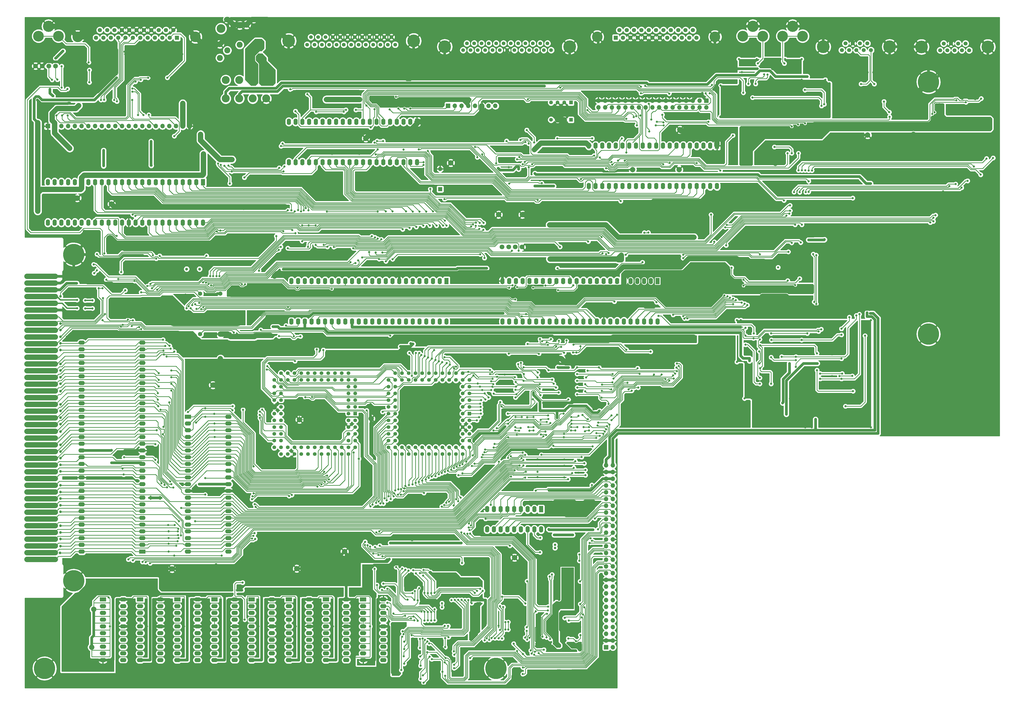
<source format=gbr>
G04 #@! TF.GenerationSoftware,KiCad,Pcbnew,5.1.2-f72e74a~84~ubuntu16.04.1*
G04 #@! TF.CreationDate,2019-10-09T06:48:15+10:00*
G04 #@! TF.ProjectId,SMD500,534d4435-3030-42e6-9b69-6361645f7063,rev?*
G04 #@! TF.SameCoordinates,Original*
G04 #@! TF.FileFunction,Copper,L2,Bot*
G04 #@! TF.FilePolarity,Positive*
%FSLAX46Y46*%
G04 Gerber Fmt 4.6, Leading zero omitted, Abs format (unit mm)*
G04 Created by KiCad (PCBNEW 5.1.2-f72e74a~84~ubuntu16.04.1) date 2019-10-09 06:48:15*
%MOMM*%
%LPD*%
G04 APERTURE LIST*
%ADD10O,1.600000X2.400000*%
%ADD11R,1.600000X2.400000*%
%ADD12O,1.700000X1.700000*%
%ADD13R,1.700000X1.700000*%
%ADD14C,1.422400*%
%ADD15R,1.422400X1.422400*%
%ADD16O,2.400000X1.600000*%
%ADD17R,2.400000X1.600000*%
%ADD18C,1.080000*%
%ADD19C,0.950000*%
%ADD20C,1.600000*%
%ADD21R,1.600000X1.600000*%
%ADD22C,1.998980*%
%ADD23O,12.700000X2.032000*%
%ADD24C,0.900000*%
%ADD25C,8.000000*%
%ADD26C,3.000000*%
%ADD27O,1.600000X1.600000*%
%ADD28C,1.800000*%
%ADD29C,1.408000*%
%ADD30R,1.408000X1.408000*%
%ADD31C,4.227000*%
%ADD32C,4.039000*%
%ADD33C,4.000000*%
%ADD34C,2.261000*%
%ADD35C,2.200000*%
%ADD36C,3.300000*%
%ADD37C,2.260000*%
%ADD38C,1.400000*%
%ADD39C,4.800000*%
%ADD40C,1.500000*%
%ADD41C,0.800000*%
%ADD42C,5.000000*%
%ADD43C,1.000000*%
%ADD44C,1.000000*%
%ADD45C,0.250000*%
%ADD46C,2.000000*%
%ADD47C,0.500000*%
%ADD48C,3.000000*%
%ADD49C,5.000000*%
%ADD50C,0.254000*%
G04 APERTURE END LIST*
D10*
X238920000Y-115240000D03*
X180500000Y-100000000D03*
X236380000Y-115240000D03*
X183040000Y-100000000D03*
X233840000Y-115240000D03*
X185580000Y-100000000D03*
X231300000Y-115240000D03*
X188120000Y-100000000D03*
X228760000Y-115240000D03*
X190660000Y-100000000D03*
X226220000Y-115240000D03*
X193200000Y-100000000D03*
X223680000Y-115240000D03*
X195740000Y-100000000D03*
X221140000Y-115240000D03*
X198280000Y-100000000D03*
X218600000Y-115240000D03*
X200820000Y-100000000D03*
X216060000Y-115240000D03*
X203360000Y-100000000D03*
X213520000Y-115240000D03*
X205900000Y-100000000D03*
X210980000Y-115240000D03*
X208440000Y-100000000D03*
X208440000Y-115240000D03*
X210980000Y-100000000D03*
X205900000Y-115240000D03*
X213520000Y-100000000D03*
X203360000Y-115240000D03*
X216060000Y-100000000D03*
X200820000Y-115240000D03*
X218600000Y-100000000D03*
X198280000Y-115240000D03*
X221140000Y-100000000D03*
X195740000Y-115240000D03*
X223680000Y-100000000D03*
X193200000Y-115240000D03*
X226220000Y-100000000D03*
X190660000Y-115240000D03*
X228760000Y-100000000D03*
X188120000Y-115240000D03*
X231300000Y-100000000D03*
X185580000Y-115240000D03*
X233840000Y-100000000D03*
X183040000Y-115240000D03*
X236380000Y-100000000D03*
X180500000Y-115240000D03*
D11*
X238920000Y-100000000D03*
D10*
X148260000Y-55240000D03*
X100000000Y-40000000D03*
X145720000Y-55240000D03*
X102540000Y-40000000D03*
X143180000Y-55240000D03*
X105080000Y-40000000D03*
X140640000Y-55240000D03*
X107620000Y-40000000D03*
X138100000Y-55240000D03*
X110160000Y-40000000D03*
X135560000Y-55240000D03*
X112700000Y-40000000D03*
X133020000Y-55240000D03*
X115240000Y-40000000D03*
X130480000Y-55240000D03*
X117780000Y-40000000D03*
X127940000Y-55240000D03*
X120320000Y-40000000D03*
X125400000Y-55240000D03*
X122860000Y-40000000D03*
X122860000Y-55240000D03*
X125400000Y-40000000D03*
X120320000Y-55240000D03*
X127940000Y-40000000D03*
X117780000Y-55240000D03*
X130480000Y-40000000D03*
X115240000Y-55240000D03*
X133020000Y-40000000D03*
X112700000Y-55240000D03*
X135560000Y-40000000D03*
X110160000Y-55240000D03*
X138100000Y-40000000D03*
X107620000Y-55240000D03*
X140640000Y-40000000D03*
X105080000Y-55240000D03*
X143180000Y-40000000D03*
X102540000Y-55240000D03*
X145720000Y-40000000D03*
X100000000Y-55240000D03*
D11*
X148260000Y-40000000D03*
D10*
X261260000Y-64240000D03*
X213000000Y-49000000D03*
X258720000Y-64240000D03*
X215540000Y-49000000D03*
X256180000Y-64240000D03*
X218080000Y-49000000D03*
X253640000Y-64240000D03*
X220620000Y-49000000D03*
X251100000Y-64240000D03*
X223160000Y-49000000D03*
X248560000Y-64240000D03*
X225700000Y-49000000D03*
X246020000Y-64240000D03*
X228240000Y-49000000D03*
X243480000Y-64240000D03*
X230780000Y-49000000D03*
X240940000Y-64240000D03*
X233320000Y-49000000D03*
X238400000Y-64240000D03*
X235860000Y-49000000D03*
X235860000Y-64240000D03*
X238400000Y-49000000D03*
X233320000Y-64240000D03*
X240940000Y-49000000D03*
X230780000Y-64240000D03*
X243480000Y-49000000D03*
X228240000Y-64240000D03*
X246020000Y-49000000D03*
X225700000Y-64240000D03*
X248560000Y-49000000D03*
X223160000Y-64240000D03*
X251100000Y-49000000D03*
X220620000Y-64240000D03*
X253640000Y-49000000D03*
X218080000Y-64240000D03*
X256180000Y-49000000D03*
X215540000Y-64240000D03*
X258720000Y-49000000D03*
X213000000Y-64240000D03*
D11*
X261260000Y-49000000D03*
D12*
X62590000Y-41625000D03*
X60050000Y-41625000D03*
X57510000Y-41625000D03*
X54970000Y-41625000D03*
X52430000Y-41625000D03*
X49890000Y-41625000D03*
X47350000Y-41625000D03*
X44810000Y-41625000D03*
X42270000Y-41625000D03*
X39730000Y-41625000D03*
X37190000Y-41625000D03*
X34650000Y-41625000D03*
X32110000Y-41625000D03*
X29570000Y-41625000D03*
X27030000Y-41625000D03*
X24490000Y-41625000D03*
X21950000Y-41625000D03*
X19410000Y-41625000D03*
X16870000Y-41625000D03*
X14330000Y-41625000D03*
X11790000Y-41625000D03*
D13*
X9250000Y-41625000D03*
D14*
X162920000Y-165240000D03*
X160380000Y-165240000D03*
X157840000Y-165240000D03*
X155300000Y-165240000D03*
X152760000Y-165240000D03*
X150220000Y-165240000D03*
X147680000Y-165240000D03*
X145140000Y-165240000D03*
X142600000Y-165240000D03*
X140060000Y-165240000D03*
X162920000Y-162700000D03*
X160380000Y-162700000D03*
X157840000Y-162700000D03*
X155300000Y-162700000D03*
X152760000Y-162700000D03*
X150220000Y-162700000D03*
X147680000Y-162700000D03*
X145140000Y-162700000D03*
X142600000Y-162700000D03*
X140060000Y-162700000D03*
X137520000Y-162700000D03*
X137520000Y-160160000D03*
X137520000Y-157620000D03*
X137520000Y-155080000D03*
X137520000Y-152540000D03*
X137520000Y-150000000D03*
X137520000Y-147460000D03*
X137520000Y-144920000D03*
X137520000Y-142380000D03*
X137520000Y-139840000D03*
X137520000Y-137300000D03*
X140060000Y-160160000D03*
X140060000Y-157620000D03*
X140060000Y-155080000D03*
X140060000Y-152540000D03*
X140060000Y-150000000D03*
X140060000Y-147460000D03*
X140060000Y-144920000D03*
X140060000Y-142380000D03*
X140060000Y-139840000D03*
X140060000Y-137300000D03*
X140060000Y-134760000D03*
X142600000Y-134760000D03*
X145140000Y-134760000D03*
X147680000Y-134760000D03*
X150220000Y-134760000D03*
X152760000Y-134760000D03*
X155300000Y-134760000D03*
X157840000Y-134760000D03*
X160380000Y-134760000D03*
X162920000Y-134760000D03*
X165460000Y-134760000D03*
X142600000Y-137300000D03*
X145140000Y-137300000D03*
X147680000Y-137300000D03*
X150220000Y-137300000D03*
X152760000Y-137300000D03*
X155300000Y-137300000D03*
X157840000Y-137300000D03*
X160380000Y-137300000D03*
X162920000Y-137300000D03*
X165460000Y-137300000D03*
X168000000Y-162700000D03*
X168000000Y-160160000D03*
X168000000Y-157620000D03*
X168000000Y-155080000D03*
X168000000Y-152540000D03*
X168000000Y-137300000D03*
X168000000Y-139840000D03*
X168000000Y-142380000D03*
X168000000Y-144920000D03*
X168000000Y-147460000D03*
D15*
X168000000Y-150000000D03*
D14*
X165460000Y-165240000D03*
X165460000Y-162700000D03*
X165460000Y-160160000D03*
X165460000Y-157620000D03*
X165460000Y-155080000D03*
X165460000Y-152540000D03*
X165460000Y-139840000D03*
X165460000Y-142380000D03*
X165460000Y-144920000D03*
X165460000Y-147460000D03*
X165460000Y-150000000D03*
X119920000Y-165240000D03*
X117380000Y-165240000D03*
X114840000Y-165240000D03*
X112300000Y-165240000D03*
X109760000Y-165240000D03*
X107220000Y-165240000D03*
X104680000Y-165240000D03*
X102140000Y-165240000D03*
X99600000Y-165240000D03*
X97060000Y-165240000D03*
X119920000Y-162700000D03*
X117380000Y-162700000D03*
X114840000Y-162700000D03*
X112300000Y-162700000D03*
X109760000Y-162700000D03*
X107220000Y-162700000D03*
X104680000Y-162700000D03*
X102140000Y-162700000D03*
X99600000Y-162700000D03*
X97060000Y-162700000D03*
X94520000Y-162700000D03*
X94520000Y-160160000D03*
X94520000Y-157620000D03*
X94520000Y-155080000D03*
X94520000Y-152540000D03*
X94520000Y-150000000D03*
X94520000Y-147460000D03*
X94520000Y-144920000D03*
X94520000Y-142380000D03*
X94520000Y-139840000D03*
X94520000Y-137300000D03*
X97060000Y-160160000D03*
X97060000Y-157620000D03*
X97060000Y-155080000D03*
X97060000Y-152540000D03*
X97060000Y-150000000D03*
X97060000Y-147460000D03*
X97060000Y-144920000D03*
X97060000Y-142380000D03*
X97060000Y-139840000D03*
X97060000Y-137300000D03*
X97060000Y-134760000D03*
X99600000Y-134760000D03*
X102140000Y-134760000D03*
X104680000Y-134760000D03*
X107220000Y-134760000D03*
X109760000Y-134760000D03*
X112300000Y-134760000D03*
X114840000Y-134760000D03*
X117380000Y-134760000D03*
X119920000Y-134760000D03*
X122460000Y-134760000D03*
X99600000Y-137300000D03*
X102140000Y-137300000D03*
X104680000Y-137300000D03*
X107220000Y-137300000D03*
X109760000Y-137300000D03*
X112300000Y-137300000D03*
X114840000Y-137300000D03*
X117380000Y-137300000D03*
X119920000Y-137300000D03*
X122460000Y-137300000D03*
X125000000Y-162700000D03*
X125000000Y-160160000D03*
X125000000Y-157620000D03*
X125000000Y-155080000D03*
X125000000Y-152540000D03*
X125000000Y-137300000D03*
X125000000Y-139840000D03*
X125000000Y-142380000D03*
X125000000Y-144920000D03*
X125000000Y-147460000D03*
D15*
X125000000Y-150000000D03*
D14*
X122460000Y-165240000D03*
X122460000Y-162700000D03*
X122460000Y-160160000D03*
X122460000Y-157620000D03*
X122460000Y-155080000D03*
X122460000Y-152540000D03*
X122460000Y-139840000D03*
X122460000Y-142380000D03*
X122460000Y-144920000D03*
X122460000Y-147460000D03*
X122460000Y-150000000D03*
D16*
X135620000Y-220000000D03*
X128000000Y-242860000D03*
X135620000Y-222540000D03*
X128000000Y-240320000D03*
X135620000Y-225080000D03*
X128000000Y-237780000D03*
X135620000Y-227620000D03*
X128000000Y-235240000D03*
X135620000Y-230160000D03*
X128000000Y-232700000D03*
X135620000Y-232700000D03*
X128000000Y-230160000D03*
X135620000Y-235240000D03*
X128000000Y-227620000D03*
X135620000Y-237780000D03*
X128000000Y-225080000D03*
X135620000Y-240320000D03*
X128000000Y-222540000D03*
X135620000Y-242860000D03*
D17*
X128000000Y-220000000D03*
D16*
X22000000Y-202000000D03*
X44860000Y-123260000D03*
X22000000Y-199460000D03*
X44860000Y-125800000D03*
X22000000Y-196920000D03*
X44860000Y-128340000D03*
X22000000Y-194380000D03*
X44860000Y-130880000D03*
X22000000Y-191840000D03*
X44860000Y-133420000D03*
X22000000Y-189300000D03*
X44860000Y-135960000D03*
X22000000Y-186760000D03*
X44860000Y-138500000D03*
X22000000Y-184220000D03*
X44860000Y-141040000D03*
X22000000Y-181680000D03*
X44860000Y-143580000D03*
X22000000Y-179140000D03*
X44860000Y-146120000D03*
X22000000Y-176600000D03*
X44860000Y-148660000D03*
X22000000Y-174060000D03*
X44860000Y-151200000D03*
X22000000Y-171520000D03*
X44860000Y-153740000D03*
X22000000Y-168980000D03*
X44860000Y-156280000D03*
X22000000Y-166440000D03*
X44860000Y-158820000D03*
X22000000Y-163900000D03*
X44860000Y-161360000D03*
X22000000Y-161360000D03*
X44860000Y-163900000D03*
X22000000Y-158820000D03*
X44860000Y-166440000D03*
X22000000Y-156280000D03*
X44860000Y-168980000D03*
X22000000Y-153740000D03*
X44860000Y-171520000D03*
X22000000Y-151200000D03*
X44860000Y-174060000D03*
X22000000Y-148660000D03*
X44860000Y-176600000D03*
X22000000Y-146120000D03*
X44860000Y-179140000D03*
X22000000Y-143580000D03*
X44860000Y-181680000D03*
X22000000Y-141040000D03*
X44860000Y-184220000D03*
X22000000Y-138500000D03*
X44860000Y-186760000D03*
X22000000Y-135960000D03*
X44860000Y-189300000D03*
X22000000Y-133420000D03*
X44860000Y-191840000D03*
X22000000Y-130880000D03*
X44860000Y-194380000D03*
X22000000Y-128340000D03*
X44860000Y-196920000D03*
X22000000Y-125800000D03*
X44860000Y-199460000D03*
X22000000Y-123260000D03*
D17*
X44860000Y-202000000D03*
D18*
X66377500Y-95500000D03*
X61497500Y-95500000D03*
D19*
X200250000Y-199400000D03*
X200250000Y-200600000D03*
D20*
X74250000Y-104760000D03*
X66630000Y-104760000D03*
X66630000Y-120000000D03*
D21*
X74250000Y-120000000D03*
D22*
X26500000Y-223750000D03*
X104000000Y-152250000D03*
X318000000Y-45000000D03*
X202600000Y-129200000D03*
X131000000Y-151875000D03*
X25750000Y-238000000D03*
X20375000Y-68750000D03*
X71375000Y-139250000D03*
X179000000Y-75000000D03*
X33250000Y-71000000D03*
X121000000Y-202000000D03*
X188000000Y-75000000D03*
X103000000Y-208375000D03*
X185000000Y-204250000D03*
X56000000Y-208500000D03*
X161000000Y-55500000D03*
X247250000Y-43000000D03*
X247000000Y-58000000D03*
X229500000Y-58000000D03*
X129000000Y-46250000D03*
D16*
X51620000Y-220000000D03*
X44000000Y-242860000D03*
X51620000Y-222540000D03*
X44000000Y-240320000D03*
X51620000Y-225080000D03*
X44000000Y-237780000D03*
X51620000Y-227620000D03*
X44000000Y-235240000D03*
X51620000Y-230160000D03*
X44000000Y-232700000D03*
X51620000Y-232700000D03*
X44000000Y-230160000D03*
X51620000Y-235240000D03*
X44000000Y-227620000D03*
X51620000Y-237780000D03*
X44000000Y-225080000D03*
X51620000Y-240320000D03*
X44000000Y-222540000D03*
X51620000Y-242860000D03*
D17*
X44000000Y-220000000D03*
D16*
X79620000Y-220000000D03*
X72000000Y-242860000D03*
X79620000Y-222540000D03*
X72000000Y-240320000D03*
X79620000Y-225080000D03*
X72000000Y-237780000D03*
X79620000Y-227620000D03*
X72000000Y-235240000D03*
X79620000Y-230160000D03*
X72000000Y-232700000D03*
X79620000Y-232700000D03*
X72000000Y-230160000D03*
X79620000Y-235240000D03*
X72000000Y-227620000D03*
X79620000Y-237780000D03*
X72000000Y-225080000D03*
X79620000Y-240320000D03*
X72000000Y-222540000D03*
X79620000Y-242860000D03*
D17*
X72000000Y-220000000D03*
D16*
X107620000Y-220000000D03*
X100000000Y-242860000D03*
X107620000Y-222540000D03*
X100000000Y-240320000D03*
X107620000Y-225080000D03*
X100000000Y-237780000D03*
X107620000Y-227620000D03*
X100000000Y-235240000D03*
X107620000Y-230160000D03*
X100000000Y-232700000D03*
X107620000Y-232700000D03*
X100000000Y-230160000D03*
X107620000Y-235240000D03*
X100000000Y-227620000D03*
X107620000Y-237780000D03*
X100000000Y-225080000D03*
X107620000Y-240320000D03*
X100000000Y-222540000D03*
X107620000Y-242860000D03*
D17*
X100000000Y-220000000D03*
D16*
X37620000Y-220000000D03*
X30000000Y-242860000D03*
X37620000Y-222540000D03*
X30000000Y-240320000D03*
X37620000Y-225080000D03*
X30000000Y-237780000D03*
X37620000Y-227620000D03*
X30000000Y-235240000D03*
X37620000Y-230160000D03*
X30000000Y-232700000D03*
X37620000Y-232700000D03*
X30000000Y-230160000D03*
X37620000Y-235240000D03*
X30000000Y-227620000D03*
X37620000Y-237780000D03*
X30000000Y-225080000D03*
X37620000Y-240320000D03*
X30000000Y-222540000D03*
X37620000Y-242860000D03*
D17*
X30000000Y-220000000D03*
D16*
X65620000Y-220000000D03*
X58000000Y-242860000D03*
X65620000Y-222540000D03*
X58000000Y-240320000D03*
X65620000Y-225080000D03*
X58000000Y-237780000D03*
X65620000Y-227620000D03*
X58000000Y-235240000D03*
X65620000Y-230160000D03*
X58000000Y-232700000D03*
X65620000Y-232700000D03*
X58000000Y-230160000D03*
X65620000Y-235240000D03*
X58000000Y-227620000D03*
X65620000Y-237780000D03*
X58000000Y-225080000D03*
X65620000Y-240320000D03*
X58000000Y-222540000D03*
X65620000Y-242860000D03*
D17*
X58000000Y-220000000D03*
D16*
X93620000Y-220000000D03*
X86000000Y-242860000D03*
X93620000Y-222540000D03*
X86000000Y-240320000D03*
X93620000Y-225080000D03*
X86000000Y-237780000D03*
X93620000Y-227620000D03*
X86000000Y-235240000D03*
X93620000Y-230160000D03*
X86000000Y-232700000D03*
X93620000Y-232700000D03*
X86000000Y-230160000D03*
X93620000Y-235240000D03*
X86000000Y-227620000D03*
X93620000Y-237780000D03*
X86000000Y-225080000D03*
X93620000Y-240320000D03*
X86000000Y-222540000D03*
X93620000Y-242860000D03*
D17*
X86000000Y-220000000D03*
D16*
X121620000Y-220000000D03*
X114000000Y-242860000D03*
X121620000Y-222540000D03*
X114000000Y-240320000D03*
X121620000Y-225080000D03*
X114000000Y-237780000D03*
X121620000Y-227620000D03*
X114000000Y-235240000D03*
X121620000Y-230160000D03*
X114000000Y-232700000D03*
X121620000Y-232700000D03*
X114000000Y-230160000D03*
X121620000Y-235240000D03*
X114000000Y-227620000D03*
X121620000Y-237780000D03*
X114000000Y-225080000D03*
X121620000Y-240320000D03*
X114000000Y-222540000D03*
X121620000Y-242860000D03*
D17*
X114000000Y-220000000D03*
D10*
X195000000Y-193620000D03*
X174680000Y-186000000D03*
X192460000Y-193620000D03*
X177220000Y-186000000D03*
X189920000Y-193620000D03*
X179760000Y-186000000D03*
X187380000Y-193620000D03*
X182300000Y-186000000D03*
X184840000Y-193620000D03*
X184840000Y-186000000D03*
X182300000Y-193620000D03*
X187380000Y-186000000D03*
X179760000Y-193620000D03*
X189920000Y-186000000D03*
X177220000Y-193620000D03*
X192460000Y-186000000D03*
X174680000Y-193620000D03*
D11*
X195000000Y-186000000D03*
D16*
X77240000Y-151200000D03*
X62000000Y-202000000D03*
X77240000Y-153740000D03*
X62000000Y-199460000D03*
X77240000Y-156280000D03*
X62000000Y-196920000D03*
X77240000Y-158820000D03*
X62000000Y-194380000D03*
X77240000Y-161360000D03*
X62000000Y-191840000D03*
X77240000Y-163900000D03*
X62000000Y-189300000D03*
X77240000Y-166440000D03*
X62000000Y-186760000D03*
X77240000Y-168980000D03*
X62000000Y-184220000D03*
X77240000Y-171520000D03*
X62000000Y-181680000D03*
X77240000Y-174060000D03*
X62000000Y-179140000D03*
X77240000Y-176600000D03*
X62000000Y-176600000D03*
X77240000Y-179140000D03*
X62000000Y-174060000D03*
X77240000Y-181680000D03*
X62000000Y-171520000D03*
X77240000Y-184220000D03*
X62000000Y-168980000D03*
X77240000Y-186760000D03*
X62000000Y-166440000D03*
X77240000Y-189300000D03*
X62000000Y-163900000D03*
X77240000Y-191840000D03*
X62000000Y-161360000D03*
X77240000Y-194380000D03*
X62000000Y-158820000D03*
X77240000Y-196920000D03*
X62000000Y-156280000D03*
X77240000Y-199460000D03*
X62000000Y-153740000D03*
X77240000Y-202000000D03*
D17*
X62000000Y-151200000D03*
D10*
X67670000Y-78000000D03*
X9250000Y-62760000D03*
X65130000Y-78000000D03*
X11790000Y-62760000D03*
X62590000Y-78000000D03*
X14330000Y-62760000D03*
X60050000Y-78000000D03*
X16870000Y-62760000D03*
X57510000Y-78000000D03*
X19410000Y-62760000D03*
X54970000Y-78000000D03*
X21950000Y-62760000D03*
X52430000Y-78000000D03*
X24490000Y-62760000D03*
X49890000Y-78000000D03*
X27030000Y-62760000D03*
X47350000Y-78000000D03*
X29570000Y-62760000D03*
X44810000Y-78000000D03*
X32110000Y-62760000D03*
X42270000Y-78000000D03*
X34650000Y-62760000D03*
X39730000Y-78000000D03*
X37190000Y-62760000D03*
X37190000Y-78000000D03*
X39730000Y-62760000D03*
X34650000Y-78000000D03*
X42270000Y-62760000D03*
X32110000Y-78000000D03*
X44810000Y-62760000D03*
X29570000Y-78000000D03*
X47350000Y-62760000D03*
X27030000Y-78000000D03*
X49890000Y-62760000D03*
X24490000Y-78000000D03*
X52430000Y-62760000D03*
X21950000Y-78000000D03*
X54970000Y-62760000D03*
X19410000Y-78000000D03*
X57510000Y-62760000D03*
X16870000Y-78000000D03*
X60050000Y-62760000D03*
X14330000Y-78000000D03*
X62590000Y-62760000D03*
X11790000Y-78000000D03*
X65130000Y-62760000D03*
X9250000Y-78000000D03*
D11*
X67670000Y-62760000D03*
D10*
X159420000Y-115240000D03*
X101000000Y-100000000D03*
X156880000Y-115240000D03*
X103540000Y-100000000D03*
X154340000Y-115240000D03*
X106080000Y-100000000D03*
X151800000Y-115240000D03*
X108620000Y-100000000D03*
X149260000Y-115240000D03*
X111160000Y-100000000D03*
X146720000Y-115240000D03*
X113700000Y-100000000D03*
X144180000Y-115240000D03*
X116240000Y-100000000D03*
X141640000Y-115240000D03*
X118780000Y-100000000D03*
X139100000Y-115240000D03*
X121320000Y-100000000D03*
X136560000Y-115240000D03*
X123860000Y-100000000D03*
X134020000Y-115240000D03*
X126400000Y-100000000D03*
X131480000Y-115240000D03*
X128940000Y-100000000D03*
X128940000Y-115240000D03*
X131480000Y-100000000D03*
X126400000Y-115240000D03*
X134020000Y-100000000D03*
X123860000Y-115240000D03*
X136560000Y-100000000D03*
X121320000Y-115240000D03*
X139100000Y-100000000D03*
X118780000Y-115240000D03*
X141640000Y-100000000D03*
X116240000Y-115240000D03*
X144180000Y-100000000D03*
X113700000Y-115240000D03*
X146720000Y-100000000D03*
X111160000Y-115240000D03*
X149260000Y-100000000D03*
X108620000Y-115240000D03*
X151800000Y-100000000D03*
X106080000Y-115240000D03*
X154340000Y-100000000D03*
X103540000Y-115240000D03*
X156880000Y-100000000D03*
X101000000Y-115240000D03*
D11*
X159420000Y-100000000D03*
D12*
X222040000Y-169420000D03*
X219500000Y-169420000D03*
X222040000Y-171960000D03*
X219500000Y-171960000D03*
X222040000Y-174500000D03*
X219500000Y-174500000D03*
X222040000Y-177040000D03*
X219500000Y-177040000D03*
X222040000Y-179580000D03*
X219500000Y-179580000D03*
X222040000Y-182120000D03*
X219500000Y-182120000D03*
X222040000Y-184660000D03*
X219500000Y-184660000D03*
X222040000Y-187200000D03*
X219500000Y-187200000D03*
X222040000Y-189740000D03*
X219500000Y-189740000D03*
X222040000Y-192280000D03*
X219500000Y-192280000D03*
X222040000Y-194820000D03*
X219500000Y-194820000D03*
X222040000Y-197360000D03*
X219500000Y-197360000D03*
X222040000Y-199900000D03*
X219500000Y-199900000D03*
X222040000Y-202440000D03*
X219500000Y-202440000D03*
X222040000Y-204980000D03*
X219500000Y-204980000D03*
X222040000Y-207520000D03*
X219500000Y-207520000D03*
X222040000Y-210060000D03*
X219500000Y-210060000D03*
X222040000Y-212600000D03*
X219500000Y-212600000D03*
X222040000Y-215140000D03*
X219500000Y-215140000D03*
X222040000Y-217680000D03*
X219500000Y-217680000D03*
X222040000Y-220220000D03*
X219500000Y-220220000D03*
X222040000Y-222760000D03*
X219500000Y-222760000D03*
X222040000Y-225300000D03*
X219500000Y-225300000D03*
X222040000Y-227840000D03*
X219500000Y-227840000D03*
X222040000Y-230380000D03*
X219500000Y-230380000D03*
X222040000Y-232920000D03*
X219500000Y-232920000D03*
X222040000Y-235460000D03*
X219500000Y-235460000D03*
X222040000Y-238000000D03*
D13*
X219500000Y-238000000D03*
D23*
X6770000Y-98250000D03*
X6770000Y-100790000D03*
X6770000Y-103330000D03*
X6770000Y-105870000D03*
X6770000Y-108410000D03*
X6770000Y-110950000D03*
X6770000Y-113490000D03*
X6770000Y-116030000D03*
X6770000Y-118570000D03*
X6770000Y-121110000D03*
X6770000Y-123650000D03*
X6770000Y-126190000D03*
X6770000Y-128730000D03*
X6770000Y-131270000D03*
X6770000Y-133810000D03*
X6770000Y-136350000D03*
X6770000Y-138890000D03*
X6770000Y-141430000D03*
X6770000Y-143970000D03*
X6770000Y-146510000D03*
X6770000Y-149050000D03*
X6770000Y-151590000D03*
X6770000Y-154130000D03*
X6770000Y-156670000D03*
X6770000Y-159210000D03*
X6770000Y-161750000D03*
X6770000Y-164290000D03*
X6770000Y-166830000D03*
X6770000Y-169370000D03*
X6770000Y-171910000D03*
X6770000Y-174450000D03*
X6770000Y-176990000D03*
X6770000Y-179530000D03*
X6770000Y-182070000D03*
X6770000Y-184610000D03*
X6770000Y-187150000D03*
X6770000Y-189690000D03*
X6770000Y-192230000D03*
X6770000Y-194770000D03*
X6770000Y-197310000D03*
X6770000Y-199850000D03*
X6770000Y-202390000D03*
X6770000Y-204930000D03*
D24*
X10121320Y-243878680D03*
X8000000Y-243000000D03*
X5878680Y-243878680D03*
X5000000Y-246000000D03*
X5878680Y-248121320D03*
X8000000Y-249000000D03*
X10121320Y-248121320D03*
X11000000Y-246000000D03*
D25*
X8000000Y-246000000D03*
D24*
X343021320Y-117878680D03*
X340900000Y-117000000D03*
X338778680Y-117878680D03*
X337900000Y-120000000D03*
X338778680Y-122121320D03*
X340900000Y-123000000D03*
X343021320Y-122121320D03*
X343900000Y-120000000D03*
D25*
X340900000Y-120000000D03*
D24*
X180121320Y-243878680D03*
X178000000Y-243000000D03*
X175878680Y-243878680D03*
X175000000Y-246000000D03*
X175878680Y-248121320D03*
X178000000Y-249000000D03*
X180121320Y-248121320D03*
X181000000Y-246000000D03*
D25*
X178000000Y-246000000D03*
D24*
X343021320Y-22878680D03*
X340900000Y-22000000D03*
X338778680Y-22878680D03*
X337900000Y-25000000D03*
X338778680Y-27121320D03*
X340900000Y-28000000D03*
X343021320Y-27121320D03*
X343900000Y-25000000D03*
D25*
X340900000Y-25000000D03*
D24*
X21121320Y-210878680D03*
X19000000Y-210000000D03*
X16878680Y-210878680D03*
X16000000Y-213000000D03*
X16878680Y-215121320D03*
X19000000Y-216000000D03*
X21121320Y-215121320D03*
X22000000Y-213000000D03*
D25*
X19000000Y-213000000D03*
D24*
X21121320Y-87878680D03*
X19000000Y-87000000D03*
X16878680Y-87878680D03*
X16000000Y-90000000D03*
X16878680Y-92121320D03*
X19000000Y-93000000D03*
X21121320Y-92121320D03*
X22000000Y-90000000D03*
D25*
X19000000Y-90000000D03*
D26*
X76250000Y-31235000D03*
X81330000Y-31235000D03*
X86410000Y-31235000D03*
X76250000Y-24250000D03*
X81330000Y-24250000D03*
X86410000Y-24250000D03*
X91490000Y-31235000D03*
X91490000Y-24250000D03*
D27*
X157000000Y-57750000D03*
D21*
X157000000Y-65370000D03*
D28*
X4625000Y-19000000D03*
X7125000Y-19000000D03*
X9625000Y-19000000D03*
X12125000Y-19000000D03*
X180300000Y-87200000D03*
X182800000Y-87200000D03*
X185300000Y-87200000D03*
X187800000Y-87200000D03*
D29*
X198750000Y-32750000D03*
X201250000Y-32750000D03*
X203750000Y-32750000D03*
D30*
X206250000Y-32750000D03*
D12*
X177780000Y-34000000D03*
X175240000Y-34000000D03*
X172700000Y-34000000D03*
X170160000Y-34000000D03*
X167620000Y-34000000D03*
X165080000Y-34000000D03*
X162540000Y-34000000D03*
D13*
X160000000Y-34000000D03*
D29*
X198750000Y-39250000D03*
X201250000Y-39250000D03*
X203750000Y-39250000D03*
D30*
X206250000Y-39250000D03*
D12*
X216610000Y-34540000D03*
X216610000Y-32000000D03*
X219150000Y-34540000D03*
X219150000Y-32000000D03*
X221690000Y-34540000D03*
X221690000Y-32000000D03*
X224230000Y-34540000D03*
X224230000Y-32000000D03*
X226770000Y-34540000D03*
X226770000Y-32000000D03*
X229310000Y-34540000D03*
X229310000Y-32000000D03*
X231850000Y-34540000D03*
X231850000Y-32000000D03*
X234390000Y-34540000D03*
X234390000Y-32000000D03*
X236930000Y-34540000D03*
X236930000Y-32000000D03*
X239470000Y-34540000D03*
X239470000Y-32000000D03*
X242010000Y-34540000D03*
X242010000Y-32000000D03*
X244550000Y-34540000D03*
X244550000Y-32000000D03*
X247090000Y-34540000D03*
X247090000Y-32000000D03*
X249630000Y-34540000D03*
X249630000Y-32000000D03*
X252170000Y-34540000D03*
X252170000Y-32000000D03*
X254710000Y-34540000D03*
X254710000Y-32000000D03*
X257250000Y-34540000D03*
D13*
X257250000Y-32000000D03*
D31*
X9500000Y-4000000D03*
D32*
X13250000Y-7700000D03*
X5750000Y-7700000D03*
D33*
X20500000Y-8000000D03*
X64830000Y-8000000D03*
D20*
X28815000Y-5460000D03*
X31585000Y-5460000D03*
X34355000Y-5460000D03*
X37125000Y-5460000D03*
X39895000Y-5460000D03*
X42665000Y-5460000D03*
X45435000Y-5460000D03*
X48205000Y-5460000D03*
X50975000Y-5460000D03*
X53745000Y-5460000D03*
X56515000Y-5460000D03*
X27430000Y-8300000D03*
X30200000Y-8300000D03*
X32970000Y-8300000D03*
X35740000Y-8300000D03*
X38510000Y-8300000D03*
X41280000Y-8300000D03*
X44050000Y-8300000D03*
X46820000Y-8300000D03*
X49590000Y-8300000D03*
X52360000Y-8300000D03*
X55130000Y-8300000D03*
D21*
X57900000Y-8300000D03*
D34*
X89001000Y-15881600D03*
X88921600Y-11277900D03*
X86540300Y-13579700D03*
X81500000Y-11000000D03*
X74038700Y-15921200D03*
X76816900Y-13103500D03*
D35*
X73999100Y-10801600D03*
D36*
X74475300Y-4848500D03*
D28*
X86818100Y-1435300D03*
D37*
X84079700Y-3459400D03*
D34*
X81539700Y-3676300D03*
X79079100Y-3419700D03*
D28*
X76618500Y-1435300D03*
D38*
X106920000Y-10920000D03*
X109680000Y-10920000D03*
X112440000Y-10920000D03*
X115200000Y-10920000D03*
X117960000Y-10920000D03*
X120720000Y-10920000D03*
X123480000Y-10920000D03*
X126240000Y-10920000D03*
X129000000Y-10920000D03*
X131760000Y-10920000D03*
X134520000Y-10920000D03*
X137280000Y-10920000D03*
X140040000Y-10920000D03*
X108300000Y-8080000D03*
X111060000Y-8080000D03*
X113820000Y-8080000D03*
X116580000Y-8080000D03*
X119340000Y-8080000D03*
X122100000Y-8080000D03*
X124860000Y-8080000D03*
X127620000Y-8080000D03*
X130380000Y-8080000D03*
X133140000Y-8080000D03*
X135900000Y-8080000D03*
X138660000Y-8080000D03*
D39*
X147000000Y-9500000D03*
X99960000Y-9500000D03*
D38*
X198790000Y-13000000D03*
X196030000Y-13000000D03*
X193270000Y-13000000D03*
X190510000Y-13000000D03*
X187750000Y-13000000D03*
X184990000Y-13000000D03*
X182230000Y-13000000D03*
X179470000Y-13000000D03*
X176710000Y-13000000D03*
X173950000Y-13000000D03*
X171190000Y-13000000D03*
X168430000Y-13000000D03*
X165670000Y-13000000D03*
X197410000Y-10460000D03*
X194650000Y-10460000D03*
X191890000Y-10460000D03*
X189130000Y-10460000D03*
X186370000Y-10460000D03*
X183610000Y-10460000D03*
X180850000Y-10460000D03*
X178090000Y-10460000D03*
X175330000Y-10460000D03*
X172570000Y-10460000D03*
X169810000Y-10460000D03*
X167050000Y-10460000D03*
D39*
X205750000Y-11730000D03*
X158710000Y-11730000D03*
D33*
X216170000Y-8000000D03*
X260500000Y-8000000D03*
D20*
X252185000Y-5460000D03*
X249415000Y-5460000D03*
X246645000Y-5460000D03*
X243875000Y-5460000D03*
X241105000Y-5460000D03*
X238335000Y-5460000D03*
X235565000Y-5460000D03*
X232795000Y-5460000D03*
X230025000Y-5460000D03*
X227255000Y-5460000D03*
X224485000Y-5460000D03*
X253570000Y-8300000D03*
X250800000Y-8300000D03*
X248030000Y-8300000D03*
X245260000Y-8300000D03*
X242490000Y-8300000D03*
X239720000Y-8300000D03*
X236950000Y-8300000D03*
X234180000Y-8300000D03*
X231410000Y-8300000D03*
X228640000Y-8300000D03*
X225870000Y-8300000D03*
D21*
X223100000Y-8300000D03*
D31*
X274750000Y-4000000D03*
D32*
X278500000Y-7700000D03*
X271000000Y-7700000D03*
D31*
X289750000Y-4000000D03*
D32*
X293500000Y-7700000D03*
X286000000Y-7700000D03*
D40*
X319235000Y-13000000D03*
X316495000Y-13000000D03*
X313755000Y-13000000D03*
X311015000Y-13000000D03*
X308275000Y-13000000D03*
X317865000Y-10460000D03*
X315125000Y-10460000D03*
X312385000Y-10460000D03*
X309645000Y-10460000D03*
D39*
X326250000Y-11730000D03*
X301260000Y-11730000D03*
D40*
X356235000Y-13040000D03*
X353495000Y-13040000D03*
X350755000Y-13040000D03*
X348015000Y-13040000D03*
X345275000Y-13040000D03*
X354865000Y-10500000D03*
X352125000Y-10500000D03*
X349385000Y-10500000D03*
X346645000Y-10500000D03*
D39*
X363250000Y-11770000D03*
X338260000Y-11770000D03*
D41*
X349750000Y-30125000D03*
X46616740Y-230160000D03*
X116616740Y-230160000D03*
X102616740Y-230160000D03*
X88616740Y-230160000D03*
X74366740Y-230160000D03*
X32616740Y-230160000D03*
D42*
X106812500Y-146937500D03*
X112937500Y-153062500D03*
X149812500Y-146937500D03*
X155937500Y-153062500D03*
D41*
X68500000Y-250500000D03*
X63250000Y-250500000D03*
X60616740Y-230160000D03*
X119250000Y-250500000D03*
X124500000Y-250500000D03*
X110500000Y-250500000D03*
X105250000Y-250500000D03*
X96500000Y-250500000D03*
X91250000Y-250500000D03*
X82250000Y-250500000D03*
X77000000Y-250500000D03*
X40500000Y-250500000D03*
X35250000Y-250500000D03*
X55000000Y-250500000D03*
X49000000Y-250500000D03*
X133500000Y-250500000D03*
X137750000Y-250500000D03*
X130590000Y-230160000D03*
X32125000Y-219250000D03*
X71485000Y-179140000D03*
X73610000Y-179140000D03*
X72610000Y-179140000D03*
X149850000Y-220275000D03*
X174125000Y-229125000D03*
X168900000Y-221400000D03*
X168900000Y-220225000D03*
X172500000Y-195750000D03*
X208189560Y-204310440D03*
X207314560Y-204310440D03*
X184375000Y-249833260D03*
X184375000Y-248875000D03*
X189750000Y-251250000D03*
X189750000Y-250375000D03*
X201730000Y-239270000D03*
X200855000Y-239270000D03*
X193150020Y-237625000D03*
X193150020Y-236724980D03*
X208105000Y-239270000D03*
X207230000Y-239270000D03*
X207625000Y-246875000D03*
X201250000Y-246875000D03*
X202250000Y-246875000D03*
X206750000Y-246875000D03*
X202875000Y-232049990D03*
X202225005Y-231399995D03*
X203750000Y-176375000D03*
X204625000Y-176375000D03*
X165369990Y-238630010D03*
X177119990Y-238630010D03*
X156125000Y-245375000D03*
X156125000Y-244500000D03*
X149125000Y-252625000D03*
X148250000Y-252625000D03*
X179000000Y-229875000D03*
X187000000Y-229000000D03*
X186125000Y-229000000D03*
X189000000Y-236875000D03*
X188375000Y-236250000D03*
X137875000Y-204875000D03*
X130750000Y-146500000D03*
X132235000Y-166890000D03*
X272052700Y-148947300D03*
X256400000Y-149350000D03*
X204812500Y-163437500D03*
X204187500Y-164062500D03*
X193687500Y-164062500D03*
X193687500Y-173937500D03*
X193687500Y-171937500D03*
X193687500Y-169687500D03*
X193687500Y-167187500D03*
X203750000Y-167250000D03*
X203750000Y-169625000D03*
X203750000Y-174000000D03*
X192000000Y-176375000D03*
X190625000Y-183250000D03*
X202687500Y-186812500D03*
X203750000Y-187875000D03*
X191719780Y-202405220D03*
X201810440Y-212189560D03*
X165250000Y-212875000D03*
X150750000Y-208875000D03*
X153250000Y-209750000D03*
X156125000Y-210375000D03*
X159125000Y-210375000D03*
X162000000Y-210375000D03*
X146374997Y-216372001D03*
X144500000Y-215750000D03*
X161850000Y-221400000D03*
X154250000Y-241250000D03*
X154312500Y-238687500D03*
X156125000Y-247500000D03*
X156125000Y-249250000D03*
X193625000Y-226625000D03*
X193625000Y-230500000D03*
X198823002Y-236073002D03*
X202875000Y-235750000D03*
X209750000Y-230375000D03*
X51620000Y-214880000D03*
X51620000Y-215880000D03*
X51625000Y-208500000D03*
X72610000Y-207834980D03*
X65620000Y-216555040D03*
X58111700Y-216555040D03*
X78569960Y-216555040D03*
X82368992Y-216555040D03*
X80569960Y-216555040D03*
X72610000Y-212765000D03*
X72610000Y-211890000D03*
X84950081Y-180674919D03*
X208125000Y-211875000D03*
X209812500Y-195812500D03*
X200750000Y-176375000D03*
X209812500Y-186062500D03*
X209125000Y-176375000D03*
X209125000Y-164250000D03*
X209125000Y-167625000D03*
X209125000Y-170250000D03*
X209125000Y-172250000D03*
X209125000Y-174375000D03*
X214875000Y-148250000D03*
X208735000Y-143890000D03*
X214000000Y-143875000D03*
X196875000Y-145875000D03*
X195875000Y-145875000D03*
X208062500Y-144562500D03*
X142050000Y-124700000D03*
X181375000Y-165875000D03*
X180437500Y-166812500D03*
X192500000Y-148625000D03*
X193062500Y-148062500D03*
X180750000Y-112099981D03*
X162525019Y-112099981D03*
X141775019Y-112099981D03*
X347325000Y-20050000D03*
X361950000Y-20050000D03*
X355750000Y-21375000D03*
X358500000Y-21375000D03*
X353625000Y-31250000D03*
X358500000Y-31375000D03*
X320250000Y-21375000D03*
X323000000Y-21375000D03*
X325750000Y-21375000D03*
X317875000Y-21375000D03*
X304750000Y-21375000D03*
X313000000Y-21375000D03*
X315500000Y-30625000D03*
X320500000Y-30625000D03*
X318000000Y-37375000D03*
X276450000Y-20050000D03*
X299750000Y-80000000D03*
X296850000Y-75150000D03*
X301927930Y-48072070D03*
X301302930Y-47447070D03*
X182000000Y-148500000D03*
X180750000Y-148500000D03*
X169625000Y-160500000D03*
X169625000Y-159625000D03*
X181395870Y-154895870D03*
X180520870Y-155770870D03*
X299750000Y-81000000D03*
X292299990Y-83075010D03*
X293299990Y-83075010D03*
X269125000Y-92000000D03*
X269812500Y-92687500D03*
X278937500Y-92687500D03*
X277937500Y-92687500D03*
X310524999Y-110225001D03*
X335275000Y-38225000D03*
X335275000Y-37350000D03*
X335275000Y-45600000D03*
X335275000Y-44725000D03*
X335275000Y-52100000D03*
X335275000Y-51100000D03*
X335275000Y-59350000D03*
X335275000Y-69225000D03*
X335275000Y-74850000D03*
X335275000Y-58225000D03*
X335275000Y-82225000D03*
X335275000Y-90225000D03*
X335275000Y-98600000D03*
X335275000Y-105475000D03*
X335137500Y-114237500D03*
X346375000Y-66250000D03*
X364187500Y-66312500D03*
X346025000Y-91600000D03*
X364375000Y-92125000D03*
X346025000Y-104475000D03*
X364375000Y-104500000D03*
X346025000Y-114600000D03*
X364375000Y-114875000D03*
X283250000Y-54750000D03*
X283250000Y-55750000D03*
X321174999Y-110225001D03*
X322174999Y-110225001D03*
X189925000Y-129200000D03*
X192050000Y-129200000D03*
X256375000Y-135500000D03*
X254750000Y-133875000D03*
X223024990Y-127225010D03*
X223000000Y-128125000D03*
X190200010Y-96924990D03*
X191075010Y-96924990D03*
X204700010Y-96924990D03*
X167325010Y-96924990D03*
X166450010Y-96924990D03*
X165575010Y-96924990D03*
X164700010Y-96924990D03*
X216375000Y-130875000D03*
X215500000Y-130875000D03*
X189925000Y-123700000D03*
X197800000Y-129200000D03*
X72610000Y-206890000D03*
X163525019Y-112099981D03*
X142335000Y-147460000D03*
X178661179Y-131713821D03*
X177786179Y-131713821D03*
X74250000Y-130250000D03*
X131374908Y-154875092D03*
X127750000Y-151250000D03*
X74250000Y-129250000D03*
X15250000Y-111500000D03*
X89566600Y-120558400D03*
X90441600Y-120558400D03*
X91316600Y-120558400D03*
X92191600Y-120558400D03*
X92625000Y-113250000D03*
X91750000Y-113250000D03*
X28000000Y-85750000D03*
X35620000Y-93824970D03*
X34500000Y-102000000D03*
X35125000Y-102625000D03*
X44875000Y-90375000D03*
X83000511Y-71999489D03*
X82125511Y-71999489D03*
X83875511Y-71999489D03*
X83000000Y-72875000D03*
X83000000Y-85875000D03*
X32625000Y-84125000D03*
X83000000Y-84875000D03*
X83000000Y-86875000D03*
X83875000Y-85875000D03*
X93250000Y-83375000D03*
X23875000Y-81250000D03*
X22875000Y-81250000D03*
X6625000Y-79375000D03*
X71625511Y-71999489D03*
X72625511Y-71999489D03*
X72125000Y-72625000D03*
X39730000Y-85454980D03*
X48980000Y-85454980D03*
X44045020Y-85454980D03*
X32270000Y-48549990D03*
X44375000Y-56375000D03*
X46250000Y-51000000D03*
X60680000Y-54930000D03*
X50070000Y-49425000D03*
X5299990Y-31750000D03*
X12375000Y-33125000D03*
X17500000Y-33000000D03*
X49375000Y-26875000D03*
X49375000Y-27875000D03*
X45250000Y-26875021D03*
X45250000Y-28000000D03*
X36250000Y-28000000D03*
X33250000Y-29125000D03*
X28250000Y-27750000D03*
X28250000Y-28625000D03*
X31500000Y-14500000D03*
X23200000Y-14825020D03*
X18125000Y-14775020D03*
X34750000Y-12960787D03*
X33789213Y-12960787D03*
X38500000Y-14500000D03*
X38176667Y-13573333D03*
X59750000Y-14500000D03*
X52750000Y-14500000D03*
X55375000Y-14500000D03*
X49125000Y-14500000D03*
X44375000Y-14500000D03*
X24625000Y-48000000D03*
X58524999Y-27274999D03*
X57475001Y-27274999D03*
X100500000Y-17750000D03*
X140000000Y-17750000D03*
X137250000Y-17750000D03*
X134500000Y-17750000D03*
X131750000Y-17750000D03*
X129000000Y-17750000D03*
X126250000Y-17750000D03*
X123500000Y-17750000D03*
X120750000Y-17750000D03*
X118000000Y-17750000D03*
X115250000Y-17750000D03*
X112500000Y-17750000D03*
X109750000Y-17750000D03*
X107000000Y-17750000D03*
X102125000Y-17750000D03*
X168000000Y-16400020D03*
X195974980Y-16400020D03*
X191974980Y-16400020D03*
X187974980Y-16400020D03*
X183974980Y-16400020D03*
X179974980Y-16400020D03*
X175974980Y-16400020D03*
X171974980Y-16400020D03*
X202250000Y-16500000D03*
X205750000Y-16500000D03*
X209250000Y-16500000D03*
X212750000Y-16500000D03*
X216500000Y-16500000D03*
X220000000Y-16500000D03*
X223500000Y-16500000D03*
X227250000Y-16500000D03*
X230750000Y-16500000D03*
X234250000Y-16500000D03*
X237750000Y-16500000D03*
X241250000Y-16500000D03*
X244750000Y-16500000D03*
X248500000Y-16500000D03*
X252000000Y-16500000D03*
X255500000Y-16500000D03*
X259000000Y-16500000D03*
X262500000Y-16500000D03*
X162875000Y-44500000D03*
X184000000Y-40000000D03*
X178875000Y-40000000D03*
X179875000Y-40000000D03*
X177875000Y-40000000D03*
X268100000Y-43400000D03*
X267125000Y-43375000D03*
X266125000Y-43375000D03*
X194875000Y-36625000D03*
X194000000Y-37500000D03*
X195875000Y-36625000D03*
X255699999Y-29250000D03*
X264000000Y-25049990D03*
X259964075Y-27785925D03*
X208000000Y-75000000D03*
X207000000Y-75000000D03*
X195750000Y-75000000D03*
X196625000Y-75000000D03*
X238450010Y-94674990D03*
X239450010Y-94674990D03*
X61750000Y-87250000D03*
X64250000Y-87250000D03*
X66750000Y-87250000D03*
X55500000Y-87250000D03*
X82000000Y-85875000D03*
X278375050Y-105374950D03*
X309649999Y-110225001D03*
X278375050Y-106249950D03*
X82050000Y-42675000D03*
X93250000Y-42750000D03*
X160062500Y-221312500D03*
X156750000Y-237250000D03*
X162500000Y-248375000D03*
X177119990Y-237505010D03*
X177119990Y-236380010D03*
X165369990Y-239755010D03*
X165369990Y-240880010D03*
X197550000Y-124075000D03*
X146799030Y-123750000D03*
X145895870Y-123604130D03*
X280400000Y-49975000D03*
X280400000Y-48975000D03*
X303000000Y-51375000D03*
X303687500Y-52062500D03*
X225750000Y-130875000D03*
X235375000Y-130875000D03*
X102200000Y-29050000D03*
X126375000Y-28500000D03*
X108500000Y-28500000D03*
X114250000Y-28500000D03*
X121875000Y-28500000D03*
X111500000Y-59375000D03*
X103875000Y-64000000D03*
X43500000Y-93750000D03*
X43500000Y-92875000D03*
X45250000Y-97625000D03*
X43500000Y-97625000D03*
X54125000Y-98750000D03*
X55875000Y-98750000D03*
X66375000Y-98750000D03*
X38225000Y-163900000D03*
X115025019Y-112099981D03*
X94623799Y-98125047D03*
X120250000Y-89875000D03*
X100750000Y-89875000D03*
X109750000Y-89875000D03*
X140000000Y-196375000D03*
X160875000Y-196375000D03*
X157375000Y-196375000D03*
X154250000Y-196375000D03*
X151750000Y-196375000D03*
X148750000Y-196375000D03*
X146450010Y-197549990D03*
X142500000Y-196375000D03*
X214500000Y-110125000D03*
X232450010Y-94674990D03*
X228950010Y-94674990D03*
X237250000Y-77500000D03*
X217250000Y-75000000D03*
X221250000Y-75625000D03*
X225500000Y-77500000D03*
X230250000Y-77500000D03*
X236000000Y-77500000D03*
X221875000Y-110125000D03*
X224000000Y-110125000D03*
X231500000Y-109250000D03*
X227125000Y-110125000D03*
X235625000Y-109824960D03*
X233625000Y-109250000D03*
X237500000Y-109824960D03*
X217750000Y-58250000D03*
X216000000Y-58250000D03*
X212250000Y-58250000D03*
X206250000Y-58250000D03*
X208000000Y-58250000D03*
X223500000Y-58625000D03*
X229875000Y-43625000D03*
X227875000Y-43625000D03*
X223125000Y-43625000D03*
X217500000Y-43625000D03*
X212625000Y-43625000D03*
X204125000Y-42500000D03*
X212375000Y-29750000D03*
X144500000Y-24149989D03*
X132624489Y-45250511D03*
X136124489Y-45250511D03*
X143697930Y-45250511D03*
X178875000Y-44500000D03*
X165500000Y-44500000D03*
X169500000Y-44500000D03*
X205250000Y-51000000D03*
X199375000Y-51000000D03*
X273125000Y-70750000D03*
X259049990Y-67049990D03*
X247424990Y-69575010D03*
X244424990Y-69575010D03*
X242049990Y-69575010D03*
X239549990Y-69575010D03*
X237174990Y-69575010D03*
X154645870Y-64104130D03*
X150625000Y-57750000D03*
X131375000Y-59375000D03*
X116250000Y-52125000D03*
X126500000Y-52125000D03*
X143250000Y-50500000D03*
X119125000Y-81500000D03*
X130625000Y-81375000D03*
X169750000Y-66000000D03*
X255375000Y-38375000D03*
X245500000Y-38375000D03*
X163140000Y-114860000D03*
X177000000Y-115250000D03*
X298500000Y-62375000D03*
X308375000Y-62375000D03*
X262375000Y-82250000D03*
X268000000Y-76250000D03*
X185550000Y-129200000D03*
X182875000Y-145750000D03*
X169625000Y-153875000D03*
X181274951Y-141350049D03*
X181274951Y-138350049D03*
X181274951Y-135225049D03*
X208000000Y-62500000D03*
X146875000Y-182125000D03*
X154500000Y-174875000D03*
X213125000Y-199750000D03*
X217564560Y-197185440D03*
X217564560Y-207935440D03*
X217564560Y-204810440D03*
X217564560Y-202685440D03*
X178875000Y-49875000D03*
X182058525Y-54566475D03*
X182804791Y-57070209D03*
X182312500Y-60312500D03*
X117750000Y-126500000D03*
X133375000Y-126500000D03*
X85600001Y-113024999D03*
X61125000Y-105125000D03*
X197880000Y-193620000D03*
X214623499Y-193748499D03*
X145375000Y-127125000D03*
X146361201Y-135763799D03*
X273500000Y-129125000D03*
X273500000Y-130125000D03*
X95000000Y-117250000D03*
X94000000Y-117250000D03*
X5425000Y-72700000D03*
X5425000Y-73700000D03*
X67875000Y-54125000D03*
X67875000Y-53250000D03*
X67875000Y-52125000D03*
X5425000Y-40325000D03*
X5425000Y-41200000D03*
X5425000Y-42075000D03*
X35166630Y-23416630D03*
X48175000Y-56450000D03*
X48125000Y-47375000D03*
X30250000Y-50750000D03*
X30250000Y-56625000D03*
X17487500Y-50012500D03*
X16737500Y-49262500D03*
X16112500Y-48637500D03*
X11125000Y-30300040D03*
X19750000Y-35000000D03*
X20452088Y-34327088D03*
X21139588Y-33639588D03*
X10068740Y-27750003D03*
X105000000Y-79000000D03*
X107500000Y-79000000D03*
X110125000Y-79000000D03*
X275250000Y-141625000D03*
X275250000Y-140750000D03*
X275250000Y-148625000D03*
X275250000Y-147750000D03*
X288799990Y-144325010D03*
X289674990Y-144325010D03*
X303674990Y-144325010D03*
X304549990Y-144325010D03*
X315375000Y-140750000D03*
X315375000Y-141625000D03*
X304549990Y-119575010D03*
X304549990Y-132200010D03*
X304549990Y-135825010D03*
X304549990Y-127575010D03*
X270250000Y-117360000D03*
X304549990Y-123700010D03*
X268750000Y-130500000D03*
X274250000Y-144250000D03*
X297000000Y-155125000D03*
X294500000Y-155125000D03*
X319250000Y-155125000D03*
X319250000Y-114750000D03*
X270250000Y-114750000D03*
X273375000Y-122875000D03*
X275875000Y-122875000D03*
X285775010Y-126775010D03*
X289900010Y-126775010D03*
X294750000Y-136125000D03*
X294750000Y-137625000D03*
X271625000Y-144250000D03*
X271625000Y-130500000D03*
X312750000Y-133125000D03*
X308375000Y-133125000D03*
X268750000Y-114750000D03*
X282125000Y-16375000D03*
X282125000Y-20000000D03*
X278550000Y-33550000D03*
X278550000Y-35450000D03*
X269500000Y-16375000D03*
X269500000Y-26250000D03*
X262625000Y-26250000D03*
X262625000Y-38125000D03*
X301500000Y-38125000D03*
X303600028Y-38149972D03*
X293125000Y-24125000D03*
X293125000Y-16375000D03*
X286875000Y-16375000D03*
X285125000Y-16375000D03*
X279375000Y-16375000D03*
X276250000Y-16375000D03*
X303600028Y-25599972D03*
X302050028Y-24149972D03*
X270625000Y-21250000D03*
X273450000Y-127050000D03*
X273500000Y-117625000D03*
X288560000Y-131060000D03*
X286000000Y-146000000D03*
X299065000Y-131060000D03*
X287375000Y-150250000D03*
X281750000Y-122250000D03*
X293125000Y-122250000D03*
X308125000Y-120250000D03*
X343562500Y-75187500D03*
X343200010Y-36424990D03*
X355000000Y-32625000D03*
X105000000Y-85000000D03*
X342750000Y-76125000D03*
X342375000Y-37000000D03*
X351375000Y-31875000D03*
X107237511Y-87137489D03*
X342750000Y-77500000D03*
X113125000Y-86375000D03*
X341562500Y-77937500D03*
X110125000Y-86375000D03*
X114524999Y-87100001D03*
X272000000Y-117625000D03*
X272000000Y-124000000D03*
X277375000Y-138750000D03*
X272000000Y-120625000D03*
X300500000Y-118190685D03*
X277500000Y-124250000D03*
X277500000Y-132875000D03*
X281625000Y-138750000D03*
X298875000Y-127250000D03*
X277375000Y-136500000D03*
X277125000Y-126500000D03*
X290980000Y-128520000D03*
X313750000Y-113000000D03*
X285605000Y-128520000D03*
X300625000Y-34000000D03*
X274650000Y-30875000D03*
X281625000Y-128750000D03*
X290960000Y-129790000D03*
X280300000Y-22200000D03*
X275800000Y-25700000D03*
X299500000Y-119000000D03*
X312500000Y-141500000D03*
X298900000Y-133600000D03*
X275000000Y-121625000D03*
X308380000Y-134870000D03*
X300130000Y-134870000D03*
X308125000Y-136875000D03*
X300125000Y-136875000D03*
X314875000Y-112500000D03*
X301625000Y-33375000D03*
X294375000Y-28000000D03*
X290920000Y-132330000D03*
X308125000Y-129250000D03*
X307375000Y-135875000D03*
X312207550Y-135792450D03*
X60050000Y-33075000D03*
X60050000Y-33950000D03*
X60050000Y-34825000D03*
X78625000Y-54250000D03*
X66800038Y-44699962D03*
X66800038Y-45699962D03*
X66800038Y-46699962D03*
X77750000Y-54250000D03*
X76875000Y-54250000D03*
X104375000Y-120875000D03*
X96312500Y-120812500D03*
X95300000Y-83075000D03*
X27750000Y-89875000D03*
X324125000Y-32375000D03*
X326125000Y-36375000D03*
X12500000Y-37625000D03*
X47000000Y-23375000D03*
X14625000Y-37625000D03*
X44250000Y-24125000D03*
X16750000Y-37625000D03*
X42250000Y-24875000D03*
X308125000Y-118000000D03*
X311125000Y-113625000D03*
X210000000Y-61625000D03*
X312375000Y-68750000D03*
X271175000Y-29050000D03*
X202250000Y-27125000D03*
X273050000Y-25700000D03*
X279000000Y-22125000D03*
X79250000Y-119375000D03*
X292385000Y-99115000D03*
X271250000Y-99500000D03*
X271250000Y-101750000D03*
X290740000Y-101510000D03*
X266750000Y-95000000D03*
X287875000Y-99875000D03*
X298375000Y-152125000D03*
X317800000Y-111925011D03*
X317800000Y-113000000D03*
X294325010Y-22949962D03*
X295250038Y-22949962D03*
X248625010Y-25974990D03*
X168250001Y-25349999D03*
X198450001Y-25349999D03*
X23300000Y-110325000D03*
X26050000Y-110325000D03*
X14973535Y-13348535D03*
X12174990Y-16075010D03*
X192625000Y-64250000D03*
X199750000Y-64250000D03*
X295800980Y-157449020D03*
X319000010Y-112199990D03*
X320000010Y-112199990D03*
X318100030Y-63250000D03*
X319125000Y-63250000D03*
X271000000Y-59875000D03*
X199125000Y-59875000D03*
X198250000Y-59875000D03*
X271875000Y-59875000D03*
X160949991Y-26550009D03*
X26050000Y-107325000D03*
X23300000Y-107325000D03*
X195324991Y-26550009D03*
X196300009Y-26550009D03*
X192675600Y-59449400D03*
X215250000Y-189500000D03*
X227150000Y-125900000D03*
X202125000Y-87125000D03*
X207225001Y-124024999D03*
X46700010Y-101924990D03*
X295800000Y-62400000D03*
X47900000Y-101100000D03*
X97075009Y-49174991D03*
X97000000Y-87125000D03*
X276625000Y-18000000D03*
X286625000Y-18000000D03*
X29250000Y-31750000D03*
X35250000Y-32300000D03*
X34250000Y-31750000D03*
X30437500Y-31687500D03*
X51350000Y-90525000D03*
X77750000Y-63250000D03*
X73375000Y-55750000D03*
X69000000Y-90500000D03*
X320500000Y-25750000D03*
X315500000Y-25750000D03*
X294480000Y-58270000D03*
X265000000Y-78875000D03*
X288500000Y-74625000D03*
X287400000Y-75400000D03*
X264375000Y-79750000D03*
X149125000Y-127125000D03*
X138250000Y-120625000D03*
X89437500Y-118437500D03*
X77250000Y-56500000D03*
X96375000Y-57375000D03*
X96250000Y-88250000D03*
X88750000Y-96125000D03*
X133500000Y-50375000D03*
X137974990Y-35349990D03*
X229875000Y-38250000D03*
X140375000Y-30625000D03*
X230875000Y-37875000D03*
X253640000Y-55610000D03*
X170125000Y-49500000D03*
X182000000Y-47250000D03*
X190350000Y-48213590D03*
D43*
X14000000Y-103250000D03*
D41*
X19125000Y-100875000D03*
X20125000Y-100875000D03*
X20250000Y-107125000D03*
X20250000Y-110250000D03*
X54250000Y-23375000D03*
X24625000Y-17625000D03*
X124250000Y-87625000D03*
X212750000Y-85125000D03*
X201125000Y-46250000D03*
X214250000Y-46250000D03*
X212437500Y-35562500D03*
X287854650Y-51854650D03*
X226500000Y-54625000D03*
X227114990Y-51635010D03*
X289400000Y-41750020D03*
X232375000Y-37625000D03*
X291800000Y-41000000D03*
X236500000Y-39125000D03*
X178125000Y-55625000D03*
X225450010Y-46299990D03*
X241125000Y-40250000D03*
X257000000Y-29250000D03*
X238625000Y-40000000D03*
X227099963Y-38900037D03*
X190000000Y-31500000D03*
X196625000Y-101750000D03*
X152375000Y-51000000D03*
X262500000Y-58375000D03*
X219500000Y-57500000D03*
X241187500Y-41312500D03*
X238187500Y-41312500D03*
X231062500Y-41312500D03*
X226875000Y-90125000D03*
X277437500Y-89937500D03*
X158625000Y-69125000D03*
X141250000Y-35000000D03*
X225000000Y-69875000D03*
X143500000Y-35000000D03*
X150750000Y-56250000D03*
X145750000Y-35000000D03*
X150760000Y-55240000D03*
D43*
X14000000Y-121000000D03*
D41*
X184250000Y-101625000D03*
X48500000Y-102750000D03*
X43625000Y-117375000D03*
X36750000Y-117250000D03*
D43*
X14000000Y-118500000D03*
D41*
X187708205Y-113291795D03*
X37500000Y-116500000D03*
X189315705Y-112434295D03*
X10825000Y-24175000D03*
X12850005Y-24100005D03*
X37940000Y-166440000D03*
X49700000Y-167400000D03*
X101875000Y-120875000D03*
X40812500Y-116937500D03*
D43*
X14000000Y-105750000D03*
D41*
X38375000Y-103500000D03*
X183040000Y-102585000D03*
X103250000Y-102500000D03*
X26500000Y-93750000D03*
X35200010Y-83049990D03*
X30500000Y-89625000D03*
X102500000Y-82000000D03*
X197049990Y-234299990D03*
X198250000Y-211375000D03*
X209437500Y-203062500D03*
X209437500Y-205437500D03*
X101312500Y-80812500D03*
X74250000Y-81000000D03*
X91885000Y-132125000D03*
X41899999Y-99975001D03*
X31250000Y-99500000D03*
X83562500Y-101187500D03*
X29875000Y-102750000D03*
X28375000Y-102750000D03*
X30000000Y-106500000D03*
D43*
X14000000Y-116000000D03*
D41*
X30750000Y-112500000D03*
X44375000Y-104250000D03*
X41050000Y-31825000D03*
X145250000Y-176875000D03*
X82750000Y-148500000D03*
D43*
X14000000Y-171750000D03*
D41*
X54150000Y-177750000D03*
X62000000Y-149425000D03*
X66250000Y-108250000D03*
X78850000Y-147150000D03*
X55763499Y-176536501D03*
X67000000Y-110625000D03*
X78774999Y-148725001D03*
X68524999Y-147975001D03*
X209812500Y-233437500D03*
X209750000Y-221750000D03*
X208125000Y-235750000D03*
X205250000Y-234750000D03*
X209687500Y-213187500D03*
X189625000Y-230500000D03*
X189750000Y-213125000D03*
X193000000Y-224500000D03*
X196062500Y-238937500D03*
X203892494Y-226982506D03*
X195562500Y-234062500D03*
X197205000Y-225420000D03*
X205460000Y-227960000D03*
X189000000Y-234375000D03*
X189625000Y-231875000D03*
X102500000Y-36000000D03*
X132250000Y-35250000D03*
X189125000Y-47625000D03*
X130875000Y-42125000D03*
X132250000Y-47875000D03*
X195375000Y-122750000D03*
X198750000Y-121875000D03*
X213275001Y-198724999D03*
X89036501Y-150463499D03*
X75750000Y-56625000D03*
X98375000Y-56875000D03*
X43250000Y-37500000D03*
X41125000Y-28625000D03*
X179625000Y-145625000D03*
X133250000Y-47250000D03*
X135500000Y-47250000D03*
X360750000Y-31250000D03*
X129250000Y-33875000D03*
X125250000Y-35500000D03*
X326250000Y-38125000D03*
X291940000Y-51860000D03*
X221800000Y-56200000D03*
X233187500Y-92937500D03*
X201174990Y-95200010D03*
X201687500Y-122562500D03*
X197162501Y-123087499D03*
X194600001Y-121899999D03*
X214125000Y-197875000D03*
X309625000Y-147200000D03*
X317000000Y-120625000D03*
X180300000Y-234700000D03*
X160187500Y-234187500D03*
X146250000Y-233500000D03*
X181550000Y-228575000D03*
X181550000Y-231325000D03*
X142875000Y-232000000D03*
X160010000Y-229990000D03*
X194700000Y-196800000D03*
X194625000Y-202250000D03*
X14453901Y-27171099D03*
X14453901Y-19046099D03*
X55750000Y-136250000D03*
D43*
X14000000Y-123500000D03*
D41*
X114437500Y-173312500D03*
X167880705Y-191369295D03*
X164750000Y-181625000D03*
X151562500Y-174812500D03*
X52615010Y-122134990D03*
X114375000Y-73875000D03*
X116240000Y-103010000D03*
X50437500Y-103312500D03*
X44375000Y-118125000D03*
X133500000Y-73875000D03*
X120725001Y-36225001D03*
X110274999Y-36225001D03*
X132687500Y-52312500D03*
X53500000Y-124500000D03*
X55750000Y-133750000D03*
D43*
X14000000Y-126000000D03*
D41*
X113312500Y-171937500D03*
X152687500Y-174187500D03*
X55750000Y-138750000D03*
X115062500Y-174812500D03*
X168625000Y-192125000D03*
X163750000Y-183000000D03*
X150250000Y-175250000D03*
X55100000Y-124400000D03*
X55750000Y-141250000D03*
X113562500Y-175687500D03*
X167750000Y-192875000D03*
X163000000Y-182250000D03*
X148937500Y-175687500D03*
X55524999Y-125475001D03*
X55000000Y-145750000D03*
D43*
X14000000Y-131250000D03*
D41*
X112312500Y-176687500D03*
X174125000Y-189625000D03*
X168000000Y-193875000D03*
X162125000Y-184625000D03*
X147812500Y-176062500D03*
X56875000Y-126625000D03*
X54000000Y-128500000D03*
X52750000Y-126250000D03*
X153812500Y-173687500D03*
D43*
X14000000Y-133750000D03*
D41*
X51700000Y-148500000D03*
X110750000Y-177500000D03*
X146625000Y-176625000D03*
X155250000Y-173500000D03*
X71925010Y-150074990D03*
X134812500Y-84312500D03*
X53000000Y-127750000D03*
X73875000Y-98125000D03*
X51000000Y-134750000D03*
D43*
X14000000Y-136250000D03*
D41*
X156500000Y-172875000D03*
X72010000Y-153740000D03*
X133437500Y-84062500D03*
X72750000Y-98125000D03*
X51000000Y-137250000D03*
D43*
X14000000Y-138750000D03*
D41*
X157625000Y-172375000D03*
X71970000Y-156280000D03*
X132437500Y-83562500D03*
X71500000Y-98125000D03*
X51000000Y-139750000D03*
D43*
X14000000Y-141500000D03*
D41*
X158812500Y-171937500D03*
X72055000Y-158820000D03*
X131250000Y-83125000D03*
X70375000Y-98125000D03*
X271687500Y-108562500D03*
X159875000Y-171500000D03*
X249000000Y-114125000D03*
X246125000Y-131125000D03*
X297875000Y-107875000D03*
X297500000Y-89875000D03*
D43*
X14000000Y-146500000D03*
D41*
X272687500Y-109062500D03*
X161125000Y-171125000D03*
X246875000Y-132000000D03*
X250099001Y-114099001D03*
X298625000Y-90250000D03*
X298625000Y-108625000D03*
X50700000Y-142250000D03*
X126125000Y-92250000D03*
X69750000Y-101125000D03*
D43*
X14000000Y-149000000D03*
D41*
X162187500Y-170437500D03*
X50700000Y-144750000D03*
X68750000Y-100625000D03*
X125125000Y-93250000D03*
D43*
X14000000Y-151500000D03*
D41*
X267375000Y-108750000D03*
X163187500Y-169937500D03*
X246000000Y-132625000D03*
X248500000Y-113250000D03*
X50800000Y-147200000D03*
X123250000Y-92875000D03*
X67687500Y-100562500D03*
D43*
X14000000Y-154000000D03*
D41*
X165420640Y-169045640D03*
X63000000Y-110250000D03*
D43*
X14000000Y-156750000D03*
D41*
X68500000Y-180500000D03*
X68500000Y-174250000D03*
X52500000Y-157750000D03*
X124375000Y-164625000D03*
X164375000Y-169500000D03*
X52750000Y-155000000D03*
X62250000Y-109500000D03*
X238500000Y-108000000D03*
X50250000Y-156250000D03*
X61500000Y-110250000D03*
D43*
X14000000Y-161750000D03*
D41*
X264039680Y-105414680D03*
X290670000Y-78795000D03*
X264687500Y-86562500D03*
X55368205Y-175531795D03*
X86750000Y-169875000D03*
X86750000Y-180000000D03*
X126375000Y-167000000D03*
X205312500Y-144687500D03*
X166875000Y-168125000D03*
D43*
X14000000Y-164250000D03*
D41*
X163000000Y-132250000D03*
X134020000Y-91730000D03*
X292783100Y-85500000D03*
X219500000Y-89900000D03*
X70750000Y-101625000D03*
X49750000Y-161500000D03*
X63600000Y-109100000D03*
D43*
X14000000Y-166750000D03*
D41*
X222625000Y-107750000D03*
X56500019Y-177799981D03*
X65100000Y-153400000D03*
X67755705Y-109869295D03*
X99687500Y-109812500D03*
X68550000Y-151200000D03*
X64750000Y-108750000D03*
X52000000Y-176200000D03*
D43*
X14000000Y-169250000D03*
D41*
X65250000Y-110500000D03*
X53200000Y-176800000D03*
X37355010Y-170750000D03*
X37815010Y-172934990D03*
X185250000Y-107000000D03*
X39375000Y-114625000D03*
X185937500Y-102312500D03*
D43*
X14000000Y-177000000D03*
D41*
X210287501Y-166337499D03*
X232125000Y-135000000D03*
X222250000Y-136750000D03*
X212625000Y-152125000D03*
X210605000Y-150460685D03*
D43*
X14000000Y-179500000D03*
D41*
X213045000Y-155080000D03*
X211062500Y-155062500D03*
X211275020Y-168724980D03*
X217975000Y-139100000D03*
X240375000Y-135250000D03*
X237500000Y-135250000D03*
X39562500Y-204937500D03*
X183250000Y-199750000D03*
X195125000Y-165500000D03*
X229187500Y-141312500D03*
D43*
X14000000Y-182000000D03*
D41*
X213025000Y-156350000D03*
X211562500Y-156687500D03*
X211674990Y-171200010D03*
X217860000Y-141390000D03*
X241812500Y-136937500D03*
X153875000Y-129250000D03*
X154750000Y-126000000D03*
X108750000Y-143750000D03*
X47750000Y-206375000D03*
X87312500Y-197187500D03*
X87500000Y-185125000D03*
D43*
X14000000Y-184500000D03*
D41*
X211700009Y-173174991D03*
X217820000Y-143930000D03*
X243312500Y-137562500D03*
X139500000Y-181125000D03*
X100102181Y-181022819D03*
X86125000Y-182250000D03*
X46062500Y-205937500D03*
X86164680Y-197085320D03*
X89125000Y-151625000D03*
X217812500Y-83437500D03*
X99625000Y-87625000D03*
D43*
X14000000Y-187000000D03*
D41*
X205187500Y-174687500D03*
X58600000Y-190500000D03*
X211625000Y-141625000D03*
X245000000Y-136750000D03*
X139625000Y-180000000D03*
X150875000Y-179875000D03*
X169250000Y-165750000D03*
X101125000Y-180625000D03*
X86336453Y-181163547D03*
X44875000Y-205875000D03*
X86687500Y-196062500D03*
X227500000Y-138375000D03*
X41250000Y-205250000D03*
X151187500Y-128312500D03*
X201375000Y-103500000D03*
X106187500Y-143812500D03*
X87113590Y-195011410D03*
X87125000Y-184125000D03*
X204625000Y-122375000D03*
D43*
X14000000Y-192250000D03*
D41*
X57000000Y-192000000D03*
X185355000Y-151270000D03*
X54600000Y-192000000D03*
X187625000Y-166750000D03*
X187730000Y-151270000D03*
X173375000Y-78125000D03*
X59375000Y-195875000D03*
X206687500Y-172437500D03*
X206275000Y-156350000D03*
X207900000Y-156350000D03*
X211600000Y-138850000D03*
X244750000Y-135625000D03*
D43*
X14000000Y-194750000D03*
D41*
X54750000Y-194375000D03*
X58245000Y-194380000D03*
X186875000Y-169500000D03*
X185295000Y-155080000D03*
X187312479Y-155437521D03*
X171875000Y-78125000D03*
X58375000Y-193375000D03*
X207312500Y-170437500D03*
X206295000Y-155080000D03*
X208620000Y-155080000D03*
X245500000Y-134875000D03*
X211937500Y-136312500D03*
D43*
X14000000Y-197250000D03*
D41*
X54750000Y-196875000D03*
X58455000Y-196920000D03*
X185068205Y-171431795D03*
X186750000Y-156375000D03*
X185275000Y-156350000D03*
X170435500Y-77987498D03*
X58250000Y-195750000D03*
X207937500Y-167937500D03*
X246125000Y-134000000D03*
X212520000Y-133770000D03*
X209070009Y-150804991D03*
X206375000Y-151270000D03*
D43*
X13970000Y-199898000D03*
D41*
X54750000Y-199000000D03*
X183687500Y-173687500D03*
X169412501Y-78712499D03*
X58125000Y-198045010D03*
X59500000Y-185500000D03*
X192125000Y-151270000D03*
X189750000Y-151375000D03*
X188375000Y-167500000D03*
X193690000Y-136310000D03*
X186375000Y-131375000D03*
X173237511Y-80762489D03*
D43*
X13843000Y-202438000D03*
D41*
X54750000Y-202000000D03*
X189000000Y-174125000D03*
X194750000Y-143000000D03*
X185375000Y-143875000D03*
X168687500Y-79437500D03*
X64750000Y-190500000D03*
X57625000Y-199750000D03*
X192170000Y-155080000D03*
X188375000Y-169500000D03*
X194525000Y-138850000D03*
X190170000Y-155080000D03*
X185422495Y-138077505D03*
X171750000Y-80375000D03*
X56875000Y-203500000D03*
X74750000Y-203500000D03*
X192150000Y-156350000D03*
X190625000Y-156375000D03*
X189312500Y-171937500D03*
X194542500Y-140707500D03*
X185375000Y-141000000D03*
X170400020Y-79224980D03*
X176050011Y-184324989D03*
X182562500Y-166687500D03*
X188125000Y-164750000D03*
X183562500Y-166062500D03*
X188981977Y-165518023D03*
X188210000Y-240540000D03*
X184675000Y-236700000D03*
X213625000Y-197000000D03*
X216437500Y-193562500D03*
X142675000Y-234025000D03*
X142375000Y-246625000D03*
X185937500Y-239437500D03*
X159045000Y-242080000D03*
X152875000Y-236625000D03*
X150500000Y-248625000D03*
X152125000Y-239875000D03*
X158687500Y-243687500D03*
X168295000Y-242080000D03*
X158875000Y-248750000D03*
X153844990Y-242530010D03*
X157875000Y-247250000D03*
X188130000Y-245620000D03*
X153000000Y-241625000D03*
X150750000Y-251375000D03*
X188125000Y-248125000D03*
X149625000Y-250000000D03*
X152187500Y-235812500D03*
X208585000Y-135040000D03*
X148580000Y-220320000D03*
X140437500Y-207812500D03*
X149125000Y-215750000D03*
X170835000Y-152540000D03*
X221960000Y-135040000D03*
X163908720Y-173216280D03*
X220750000Y-154145685D03*
X216505000Y-153370000D03*
X142875000Y-80500000D03*
X208545000Y-137580000D03*
X142674990Y-208374990D03*
X144770000Y-220105000D03*
X171625000Y-151375000D03*
X221875000Y-138250000D03*
X165414425Y-172460575D03*
X219841025Y-154716025D03*
X216307500Y-154442500D03*
X145500000Y-80000000D03*
X208630000Y-140120000D03*
X221404999Y-140845001D03*
X143900000Y-208800000D03*
X147310000Y-220190000D03*
X147474998Y-216900002D03*
X172375000Y-150000000D03*
X218505000Y-157620000D03*
X215870000Y-157370000D03*
X168950030Y-169674970D03*
X148000000Y-79625000D03*
X208590000Y-142660000D03*
X215799999Y-159100001D03*
X145074990Y-209174990D03*
X146568097Y-217625003D03*
X172250000Y-148750000D03*
X220437500Y-146312500D03*
X169925835Y-168824165D03*
X150625000Y-79125000D03*
X203610000Y-158890000D03*
X154930000Y-217570000D03*
X146875000Y-209000000D03*
X172062500Y-216062500D03*
X172290000Y-147460000D03*
X217125000Y-158375000D03*
X172681540Y-166443460D03*
X153125000Y-79125000D03*
X203625000Y-157625000D03*
X147850000Y-210150000D03*
X151120000Y-217580000D03*
X173000000Y-216750000D03*
X172125000Y-146250000D03*
X173062500Y-165437500D03*
X219000000Y-156750000D03*
X155625000Y-79125000D03*
X153660000Y-217640000D03*
X149400000Y-210100000D03*
X170875000Y-216750000D03*
X172455000Y-144920000D03*
X206440000Y-153810000D03*
X173687500Y-164562500D03*
X219500000Y-155875000D03*
X158125000Y-79125000D03*
X150550000Y-211050000D03*
X152390000Y-217610000D03*
X170062500Y-217562500D03*
X174000000Y-144625000D03*
X173937500Y-163562500D03*
X206460000Y-152540000D03*
X221500000Y-150625000D03*
X159420000Y-79080000D03*
X194875000Y-152375000D03*
X197774999Y-151975001D03*
X133200000Y-214600000D03*
X151120000Y-227980000D03*
X151120000Y-224630000D03*
X173745000Y-142380000D03*
X175245000Y-143880000D03*
X175835000Y-135040000D03*
X199187500Y-137187500D03*
X158750000Y-77250000D03*
X188530020Y-135040000D03*
X194807500Y-153942500D03*
X154930000Y-227870000D03*
X135599980Y-214099980D03*
X154930000Y-223695000D03*
X172880000Y-141120000D03*
X176255000Y-141120000D03*
X199750000Y-138750000D03*
X198500000Y-153500000D03*
X154340000Y-73785000D03*
X188420000Y-137580000D03*
X176250000Y-137750000D03*
X152390000Y-227910000D03*
X152390000Y-224735000D03*
X172035000Y-139840000D03*
X176660000Y-139840000D03*
X185535000Y-139840000D03*
X200625000Y-140125000D03*
X196875000Y-158000000D03*
X194902500Y-157847500D03*
X151800000Y-73825000D03*
X135062500Y-216437500D03*
X201625000Y-142000000D03*
X185715000Y-142660000D03*
X153660000Y-227940000D03*
X153660000Y-224715000D03*
X171125000Y-138625000D03*
X177187500Y-142437500D03*
X177025000Y-138850000D03*
X149260000Y-73865000D03*
X137112500Y-215987500D03*
X182610000Y-158890000D03*
X137150000Y-221250000D03*
X143800000Y-226200000D03*
X169562500Y-135562500D03*
X176775000Y-136850000D03*
X177125000Y-162750000D03*
X195875000Y-158500000D03*
X146720000Y-73905000D03*
X148580000Y-228045000D03*
X146975000Y-226400000D03*
X167625000Y-134250000D03*
X177500000Y-161375000D03*
X176575000Y-134300000D03*
X185897409Y-157977591D03*
X196625000Y-156750000D03*
X144180000Y-73820000D03*
X182565000Y-153810000D03*
X197125000Y-153125000D03*
X137150000Y-223750000D03*
X146040000Y-227160000D03*
X178400000Y-136100000D03*
X172062500Y-89937500D03*
X139100000Y-91775000D03*
X177072776Y-156302224D03*
X139100000Y-73775000D03*
X185125000Y-136250000D03*
X182585000Y-152540000D03*
X197625000Y-150625000D03*
X147310000Y-227890000D03*
X173687500Y-91312500D03*
X136560000Y-92565000D03*
X178375000Y-155500000D03*
X136560000Y-73815000D03*
X193750000Y-134500000D03*
X187375000Y-130875000D03*
X175800001Y-133574999D03*
X281625000Y-119750000D03*
X295250000Y-119750000D03*
X277375000Y-122000000D03*
X277250000Y-131125000D03*
X110500000Y-125750000D03*
X113000000Y-126000000D03*
X102312500Y-130187500D03*
X83250000Y-61000000D03*
X214450000Y-162300000D03*
X199625000Y-162125000D03*
X182875000Y-127375000D03*
X194175000Y-127425000D03*
X203500000Y-150000000D03*
X182500000Y-150000000D03*
X207062500Y-126937500D03*
X236250000Y-126625000D03*
X208312500Y-126937500D03*
X208590000Y-132500000D03*
X197837500Y-133607500D03*
X188420000Y-132500000D03*
X216822500Y-132552500D03*
X231375000Y-132875000D03*
X179125000Y-168125000D03*
X180125000Y-147250000D03*
X191937500Y-144562500D03*
X161280000Y-220220000D03*
X275125000Y-119750000D03*
X239250000Y-113125000D03*
X188875000Y-55125000D03*
X221500000Y-55125000D03*
X233875000Y-81799982D03*
X235375000Y-81750000D03*
X89937500Y-148437500D03*
X78500000Y-58750000D03*
X98000000Y-58750000D03*
X74375000Y-56250000D03*
X45250000Y-37500000D03*
X41130705Y-27494295D03*
X97625000Y-48250000D03*
X24875000Y-25125000D03*
X24875000Y-20500000D03*
X149000000Y-50375000D03*
X171000000Y-53375000D03*
X190375000Y-57125000D03*
X172875000Y-52250000D03*
X284250000Y-94875000D03*
X193000000Y-179000000D03*
X214125000Y-176875000D03*
X270562500Y-108187500D03*
X244750000Y-112750000D03*
X228000000Y-140875000D03*
X231562500Y-140187500D03*
X223625000Y-150375000D03*
X221562500Y-152437500D03*
X27750000Y-96000000D03*
X26687500Y-97062500D03*
X41250000Y-114875000D03*
X29875000Y-114750000D03*
X295750000Y-58375000D03*
X365250000Y-53625000D03*
X291940000Y-58310000D03*
X362775010Y-53849990D03*
X297020000Y-58355000D03*
X360562500Y-59937500D03*
X293210000Y-58290000D03*
X358000000Y-56875000D03*
X351125000Y-63475000D03*
X290268300Y-66468300D03*
X355625000Y-62250000D03*
X294700000Y-66500000D03*
X348800000Y-64200000D03*
X292400000Y-66526600D03*
X295750000Y-66450000D03*
X353375000Y-64825000D03*
X288750000Y-73500000D03*
X42187500Y-75437500D03*
X288750000Y-71500000D03*
X259000000Y-75000000D03*
X41187500Y-74937500D03*
X260250000Y-85250000D03*
X121500000Y-35500000D03*
X107000000Y-29625000D03*
X288130000Y-88995000D03*
X248500000Y-91375000D03*
X240645001Y-37354999D03*
X258000000Y-40000000D03*
X100500000Y-27750000D03*
X232625000Y-26750000D03*
X232625000Y-29250000D03*
X243250000Y-29375000D03*
X183000000Y-63250000D03*
X195250000Y-63125000D03*
X294400000Y-40600000D03*
X234250000Y-26450000D03*
X258500000Y-29250000D03*
X259375000Y-26125000D03*
X235750000Y-43625000D03*
X235625000Y-33250000D03*
X224000000Y-54625000D03*
X267250000Y-45125000D03*
X192000000Y-102500000D03*
X207125000Y-101625000D03*
X193750000Y-69500000D03*
X153297139Y-65327861D03*
X91750000Y-133375000D03*
X35750000Y-99250000D03*
X82312500Y-101187500D03*
X36876628Y-96623372D03*
X50080000Y-91545000D03*
X149375000Y-238250000D03*
X149375000Y-234875000D03*
X149625000Y-245000000D03*
X151250000Y-235250000D03*
X149500000Y-241500000D03*
X150375000Y-234750000D03*
X143500000Y-244250000D03*
X167630000Y-220245000D03*
X180300000Y-218950000D03*
X179500000Y-231500000D03*
X189062500Y-221562500D03*
X158895000Y-237980000D03*
X158895000Y-234605000D03*
X143437500Y-238687500D03*
X165090000Y-220160000D03*
X162550000Y-220200000D03*
X143250000Y-233125000D03*
X143312500Y-241437500D03*
X166360000Y-220265000D03*
X143437500Y-235937500D03*
X163820000Y-220180000D03*
X83380000Y-227620000D03*
X177625000Y-234625000D03*
X179500000Y-222500000D03*
X132250000Y-208500000D03*
X82600080Y-213649920D03*
X149967859Y-224580046D03*
X179000000Y-234625000D03*
X180750000Y-222875000D03*
X157687500Y-222937500D03*
X157687500Y-221437500D03*
X139437500Y-225312500D03*
X182625000Y-228500000D03*
X182625000Y-231375000D03*
X158740000Y-230010000D03*
X56870000Y-45380000D03*
X47250000Y-37375000D03*
X166068205Y-195181795D03*
X191500000Y-240375000D03*
X143549990Y-178200010D03*
X158562500Y-184437500D03*
X141225001Y-178524999D03*
X168286501Y-195213499D03*
X210812500Y-225687500D03*
X197625000Y-222750000D03*
X194125000Y-240250000D03*
X143174990Y-179200010D03*
X160312500Y-183187500D03*
X143875000Y-177250000D03*
X165000000Y-194750000D03*
X191125000Y-239250000D03*
X157625000Y-185000000D03*
X142313499Y-178436501D03*
X135250000Y-203750000D03*
X162210000Y-239540000D03*
X141062500Y-180562500D03*
X140060000Y-178940000D03*
X167250000Y-195250000D03*
X210375000Y-226750000D03*
X197600000Y-224150000D03*
X192625000Y-239750000D03*
X142187500Y-180562500D03*
X159301998Y-183573002D03*
X137625000Y-181125000D03*
X162315000Y-240810000D03*
X133750000Y-203250000D03*
X136125000Y-181875000D03*
X131750000Y-202750000D03*
X162255000Y-244620000D03*
X134500000Y-183875000D03*
X173750000Y-235375000D03*
X129625000Y-199625000D03*
X132875000Y-183625000D03*
X134062500Y-194312500D03*
X190625000Y-234500000D03*
X102250000Y-73750000D03*
X98937500Y-116812500D03*
X138424990Y-182174990D03*
X134250000Y-199750000D03*
X176312500Y-234562500D03*
X136875000Y-182625000D03*
X175500000Y-235250000D03*
X132500000Y-200250000D03*
X135625000Y-183875000D03*
X174500000Y-234625000D03*
X130562500Y-200062500D03*
X133812500Y-183062500D03*
X128625000Y-199500000D03*
X162235000Y-245890000D03*
X131500000Y-184250000D03*
X133000000Y-194750000D03*
X189750000Y-235125000D03*
X99625000Y-73375000D03*
X103540000Y-73290000D03*
X105625000Y-73375000D03*
X107375000Y-73375000D03*
X147875000Y-127125000D03*
X156500000Y-130250000D03*
X209854990Y-124604990D03*
X159437500Y-130937500D03*
X101000000Y-73375000D03*
X104625000Y-73750000D03*
X149875000Y-127875000D03*
X106375000Y-72500000D03*
X152437500Y-128812500D03*
X200700000Y-124700000D03*
X155250000Y-129750000D03*
X202575000Y-124800000D03*
X198375000Y-234875000D03*
X165250000Y-206250000D03*
X157812500Y-130562500D03*
X128750000Y-198301998D03*
X130774999Y-184975001D03*
X129312500Y-148812500D03*
X135312500Y-149312500D03*
X199125000Y-210625000D03*
X160687500Y-131562500D03*
X203687500Y-127062500D03*
X162176221Y-132823779D03*
X158625000Y-128750000D03*
X89125000Y-149250000D03*
X97880705Y-81244295D03*
X72817950Y-81307050D03*
X135250000Y-89250000D03*
X186525001Y-88599999D03*
X189625000Y-43125700D03*
X192375000Y-47750000D03*
X132750000Y-89250000D03*
X184000000Y-88625000D03*
X130250000Y-89125000D03*
X220437500Y-89437500D03*
X127625000Y-91125000D03*
X218125000Y-89625000D03*
X268375000Y-107250000D03*
X267375000Y-106750000D03*
X266187500Y-106312500D03*
X265187500Y-105812500D03*
X282875000Y-49500000D03*
X289400000Y-51850000D03*
X289400000Y-85600000D03*
X248500000Y-90125000D03*
X293210000Y-78790000D03*
X116937500Y-87187500D03*
X191625000Y-56000000D03*
X241000000Y-56000000D03*
X243480000Y-55520000D03*
X188125000Y-56000000D03*
X187250000Y-46875000D03*
X215000000Y-52750000D03*
X217125000Y-53500000D03*
X186812500Y-53312500D03*
X186000000Y-54125000D03*
X286500000Y-69625000D03*
X192437500Y-240812500D03*
X211250000Y-223000000D03*
X48810000Y-90315000D03*
X16625000Y-27625000D03*
D43*
X16000000Y-242750000D03*
D41*
X64150000Y-126250000D03*
X64750000Y-125650000D03*
X65350000Y-126250000D03*
X64750000Y-126850000D03*
X50950000Y-119750000D03*
X51650000Y-119750000D03*
X33230000Y-119770000D03*
X34130000Y-119770000D03*
X35030000Y-119770000D03*
X32330000Y-119770000D03*
X31430000Y-119770000D03*
X17200000Y-121000000D03*
X16400000Y-121000000D03*
X33230000Y-163770000D03*
X32350000Y-163900000D03*
X31350000Y-163900000D03*
X33250000Y-168500000D03*
X34125000Y-168500000D03*
X35000000Y-168500000D03*
X33375000Y-218000000D03*
X34125000Y-218000000D03*
X34875000Y-218000000D03*
X48000000Y-182100000D03*
X48000000Y-181300000D03*
X47350000Y-181750000D03*
X51500000Y-182100000D03*
X51500000Y-181400000D03*
X52050000Y-181750000D03*
X25000000Y-231250000D03*
X25000000Y-232125000D03*
X16000000Y-222500000D03*
X16000000Y-223375000D03*
X16875000Y-223375000D03*
X25250000Y-214250000D03*
X25475000Y-213225000D03*
X24500000Y-215000000D03*
X81750000Y-218000000D03*
X80875000Y-218000000D03*
X78750000Y-218000000D03*
X77875000Y-218000000D03*
X139984600Y-246515400D03*
X138965410Y-246515400D03*
X141740400Y-229134600D03*
X142615400Y-229134600D03*
X66275000Y-176600000D03*
X67275000Y-176600000D03*
X160250000Y-198750000D03*
X138250000Y-198750000D03*
X143750000Y-198750000D03*
X146500000Y-198750000D03*
X154750000Y-198750000D03*
X157500000Y-198750000D03*
X141000000Y-198750000D03*
X149250000Y-198750000D03*
X152000000Y-198750000D03*
X161750000Y-207750000D03*
X145250000Y-207750000D03*
X148000000Y-207750000D03*
X150750000Y-207750000D03*
X153500000Y-207750000D03*
X156250000Y-207750000D03*
X159000000Y-207750000D03*
X141750000Y-207750000D03*
X138812500Y-207437500D03*
X171000000Y-221500000D03*
X167000000Y-207750000D03*
X170700000Y-230599990D03*
X168712015Y-235212015D03*
X206449990Y-236950000D03*
X205550000Y-236950000D03*
X209899870Y-238100130D03*
X209899870Y-238967110D03*
X204788150Y-221610000D03*
X205640000Y-221610000D03*
X205640000Y-209515000D03*
X205640000Y-210360000D03*
X197875000Y-228500000D03*
X200550000Y-236950000D03*
X201425000Y-236950000D03*
X198025020Y-178974980D03*
X198900020Y-178974980D03*
X200824999Y-195699999D03*
X199925001Y-195699999D03*
X206925001Y-195699999D03*
X206050001Y-195699999D03*
X136587499Y-207037501D03*
X165000000Y-198750000D03*
X118750010Y-218499990D03*
X119625010Y-218499990D03*
X124375010Y-218499990D03*
X123500010Y-218499990D03*
X194600000Y-148850000D03*
X216362500Y-149612500D03*
X192149970Y-142100030D03*
X192149970Y-142975030D03*
X214750000Y-91375000D03*
X212250000Y-91375000D03*
X209750000Y-91375000D03*
X207250000Y-91375000D03*
X204750000Y-91375000D03*
X222250000Y-91375000D03*
X241625000Y-105125000D03*
X240750000Y-105125000D03*
X364000000Y-40625000D03*
X361750000Y-40625000D03*
X359500000Y-40625000D03*
X356750000Y-40625000D03*
X354500000Y-40625000D03*
X352250000Y-40625000D03*
X350000000Y-40625000D03*
X347750000Y-40625000D03*
X344937500Y-33437500D03*
X273375000Y-103375000D03*
X272500000Y-103375000D03*
X295788000Y-103212000D03*
X294913000Y-103212000D03*
X268000000Y-103375000D03*
X268875000Y-103375000D03*
X201000000Y-150750000D03*
X201000000Y-151625000D03*
X216987500Y-148987500D03*
X295750000Y-84500000D03*
X301750000Y-84375000D03*
X271000000Y-54800000D03*
X271000000Y-53800000D03*
X299275000Y-41125000D03*
X300275000Y-41125000D03*
X244224980Y-122900020D03*
X244224980Y-121025020D03*
X218500000Y-122875000D03*
X216000000Y-122875000D03*
X213500000Y-122875000D03*
X211000000Y-122875000D03*
X208500000Y-122875000D03*
X206000000Y-122875000D03*
X252625000Y-105125000D03*
X253500000Y-105125000D03*
X238974980Y-121025020D03*
X205380144Y-132619856D03*
X201310440Y-132500000D03*
X221812500Y-121437500D03*
X221125000Y-122125000D03*
X220437500Y-122812500D03*
X252625000Y-121125000D03*
X252625000Y-96875000D03*
X253625000Y-96875000D03*
X95000000Y-126750000D03*
X95000000Y-125875000D03*
X81250000Y-126250000D03*
X37974990Y-111437008D03*
X37974990Y-112400010D03*
X37974990Y-113400010D03*
X36062992Y-111437008D03*
X37062992Y-111437008D03*
X37974990Y-110525010D03*
X37974990Y-109525010D03*
X38937992Y-111437008D03*
X39812992Y-111437008D03*
X80500050Y-114499950D03*
X192750000Y-122625000D03*
X166625000Y-104500000D03*
X166625000Y-105375000D03*
X135500000Y-121875000D03*
X176214960Y-120660040D03*
X174525020Y-95224980D03*
X49775020Y-112641596D03*
X50395808Y-112020808D03*
X139000000Y-30625000D03*
X136750000Y-30625000D03*
X186540000Y-57835000D03*
X186540000Y-56960000D03*
X178844780Y-57530220D03*
X149625000Y-32000000D03*
X192500000Y-50500000D03*
X205700000Y-48050000D03*
X206700000Y-48050000D03*
X197850001Y-105399999D03*
X198850001Y-105399999D03*
X198200000Y-48050000D03*
X197325000Y-48050000D03*
X198280000Y-78345000D03*
X198280000Y-79345000D03*
X225250000Y-84000000D03*
X225250000Y-83000000D03*
X225250000Y-92000000D03*
X217250000Y-91375000D03*
X219750000Y-91375000D03*
X225250000Y-90250000D03*
X198280000Y-91220000D03*
X198250000Y-92125000D03*
X252625000Y-83000000D03*
X252625000Y-84000000D03*
X80500050Y-113499950D03*
X80500050Y-112499950D03*
X79500050Y-114499950D03*
X78500050Y-114499950D03*
X80500050Y-115499950D03*
X80500050Y-116499950D03*
X81500050Y-114499950D03*
X82500050Y-114499950D03*
X79312550Y-113312450D03*
X81687550Y-115687450D03*
X81687500Y-113312500D03*
X79312500Y-115687500D03*
X39018499Y-110393499D03*
X39018991Y-112481009D03*
X36955999Y-112455999D03*
X36956491Y-110418509D03*
X79125141Y-104999859D03*
X78250141Y-104999859D03*
X77375141Y-104999859D03*
X80000141Y-104999859D03*
X80875141Y-104999859D03*
X27515000Y-242860000D03*
X27500000Y-244000000D03*
X27500000Y-245125000D03*
X27500000Y-246250000D03*
X32265000Y-242860000D03*
X33515000Y-242860000D03*
X30000000Y-245250000D03*
X31125000Y-245250000D03*
X32250000Y-245250000D03*
X33375000Y-245250000D03*
X167750000Y-208500000D03*
X168500000Y-209250000D03*
X169187500Y-209937500D03*
X169875000Y-210625000D03*
X170875000Y-210625000D03*
X171875000Y-210625000D03*
X140000000Y-247625000D03*
X139000000Y-247625000D03*
X172032280Y-221407280D03*
X175484911Y-218390089D03*
X174657280Y-218782280D03*
X203500000Y-122000000D03*
X200600000Y-122025000D03*
X252625000Y-122750000D03*
X250214960Y-121160040D03*
X251339960Y-121160040D03*
X252625000Y-122750000D03*
X252625000Y-122750000D03*
X250250000Y-122750000D03*
X115104960Y-31604960D03*
X114150010Y-31599990D03*
X126674991Y-31599990D03*
X125650010Y-31599990D03*
X131750000Y-30625000D03*
X132750000Y-30625000D03*
X134750000Y-30625000D03*
X133750000Y-30625000D03*
D44*
X124410000Y-230160000D02*
X121620000Y-230160000D01*
X119250000Y-250500000D02*
X119250000Y-250500000D01*
X124500000Y-220000000D02*
X121620000Y-220000000D01*
X121620000Y-220000000D02*
X119250000Y-220000000D01*
X110410000Y-230160000D02*
X107620000Y-230160000D01*
X105250000Y-250500000D02*
X105250000Y-250500000D01*
X110500000Y-220000000D02*
X107620000Y-220000000D01*
X110500000Y-250500000D02*
X110500000Y-250500000D01*
X107620000Y-220000000D02*
X105250000Y-220000000D01*
X96410000Y-230160000D02*
X93620000Y-230160000D01*
X91250000Y-250500000D02*
X91250000Y-250500000D01*
X96500000Y-230250000D02*
X96500000Y-220000000D01*
X96500000Y-220000000D02*
X93620000Y-220000000D01*
X96500000Y-250500000D02*
X96500000Y-250500000D01*
X93620000Y-220000000D02*
X91250000Y-220000000D01*
X82160000Y-230160000D02*
X79370000Y-230160000D01*
X77000000Y-250500000D02*
X82250000Y-250500000D01*
X40410000Y-230160000D02*
X37620000Y-230160000D01*
X35250000Y-250500000D02*
X35250000Y-250500000D01*
X40500000Y-220000000D02*
X37620000Y-220000000D01*
X40500000Y-250500000D02*
X40500000Y-250500000D01*
X37620000Y-220000000D02*
X35250000Y-220000000D01*
X26500000Y-225163492D02*
X26500000Y-223750000D01*
X75040000Y-179140000D02*
X73610000Y-179140000D01*
X77240000Y-179140000D02*
X75040000Y-179140000D01*
X72610000Y-179140000D02*
X72360000Y-179140000D01*
X68500000Y-220000000D02*
X65620000Y-220000000D01*
X68410000Y-230160000D02*
X65620000Y-230160000D01*
X68500000Y-230250000D02*
X68410000Y-230160000D01*
X68500000Y-230250000D02*
X68500000Y-220000000D01*
X63250000Y-250500000D02*
X63250000Y-250500000D01*
X65620000Y-220000000D02*
X63250000Y-220000000D01*
X63250000Y-250500000D02*
X68500000Y-250500000D01*
D45*
X60616740Y-218866740D02*
X60575010Y-218825010D01*
X60616740Y-219383260D02*
X60616740Y-218866740D01*
X51744990Y-218825010D02*
X52924990Y-218825010D01*
X51620000Y-218950000D02*
X51744990Y-218825010D01*
X51620000Y-220000000D02*
X51620000Y-218950000D01*
X60575010Y-218825010D02*
X52924990Y-218825010D01*
X52924990Y-218825010D02*
X52500000Y-218825010D01*
D44*
X65620000Y-230160000D02*
X63410000Y-230160000D01*
X119250000Y-250500000D02*
X124500000Y-250500000D01*
X124500000Y-250500000D02*
X124500000Y-250500000D01*
X105250000Y-250500000D02*
X110500000Y-250500000D01*
X91250000Y-250500000D02*
X96500000Y-250500000D01*
X82250000Y-250500000D02*
X82250000Y-250500000D01*
X77000000Y-250500000D02*
X77000000Y-250500000D01*
X35250000Y-250500000D02*
X40500000Y-250500000D01*
X49000010Y-220000000D02*
X51620000Y-220000000D01*
X49000000Y-220000010D02*
X49000010Y-220000000D01*
X55000000Y-220000000D02*
X51620000Y-220000000D01*
X49035000Y-230160000D02*
X51620000Y-230160000D01*
X49000000Y-230125000D02*
X49035000Y-230160000D01*
X51620000Y-230160000D02*
X54965000Y-230160000D01*
X135580010Y-220039990D02*
X135620000Y-220000000D01*
X133500000Y-220039990D02*
X135580010Y-220039990D01*
X133590000Y-230160000D02*
X133500000Y-230250000D01*
X135620000Y-230160000D02*
X133590000Y-230160000D01*
X135620000Y-230160000D02*
X137590000Y-230160000D01*
D45*
X133500000Y-234000000D02*
X137625000Y-234000000D01*
X137625000Y-234000000D02*
X137750000Y-233875000D01*
D44*
X137750000Y-230320000D02*
X137750000Y-233875000D01*
X133500000Y-234000000D02*
X133500000Y-230250000D01*
D45*
X137625000Y-236500000D02*
X137750000Y-236625000D01*
X133500000Y-236500000D02*
X137625000Y-236500000D01*
D44*
X133500000Y-236500000D02*
X133500000Y-234000000D01*
X137750000Y-233875000D02*
X137750000Y-236625000D01*
D45*
X137625000Y-239125000D02*
X137750000Y-239000000D01*
D44*
X137750000Y-236625000D02*
X137750000Y-239000000D01*
D45*
X133500000Y-239125000D02*
X137625000Y-239125000D01*
D44*
X133500000Y-239125000D02*
X133500000Y-236500000D01*
D45*
X137625000Y-241625000D02*
X137750000Y-241750000D01*
X133500000Y-241625000D02*
X137625000Y-241625000D01*
D44*
X137750000Y-239000000D02*
X137750000Y-241750000D01*
X133500000Y-241625000D02*
X133500000Y-239125000D01*
D45*
X137375000Y-244250000D02*
X137750000Y-243875000D01*
X133500000Y-244250000D02*
X137375000Y-244250000D01*
D44*
X137750000Y-243875000D02*
X137750000Y-250500000D01*
X137750000Y-241750000D02*
X137750000Y-243875000D01*
X133500000Y-244250000D02*
X133500000Y-241625000D01*
X133500000Y-250500000D02*
X133500000Y-244250000D01*
X133500000Y-250500000D02*
X137750000Y-250500000D01*
D45*
X133500000Y-221250000D02*
X136125000Y-221250000D01*
D44*
X133500000Y-221250000D02*
X133500000Y-220039990D01*
D45*
X133500000Y-223750000D02*
X136125000Y-223750000D01*
D44*
X133500000Y-223750000D02*
X133500000Y-221250000D01*
X133500000Y-226375000D02*
X133500000Y-223750000D01*
X133500000Y-230250000D02*
X133500000Y-226375000D01*
D45*
X133500000Y-226375000D02*
X134625000Y-226375000D01*
X124734990Y-241734990D02*
X124500000Y-241500000D01*
X130390010Y-241734990D02*
X124734990Y-241734990D01*
X130590000Y-241535000D02*
X130390010Y-241734990D01*
D44*
X124500000Y-241500000D02*
X124500000Y-238625000D01*
D45*
X130590000Y-239035000D02*
X130590000Y-241535000D01*
X124910000Y-239035000D02*
X124500000Y-238625000D01*
X130590000Y-239035000D02*
X124910000Y-239035000D01*
X130590000Y-236590000D02*
X124715000Y-236590000D01*
X130590000Y-236590000D02*
X130590000Y-239035000D01*
X124715000Y-236590000D02*
X124500000Y-236375000D01*
D44*
X124500000Y-238625000D02*
X124500000Y-236375000D01*
D45*
X130590000Y-234035000D02*
X124590000Y-234035000D01*
D44*
X124500000Y-236375000D02*
X124500000Y-234125000D01*
D45*
X124590000Y-234035000D02*
X124500000Y-234125000D01*
X130590000Y-234035000D02*
X130590000Y-236590000D01*
X124590000Y-231535000D02*
X124500000Y-231625000D01*
X130590000Y-231535000D02*
X124590000Y-231535000D01*
D44*
X124500000Y-231625000D02*
X124500000Y-230250000D01*
X124500000Y-234125000D02*
X124500000Y-231625000D01*
D45*
X130590000Y-231535000D02*
X130590000Y-234035000D01*
X130590000Y-230160000D02*
X130590000Y-231535000D01*
X130590000Y-219256740D02*
X130158270Y-218825010D01*
X125674990Y-218825010D02*
X124500000Y-220000000D01*
X130158270Y-218825010D02*
X125674990Y-218825010D01*
X130590000Y-221340000D02*
X124660000Y-221340000D01*
D44*
X124500000Y-221500000D02*
X124500000Y-220000000D01*
D45*
X124660000Y-221340000D02*
X124500000Y-221500000D01*
X130590000Y-221340000D02*
X130590000Y-219256740D01*
X124715000Y-223840000D02*
X124500000Y-223625000D01*
X130590000Y-223840000D02*
X124715000Y-223840000D01*
D44*
X124500000Y-223625000D02*
X124500000Y-221500000D01*
D45*
X130590000Y-223840000D02*
X130590000Y-221340000D01*
X124535000Y-226410000D02*
X124500000Y-226375000D01*
X130590000Y-226410000D02*
X124535000Y-226410000D01*
D44*
X124500000Y-226375000D02*
X124500000Y-223625000D01*
D45*
X130590000Y-226410000D02*
X130590000Y-223840000D01*
X130590000Y-228910000D02*
X128450010Y-228910000D01*
X130590000Y-228910000D02*
X130590000Y-226410000D01*
X130590000Y-230160000D02*
X130590000Y-228910000D01*
X124500000Y-228875000D02*
X127549990Y-228875000D01*
D44*
X124500000Y-228875000D02*
X124500000Y-226375000D01*
X124500000Y-230250000D02*
X124500000Y-228875000D01*
D45*
X119625000Y-228875000D02*
X119250000Y-229250000D01*
X124500000Y-228875000D02*
X119625000Y-228875000D01*
D44*
X119250000Y-229250000D02*
X119250000Y-230000000D01*
D45*
X124375000Y-226250000D02*
X124500000Y-226375000D01*
D44*
X119250000Y-226250000D02*
X119250000Y-229250000D01*
D45*
X119250000Y-226250000D02*
X124375000Y-226250000D01*
X119250000Y-223750000D02*
X124375000Y-223750000D01*
D44*
X119250000Y-223750000D02*
X119250000Y-226250000D01*
D45*
X124375000Y-223750000D02*
X124500000Y-223625000D01*
D44*
X119250000Y-220000000D02*
X119250000Y-223750000D01*
D45*
X124375000Y-231500000D02*
X124500000Y-231625000D01*
X119250000Y-231500000D02*
X124375000Y-231500000D01*
D44*
X119250000Y-230000000D02*
X119250000Y-231500000D01*
D45*
X124375000Y-234000000D02*
X124500000Y-234125000D01*
X119250000Y-234000000D02*
X124375000Y-234000000D01*
D44*
X119250000Y-231500000D02*
X119250000Y-234000000D01*
D45*
X124375000Y-236500000D02*
X124500000Y-236375000D01*
X119250000Y-236500000D02*
X124375000Y-236500000D01*
D44*
X119250000Y-234000000D02*
X119250000Y-236500000D01*
D45*
X124125000Y-239000000D02*
X124500000Y-238625000D01*
X119250000Y-239000000D02*
X124125000Y-239000000D01*
D44*
X119250000Y-236500000D02*
X119250000Y-239000000D01*
D45*
X119250000Y-241500000D02*
X124500000Y-241500000D01*
D44*
X119250000Y-239000000D02*
X119250000Y-241500000D01*
D45*
X119250000Y-244250000D02*
X124500000Y-244250000D01*
D44*
X124500000Y-244250000D02*
X124500000Y-241500000D01*
X119250000Y-244250000D02*
X119250000Y-250500000D01*
X124500000Y-250500000D02*
X124500000Y-244250000D01*
X119250000Y-241500000D02*
X119250000Y-244250000D01*
D45*
X110500000Y-241500000D02*
X116500000Y-241500000D01*
X116500000Y-241500000D02*
X116616740Y-241383260D01*
X111625001Y-218874999D02*
X110500000Y-220000000D01*
X116108479Y-218874999D02*
X111625001Y-218874999D01*
X116616740Y-219383260D02*
X116108479Y-218874999D01*
X116608480Y-221250000D02*
X116616740Y-221258260D01*
X110500000Y-221250000D02*
X116608480Y-221250000D01*
X116616740Y-221258260D02*
X116616740Y-219383260D01*
D44*
X110500000Y-221250000D02*
X110500000Y-220000000D01*
D45*
X110500000Y-223750000D02*
X116608480Y-223750000D01*
X116616740Y-223741740D02*
X116616740Y-221258260D01*
D44*
X110500000Y-223750000D02*
X110500000Y-221250000D01*
D45*
X116608480Y-223750000D02*
X116616740Y-223741740D01*
X110508260Y-226258260D02*
X110500000Y-226250000D01*
D44*
X110500000Y-226250000D02*
X110500000Y-223750000D01*
D45*
X116616740Y-226258260D02*
X116616740Y-223741740D01*
X116616740Y-226258260D02*
X110508260Y-226258260D01*
X116616740Y-228758260D02*
X116616740Y-226258260D01*
X110500000Y-228875000D02*
X116500000Y-228875000D01*
X116616740Y-230160000D02*
X116616740Y-228758260D01*
X116500000Y-228875000D02*
X116616740Y-228758260D01*
D44*
X110500000Y-228875000D02*
X110500000Y-226250000D01*
X110500000Y-230250000D02*
X110500000Y-228875000D01*
D45*
X110500000Y-231500000D02*
X116608480Y-231500000D01*
X116616740Y-231491740D02*
X116616740Y-230160000D01*
X116608480Y-231500000D02*
X116616740Y-231491740D01*
D44*
X110500000Y-231500000D02*
X110500000Y-230250000D01*
D45*
X116608480Y-234000000D02*
X116616740Y-233991740D01*
X110500000Y-234000000D02*
X116608480Y-234000000D01*
X116616740Y-233991740D02*
X116616740Y-231491740D01*
D44*
X110500000Y-234000000D02*
X110500000Y-231500000D01*
D45*
X110500000Y-236500000D02*
X116500000Y-236500000D01*
X116616740Y-236616740D02*
X116616740Y-233991740D01*
X116500000Y-236500000D02*
X116616740Y-236616740D01*
D44*
X110500000Y-236500000D02*
X110500000Y-234000000D01*
D45*
X110500000Y-239125000D02*
X116500000Y-239125000D01*
X116616740Y-239008260D02*
X116616740Y-236616740D01*
X116500000Y-239125000D02*
X116616740Y-239008260D01*
X116616740Y-241383260D02*
X116616740Y-239008260D01*
D44*
X110500000Y-239125000D02*
X110500000Y-236500000D01*
X110500000Y-241500000D02*
X110500000Y-239125000D01*
D45*
X105375000Y-244125000D02*
X105250000Y-244000000D01*
X110500000Y-244125000D02*
X105375000Y-244125000D01*
D44*
X105250000Y-244000000D02*
X105250000Y-250500000D01*
X110500000Y-244125000D02*
X110500000Y-241500000D01*
X110500000Y-250500000D02*
X110500000Y-244125000D01*
D45*
X105375000Y-241500000D02*
X105250000Y-241375000D01*
X110500000Y-241500000D02*
X105375000Y-241500000D01*
D44*
X105250000Y-241375000D02*
X105250000Y-244000000D01*
D45*
X110500000Y-239125000D02*
X105250000Y-239125000D01*
D44*
X105250000Y-239125000D02*
X105250000Y-241375000D01*
D45*
X110500000Y-236500000D02*
X105375000Y-236500000D01*
X105375000Y-236500000D02*
X105250000Y-236375000D01*
D44*
X105250000Y-236375000D02*
X105250000Y-239125000D01*
D45*
X105500000Y-234000000D02*
X105250000Y-233750000D01*
X110500000Y-234000000D02*
X105500000Y-234000000D01*
D44*
X105250000Y-230000000D02*
X105250000Y-233750000D01*
X105250000Y-233750000D02*
X105250000Y-236375000D01*
D45*
X110500000Y-228875000D02*
X105375000Y-228875000D01*
X105375000Y-228875000D02*
X105250000Y-228750000D01*
D44*
X105250000Y-228750000D02*
X105250000Y-230000000D01*
D45*
X105375000Y-226250000D02*
X105250000Y-226125000D01*
X110500000Y-226250000D02*
X105375000Y-226250000D01*
D44*
X105250000Y-226125000D02*
X105250000Y-228750000D01*
D45*
X105625000Y-223750000D02*
X105250000Y-224125000D01*
D44*
X105250000Y-220000000D02*
X105250000Y-224125000D01*
D45*
X110500000Y-223750000D02*
X105625000Y-223750000D01*
D44*
X105250000Y-224125000D02*
X105250000Y-226125000D01*
D45*
X102616740Y-219316750D02*
X102125000Y-218825010D01*
X97674990Y-218825010D02*
X96500000Y-220000000D01*
X102125000Y-218825010D02*
X97674990Y-218825010D01*
X99008260Y-221258260D02*
X102616740Y-221258260D01*
X99000000Y-221250000D02*
X99008260Y-221258260D01*
X91250000Y-221250000D02*
X99000000Y-221250000D01*
D44*
X91250000Y-220000000D02*
X91250000Y-221250000D01*
D45*
X102616740Y-221258260D02*
X102616740Y-219316750D01*
X91366740Y-223866740D02*
X91250000Y-223750000D01*
D44*
X91250000Y-221250000D02*
X91250000Y-223750000D01*
D45*
X102616740Y-223866740D02*
X91366740Y-223866740D01*
X102616740Y-223866740D02*
X102616740Y-221258260D01*
X102500000Y-226250000D02*
X102616740Y-226133260D01*
X102616740Y-226133260D02*
X102616740Y-223866740D01*
X102616740Y-230160000D02*
X102616740Y-226133260D01*
X91250000Y-226250000D02*
X102500000Y-226250000D01*
D44*
X91250000Y-226250000D02*
X91250000Y-230000000D01*
X91250000Y-223750000D02*
X91250000Y-226250000D01*
D45*
X102500000Y-241625000D02*
X96500000Y-241625000D01*
X102616740Y-241508260D02*
X102500000Y-241625000D01*
X91258260Y-239133260D02*
X91250000Y-239125000D01*
X102616740Y-239133260D02*
X91258260Y-239133260D01*
X102616740Y-239133260D02*
X102616740Y-241508260D01*
X102616740Y-236491740D02*
X91258260Y-236491740D01*
D44*
X91250000Y-236500000D02*
X91250000Y-239125000D01*
D45*
X102616740Y-236491740D02*
X102616740Y-239133260D01*
X91258260Y-236491740D02*
X91250000Y-236500000D01*
X100865994Y-234114990D02*
X91760010Y-234114990D01*
X100867744Y-234116740D02*
X100865994Y-234114990D01*
X102616740Y-234116740D02*
X102616740Y-236491740D01*
D44*
X91250000Y-230000000D02*
X91250000Y-234625000D01*
D45*
X102616740Y-234116740D02*
X100867744Y-234116740D01*
D44*
X91250000Y-234625000D02*
X91250000Y-236500000D01*
D45*
X91760010Y-234114990D02*
X91250000Y-234625000D01*
X96508260Y-231508260D02*
X96500000Y-231500000D01*
X102616740Y-231508260D02*
X96508260Y-231508260D01*
D44*
X96500000Y-231500000D02*
X96500000Y-230250000D01*
X96500000Y-241625000D02*
X96500000Y-231500000D01*
D45*
X102616740Y-231508260D02*
X102616740Y-234116740D01*
X102616740Y-230160000D02*
X102616740Y-231508260D01*
D44*
X82250000Y-241625000D02*
X82250000Y-230250000D01*
D45*
X82250000Y-241625000D02*
X88250000Y-241625000D01*
X88250000Y-241625000D02*
X88616740Y-241258260D01*
X88616740Y-219066750D02*
X88375000Y-218825010D01*
X77008260Y-221366740D02*
X77000000Y-221375000D01*
X88616740Y-221366740D02*
X88616740Y-219066750D01*
X77241740Y-223758260D02*
X77000000Y-224000000D01*
D44*
X77000000Y-221375000D02*
X77000000Y-224000000D01*
D45*
X88616740Y-223758260D02*
X88616740Y-221366740D01*
X82258260Y-226383260D02*
X82250000Y-226375000D01*
X88616740Y-226383260D02*
X88616740Y-223758260D01*
D44*
X77000000Y-224000000D02*
X77000000Y-226375000D01*
X77000000Y-226375000D02*
X77000000Y-230000000D01*
D45*
X82366740Y-228866740D02*
X82250000Y-228750000D01*
D44*
X82250000Y-228750000D02*
X82250000Y-226375000D01*
X82250000Y-230250000D02*
X82250000Y-228750000D01*
D45*
X88616740Y-228866740D02*
X88616740Y-226383260D01*
X88616740Y-230160000D02*
X88616740Y-228866740D01*
X77008260Y-231491740D02*
X77000000Y-231500000D01*
X88616740Y-231491740D02*
X77008260Y-231491740D01*
D44*
X77000000Y-230000000D02*
X77000000Y-231500000D01*
D45*
X88616740Y-231491740D02*
X88616740Y-230160000D01*
X77008260Y-234008260D02*
X77000000Y-234000000D01*
D44*
X77000000Y-231500000D02*
X77000000Y-234000000D01*
D45*
X88616740Y-234008260D02*
X88616740Y-231491740D01*
X88616740Y-234008260D02*
X77008260Y-234008260D01*
X77008260Y-236508260D02*
X77000000Y-236500000D01*
X88616740Y-236508260D02*
X77008260Y-236508260D01*
D44*
X77000000Y-234000000D02*
X77000000Y-236500000D01*
D45*
X88616740Y-236508260D02*
X88616740Y-234008260D01*
X77116740Y-239116740D02*
X77000000Y-239000000D01*
X88616740Y-239116740D02*
X77116740Y-239116740D01*
D44*
X77000000Y-236500000D02*
X77000000Y-239000000D01*
D45*
X88616740Y-239116740D02*
X88616740Y-236508260D01*
X88616740Y-241258260D02*
X88616740Y-239116740D01*
X80125000Y-241625000D02*
X77000000Y-241625000D01*
X82250000Y-241625000D02*
X80125000Y-241625000D01*
D44*
X77000000Y-239000000D02*
X77000000Y-241625000D01*
D45*
X82250000Y-244250000D02*
X77000000Y-244250000D01*
D44*
X77000000Y-244250000D02*
X77000000Y-250500000D01*
X77000000Y-241625000D02*
X77000000Y-244250000D01*
X82250000Y-244250000D02*
X82250000Y-241625000D01*
X82250000Y-250500000D02*
X82250000Y-244250000D01*
X96500000Y-250500000D02*
X96500000Y-244250000D01*
X91250000Y-244250000D02*
X91250000Y-250500000D01*
D45*
X91250000Y-244250000D02*
X96500000Y-244250000D01*
D44*
X96500000Y-244250000D02*
X96500000Y-241625000D01*
X91250000Y-239125000D02*
X91250000Y-244250000D01*
D45*
X68500000Y-241500000D02*
X74125000Y-241500000D01*
X74125000Y-241500000D02*
X74366740Y-241258260D01*
X74366740Y-219191750D02*
X74049990Y-218875000D01*
X69625000Y-218875000D02*
X68500000Y-220000000D01*
X74049990Y-218875000D02*
X69625000Y-218875000D01*
X74358480Y-221375000D02*
X74366740Y-221366740D01*
X74366740Y-221366740D02*
X74366740Y-219191750D01*
X63250000Y-221375000D02*
X74358480Y-221375000D01*
D44*
X63250000Y-220000000D02*
X63250000Y-221375000D01*
X63250000Y-221375000D02*
X63250000Y-223750000D01*
D45*
X63366740Y-223866740D02*
X63250000Y-223750000D01*
X74366740Y-223866740D02*
X63366740Y-223866740D01*
X74366740Y-223866740D02*
X74366740Y-221366740D01*
D44*
X63250000Y-226375000D02*
X63250000Y-230000000D01*
X63250000Y-223750000D02*
X63250000Y-226375000D01*
D45*
X74366740Y-226366740D02*
X74366740Y-223866740D01*
X63258260Y-226366740D02*
X63250000Y-226375000D01*
X74366740Y-226366740D02*
X63258260Y-226366740D01*
X74366740Y-230160000D02*
X74366740Y-226366740D01*
X68616740Y-231491740D02*
X68500000Y-231375000D01*
X74366740Y-231491740D02*
X68616740Y-231491740D01*
D44*
X68500000Y-231375000D02*
X68500000Y-230250000D01*
X68500000Y-241500000D02*
X68500000Y-231375000D01*
D45*
X74366740Y-231491740D02*
X74366740Y-230160000D01*
X63633260Y-234008260D02*
X63250000Y-233625000D01*
X74366740Y-234008260D02*
X63633260Y-234008260D01*
D44*
X63250000Y-230000000D02*
X63250000Y-233625000D01*
D45*
X74366740Y-234008260D02*
X74366740Y-231491740D01*
X63383260Y-236508260D02*
X63250000Y-236375000D01*
X74366740Y-236508260D02*
X63383260Y-236508260D01*
X74366740Y-236508260D02*
X74366740Y-234008260D01*
D44*
X63250000Y-233625000D02*
X63250000Y-236375000D01*
D45*
X63305010Y-239194990D02*
X63250000Y-239250000D01*
X74366740Y-239133260D02*
X74305010Y-239194990D01*
X74305010Y-239194990D02*
X63305010Y-239194990D01*
X74366740Y-241258260D02*
X74366740Y-239133260D01*
X74366740Y-239133260D02*
X74366740Y-236508260D01*
D44*
X63250000Y-236375000D02*
X63250000Y-239250000D01*
D45*
X63375000Y-241500000D02*
X63250000Y-241625000D01*
X68500000Y-241500000D02*
X63375000Y-241500000D01*
D44*
X63250000Y-239250000D02*
X63250000Y-241625000D01*
X68500000Y-244000000D02*
X68500000Y-241500000D01*
D45*
X68375000Y-244125000D02*
X68500000Y-244000000D01*
D44*
X68500000Y-250500000D02*
X68500000Y-244000000D01*
D45*
X63250000Y-244125000D02*
X68375000Y-244125000D01*
D44*
X63250000Y-244125000D02*
X63250000Y-250500000D01*
X63250000Y-241625000D02*
X63250000Y-244125000D01*
D45*
X55000000Y-241625000D02*
X60125000Y-241625000D01*
X60616740Y-241133260D02*
X60125000Y-241625000D01*
X60608480Y-221250000D02*
X60616740Y-221258260D01*
X49000000Y-221250000D02*
X60608480Y-221250000D01*
X60616740Y-221258260D02*
X60616740Y-219383260D01*
D44*
X49000000Y-221250000D02*
X49000000Y-220000010D01*
D45*
X60608480Y-223750000D02*
X60616740Y-223741740D01*
D44*
X49000000Y-223750000D02*
X49000000Y-221250000D01*
D45*
X49000000Y-223750000D02*
X60608480Y-223750000D01*
X60616740Y-223741740D02*
X60616740Y-221258260D01*
X57133260Y-226258260D02*
X60616740Y-226258260D01*
D44*
X49000000Y-226250000D02*
X49000000Y-223750000D01*
D45*
X49000000Y-226250000D02*
X57125000Y-226250000D01*
D44*
X49000000Y-230125000D02*
X49000000Y-226250000D01*
D45*
X57125000Y-226250000D02*
X57133260Y-226258260D01*
X60616740Y-226258260D02*
X60616740Y-223741740D01*
X60608480Y-228875000D02*
X60616740Y-228866740D01*
X55000000Y-228875000D02*
X60608480Y-228875000D01*
X60616740Y-230160000D02*
X60616740Y-228866740D01*
X60616740Y-228866740D02*
X60616740Y-226258260D01*
D44*
X55000000Y-228875000D02*
X55000000Y-220000000D01*
X55000000Y-230125000D02*
X55000000Y-228875000D01*
D45*
X60608480Y-231500000D02*
X60616740Y-231491740D01*
X55000000Y-231500000D02*
X60608480Y-231500000D01*
D44*
X55000000Y-231500000D02*
X55000000Y-230125000D01*
D45*
X60616740Y-230160000D02*
X60616740Y-231491740D01*
D44*
X55000000Y-241625000D02*
X55000000Y-231500000D01*
D45*
X49241740Y-234008260D02*
X49000000Y-234250000D01*
X60616740Y-234008260D02*
X49241740Y-234008260D01*
D44*
X49000000Y-234250000D02*
X49000000Y-230125000D01*
D45*
X60616740Y-231491740D02*
X60616740Y-234008260D01*
X49000000Y-236500000D02*
X60500000Y-236500000D01*
X60500000Y-236500000D02*
X60616740Y-236383260D01*
X60616740Y-234008260D02*
X60616740Y-236383260D01*
D44*
X49000000Y-236500000D02*
X49000000Y-234250000D01*
D45*
X60616740Y-239116740D02*
X49258260Y-239116740D01*
X49258260Y-239116740D02*
X49000000Y-239375000D01*
X60616740Y-239116740D02*
X60616740Y-241133260D01*
D44*
X49000000Y-239375000D02*
X49000000Y-236500000D01*
D45*
X60616740Y-236383260D02*
X60616740Y-239116740D01*
X49250000Y-241625000D02*
X49000000Y-241875000D01*
X55000000Y-241625000D02*
X49250000Y-241625000D01*
D44*
X49000000Y-241875000D02*
X49000000Y-239375000D01*
D45*
X55000000Y-244375000D02*
X49125000Y-244375000D01*
D44*
X49000000Y-250500000D02*
X49000000Y-244250000D01*
X49000000Y-244250000D02*
X49000000Y-241875000D01*
X55000000Y-244375000D02*
X55000000Y-241625000D01*
D45*
X49125000Y-244375000D02*
X49000000Y-244250000D01*
D44*
X55000000Y-250500000D02*
X55000000Y-244375000D01*
D45*
X35250000Y-241625000D02*
X46000000Y-241625000D01*
X46000000Y-241625000D02*
X46616740Y-241008260D01*
X46616740Y-219066750D02*
X46375000Y-218825010D01*
X41674990Y-218825010D02*
X40500000Y-220000000D01*
X46375000Y-218825010D02*
X41674990Y-218825010D01*
X46616740Y-221366740D02*
X40508260Y-221366740D01*
X40508260Y-221366740D02*
X40500000Y-221375000D01*
D44*
X40500000Y-221375000D02*
X40500000Y-220000000D01*
X40500000Y-230250000D02*
X40500000Y-221375000D01*
D45*
X46616740Y-221366740D02*
X46616740Y-219066750D01*
X46616740Y-223883260D02*
X35383260Y-223883260D01*
X35383260Y-223883260D02*
X35250000Y-223750000D01*
D44*
X35250000Y-220000000D02*
X35250000Y-223750000D01*
D45*
X46616740Y-223883260D02*
X46616740Y-221366740D01*
X46608480Y-226250000D02*
X46616740Y-226258260D01*
X35250000Y-226250000D02*
X46608480Y-226250000D01*
X46616740Y-226258260D02*
X46616740Y-223883260D01*
X46616740Y-230160000D02*
X46616740Y-226258260D01*
D44*
X35250000Y-226250000D02*
X35250000Y-230000000D01*
X35250000Y-223750000D02*
X35250000Y-226250000D01*
D45*
X46500000Y-231500000D02*
X46616740Y-231616740D01*
X40500000Y-231500000D02*
X46500000Y-231500000D01*
X46616740Y-231616740D02*
X46616740Y-230160000D01*
D44*
X40500000Y-231500000D02*
X40500000Y-230250000D01*
X35250000Y-230000000D02*
X35250000Y-231750000D01*
D45*
X35500000Y-231500000D02*
X35250000Y-231750000D01*
X40500000Y-231500000D02*
X35500000Y-231500000D01*
X35250000Y-234000000D02*
X46500000Y-234000000D01*
X46616740Y-233883260D02*
X46616740Y-231616740D01*
X46500000Y-234000000D02*
X46616740Y-233883260D01*
D44*
X35250000Y-231750000D02*
X35250000Y-234000000D01*
D45*
X35258260Y-236491740D02*
X35250000Y-236500000D01*
X46616740Y-236491740D02*
X35258260Y-236491740D01*
D44*
X35250000Y-234000000D02*
X35250000Y-236500000D01*
D45*
X46616740Y-236491740D02*
X46616740Y-233883260D01*
X35319990Y-239194990D02*
X35250000Y-239125000D01*
X46616740Y-239116740D02*
X46538490Y-239194990D01*
X46616740Y-241008260D02*
X46616740Y-239116740D01*
X46616740Y-239116740D02*
X46616740Y-236491740D01*
X46538490Y-239194990D02*
X35319990Y-239194990D01*
D44*
X35250000Y-236500000D02*
X35250000Y-239125000D01*
X35250000Y-239125000D02*
X35250000Y-241625000D01*
X35250000Y-243500000D02*
X35250000Y-250500000D01*
D45*
X35875000Y-244125000D02*
X35250000Y-243500000D01*
D44*
X35250000Y-241625000D02*
X35250000Y-243500000D01*
D45*
X40500000Y-244125000D02*
X35875000Y-244125000D01*
D44*
X40500000Y-244125000D02*
X40500000Y-231500000D01*
X40500000Y-250500000D02*
X40500000Y-244125000D01*
D45*
X26508260Y-226366740D02*
X26500000Y-226375000D01*
X32616740Y-226366740D02*
X26508260Y-226366740D01*
D44*
X26500000Y-226375000D02*
X26500000Y-225163492D01*
D45*
X26500000Y-221250000D02*
X26500000Y-223750000D01*
X26500000Y-221250000D02*
X32500000Y-221250000D01*
X32608480Y-223750000D02*
X26500000Y-223750000D01*
X32616740Y-223758260D02*
X32608480Y-223750000D01*
X32616740Y-226366740D02*
X32616740Y-223758260D01*
X26758260Y-228883260D02*
X26500000Y-228625000D01*
X32616740Y-228883260D02*
X26758260Y-228883260D01*
X32616740Y-228883260D02*
X32616740Y-226366740D01*
D44*
X26500000Y-228625000D02*
X26500000Y-226375000D01*
D45*
X32616740Y-230160000D02*
X32616740Y-228883260D01*
X32616740Y-241508260D02*
X32500000Y-241625000D01*
X32500000Y-241625000D02*
X25750000Y-241625000D01*
X25750000Y-239125000D02*
X25750000Y-238000000D01*
X25750000Y-241625000D02*
X25750000Y-239125000D01*
X32608480Y-239125000D02*
X32616740Y-239116740D01*
X32616740Y-239116740D02*
X32616740Y-241508260D01*
X32616740Y-238866740D02*
X32616740Y-239116740D01*
X32608480Y-239125000D02*
X25750000Y-239125000D01*
D44*
X25750000Y-238000000D02*
X25750000Y-236500000D01*
D45*
X25758260Y-236508260D02*
X25750000Y-236500000D01*
X32616740Y-236508260D02*
X32616740Y-238866740D01*
X32616740Y-236508260D02*
X25758260Y-236508260D01*
X26133260Y-233991740D02*
X25750000Y-234375000D01*
X32616740Y-233991740D02*
X26133260Y-233991740D01*
D44*
X25750000Y-236500000D02*
X25750000Y-234375000D01*
D45*
X32616740Y-233991740D02*
X32616740Y-236508260D01*
X32616740Y-231508260D02*
X26508260Y-231508260D01*
D44*
X26500000Y-232026002D02*
X26500000Y-231500000D01*
D45*
X26508260Y-231508260D02*
X26500000Y-231500000D01*
D44*
X26500000Y-231500000D02*
X26500000Y-228625000D01*
D45*
X32616740Y-231508260D02*
X32616740Y-233991740D01*
X32616740Y-230160000D02*
X32616740Y-231508260D01*
D44*
X26508260Y-233616740D02*
X25750000Y-234375000D01*
X26508260Y-231508260D02*
X26508260Y-233616740D01*
D45*
X31700010Y-218825010D02*
X32125000Y-219250000D01*
X32616740Y-221366740D02*
X32616740Y-223758260D01*
X32616740Y-219741740D02*
X32616740Y-221366740D01*
X26500000Y-220625000D02*
X28299990Y-218825010D01*
X28299990Y-218825010D02*
X31700010Y-218825010D01*
X26500000Y-221250000D02*
X26500000Y-220625000D01*
X32125000Y-219250000D02*
X32616740Y-219741740D01*
X84383260Y-226383260D02*
X84383260Y-223758260D01*
X88616740Y-223758260D02*
X84383260Y-223758260D01*
X88616740Y-226383260D02*
X84383260Y-226383260D01*
X84383260Y-221475220D02*
X84491740Y-221366740D01*
X88616740Y-221366740D02*
X84491740Y-221366740D01*
X84383260Y-223758260D02*
X84383260Y-221475220D01*
X84383260Y-218866740D02*
X84424990Y-218825010D01*
X84383260Y-221475220D02*
X84383260Y-218866740D01*
X88375000Y-218825010D02*
X84424990Y-218825010D01*
X82258260Y-221366740D02*
X82250000Y-221375000D01*
X82250000Y-221375000D02*
X77000000Y-221375000D01*
D44*
X77420000Y-220000000D02*
X79620000Y-220000000D01*
X77000000Y-220420000D02*
X77420000Y-220000000D01*
X77000000Y-221375000D02*
X77000000Y-220420000D01*
X82250000Y-220430000D02*
X82250000Y-221375000D01*
X81820000Y-220000000D02*
X82250000Y-220430000D01*
X79620000Y-220000000D02*
X81820000Y-220000000D01*
D45*
X77250000Y-223750000D02*
X77000000Y-224000000D01*
X82250000Y-223750000D02*
X77250000Y-223750000D01*
D44*
X82250000Y-223750000D02*
X82250000Y-221375000D01*
X82250000Y-226375000D02*
X82250000Y-223750000D01*
D45*
X82250000Y-226375000D02*
X77000000Y-226375000D01*
X84383260Y-226383260D02*
X84383260Y-228866740D01*
X88616740Y-228866740D02*
X84383260Y-228866740D01*
X84383260Y-228866740D02*
X82366740Y-228866740D01*
X137750000Y-227625000D02*
X137750000Y-227500000D01*
X134625000Y-226375000D02*
X136625000Y-226375000D01*
X137750000Y-227500000D02*
X136625000Y-226375000D01*
X137750000Y-230320000D02*
X137750000Y-227625000D01*
D44*
X71485000Y-179140000D02*
X62000000Y-179140000D01*
X72360000Y-179140000D02*
X71485000Y-179140000D01*
X73610000Y-179140000D02*
X72610000Y-179140000D01*
X72610000Y-179140000D02*
X72610000Y-179140000D01*
X168900000Y-220225000D02*
X174100000Y-220225000D01*
X174125000Y-220250000D02*
X174125000Y-229125000D01*
X174100000Y-220225000D02*
X174125000Y-220250000D01*
X172500000Y-195750000D02*
X172500000Y-195750000D01*
X185089531Y-195774971D02*
X191719780Y-202405220D01*
X172524970Y-195774970D02*
X185089531Y-195774971D01*
X172500000Y-195750000D02*
X172524970Y-195774970D01*
X208189560Y-204310440D02*
X208189560Y-204310440D01*
X222040000Y-212600000D02*
X219500000Y-212600000D01*
X219500000Y-212600000D02*
X217650000Y-212600000D01*
X217650000Y-212600000D02*
X217650000Y-235350000D01*
X217760000Y-235460000D02*
X219500000Y-235460000D01*
X217650000Y-235350000D02*
X217760000Y-235460000D01*
X222040000Y-235460000D02*
X219500000Y-235460000D01*
X184375000Y-248875000D02*
X184375000Y-249833260D01*
X184375000Y-249833260D02*
X189208260Y-249833260D01*
X189208260Y-249833260D02*
X189750000Y-250375000D01*
X189750000Y-250375000D02*
X189750000Y-251250000D01*
X189750000Y-251250000D02*
X189750000Y-251250000D01*
X189750000Y-250375000D02*
X189750000Y-250375000D01*
X215125000Y-251250000D02*
X217650000Y-248725000D01*
X200855000Y-239270000D02*
X199210000Y-237625000D01*
X193150020Y-237625000D02*
X193150020Y-237625000D01*
X202250000Y-246875000D02*
X201250000Y-246875000D01*
X201250000Y-246875000D02*
X201250000Y-247440685D01*
X201250000Y-247440685D02*
X201250000Y-251250000D01*
X189750000Y-251250000D02*
X201250000Y-251250000D01*
X201250000Y-251250000D02*
X215125000Y-251250000D01*
X206750000Y-246875000D02*
X207625000Y-246875000D01*
X217375000Y-246875000D02*
X217650000Y-247150000D01*
X207625000Y-246875000D02*
X217375000Y-246875000D01*
X217650000Y-248725000D02*
X217650000Y-247150000D01*
X217650000Y-247150000D02*
X217650000Y-235350000D01*
X208105000Y-239270000D02*
X200855000Y-239270000D01*
X202875000Y-235972070D02*
X202875000Y-235750000D01*
X202875000Y-232615675D02*
X202875000Y-232049990D01*
X206172930Y-239270000D02*
X202875000Y-235972070D01*
X207230000Y-239270000D02*
X206172930Y-239270000D01*
X202875000Y-232049990D02*
X202225005Y-231399995D01*
X222040000Y-171960000D02*
X219500000Y-171960000D01*
X219500000Y-171960000D02*
X216165000Y-171960000D01*
X216165000Y-171960000D02*
X211750000Y-176375000D01*
X203750000Y-176375000D02*
X209125000Y-176375000D01*
X165369990Y-238630010D02*
X177119990Y-238630010D01*
X156125000Y-244500000D02*
X156125000Y-247500000D01*
X148250000Y-252625000D02*
X155875000Y-252625000D01*
X155875000Y-252625000D02*
X156125000Y-252375000D01*
X137750000Y-250500000D02*
X148250000Y-250500000D01*
X148250000Y-252625000D02*
X148250000Y-250500000D01*
X186125000Y-229000000D02*
X187000000Y-229000000D01*
X187000000Y-229000000D02*
X187000000Y-234875000D01*
X187000000Y-234875000D02*
X188375000Y-236250000D01*
X189000000Y-236875000D02*
X189000000Y-236875000D01*
X188375000Y-236250000D02*
X189000000Y-236875000D01*
X155875000Y-252625000D02*
X189750000Y-252625000D01*
X189750000Y-252625000D02*
X189750000Y-251250000D01*
X121620000Y-202620000D02*
X121000000Y-202000000D01*
X121620000Y-220000000D02*
X121620000Y-202620000D01*
X121999489Y-202999489D02*
X121000000Y-202000000D01*
X124750020Y-205750020D02*
X121999489Y-202999489D01*
X136999980Y-205750020D02*
X124750020Y-205750020D01*
X137875000Y-204875000D02*
X136999980Y-205750020D01*
X114625000Y-208375000D02*
X121000000Y-202000000D01*
X103000000Y-208375000D02*
X114625000Y-208375000D01*
X130750000Y-151625000D02*
X131000000Y-151875000D01*
X130750000Y-146500000D02*
X130750000Y-151625000D01*
X132235000Y-166129428D02*
X131374908Y-165269334D01*
X132235000Y-166890000D02*
X132235000Y-166129428D01*
X131000000Y-153288492D02*
X131374908Y-153663400D01*
X131374908Y-153663400D02*
X131374908Y-155249908D01*
X131374908Y-165269334D02*
X131374908Y-155249908D01*
X131000000Y-151875000D02*
X131000000Y-153288492D01*
X131374908Y-155249908D02*
X131374908Y-154875092D01*
D45*
X112125000Y-152250000D02*
X112937500Y-153062500D01*
X104000000Y-152250000D02*
X112125000Y-152250000D01*
X110437501Y-150562501D02*
X106812500Y-146937500D01*
X112937500Y-153062500D02*
X110437501Y-150562501D01*
X104000000Y-149750000D02*
X104000000Y-152250000D01*
X106812500Y-146937500D02*
X104000000Y-149750000D01*
X144103799Y-163197377D02*
X144103799Y-154771201D01*
X145140000Y-165240000D02*
X145140000Y-164233578D01*
X145140000Y-164233578D02*
X144103799Y-163197377D01*
X145812500Y-153062500D02*
X155937500Y-153062500D01*
X144103799Y-154771201D02*
X145812500Y-153062500D01*
X155937500Y-149526967D02*
X155937500Y-153062500D01*
X153348033Y-146937500D02*
X155937500Y-149526967D01*
X149812500Y-146937500D02*
X153348033Y-146937500D01*
D46*
X141640000Y-97235000D02*
X97140000Y-97235000D01*
D44*
X141640000Y-100000000D02*
X141640000Y-97235000D01*
D46*
X141640000Y-97235000D02*
X161360000Y-97235000D01*
X161360000Y-97235000D02*
X161360000Y-97235000D01*
D44*
X204812500Y-163437500D02*
X204187500Y-164062500D01*
X204187500Y-164062500D02*
X193687500Y-164062500D01*
X203750000Y-176375000D02*
X203184315Y-176375000D01*
X203184315Y-176375000D02*
X192000000Y-176375000D01*
X192000000Y-176375000D02*
X192000000Y-176375000D01*
X190625000Y-183250000D02*
X191190685Y-183250000D01*
X191190685Y-183250000D02*
X199125000Y-183250000D01*
X203750000Y-187875000D02*
X203750000Y-187875000D01*
X191719780Y-202405220D02*
X193625000Y-204310440D01*
X201810440Y-204310440D02*
X193625000Y-204310440D01*
X208189560Y-204310440D02*
X201810440Y-204310440D01*
X201810440Y-212189560D02*
X201810440Y-220064560D01*
X165250000Y-212875000D02*
X162750000Y-210375000D01*
X162750000Y-210375000D02*
X162000000Y-210375000D01*
X153875000Y-210375000D02*
X153250000Y-209750000D01*
D45*
X153250000Y-209750000D02*
X152375000Y-208875000D01*
X152375000Y-208875000D02*
X150750000Y-208875000D01*
X150750000Y-208875000D02*
X150750000Y-208875000D01*
D44*
X153250000Y-209750000D02*
X153250000Y-209750000D01*
X156125000Y-210375000D02*
X153875000Y-210375000D01*
X159125000Y-210375000D02*
X156125000Y-210375000D01*
X162000000Y-210375000D02*
X159125000Y-210375000D01*
X150225001Y-216278001D02*
X150225001Y-215221999D01*
X149850000Y-220275000D02*
X149850000Y-216653002D01*
X149850000Y-216653002D02*
X150225001Y-216278001D01*
X146628002Y-211625000D02*
X144750000Y-211625000D01*
X144750000Y-211625000D02*
X143875000Y-212500000D01*
X143875000Y-212500000D02*
X143875000Y-215125000D01*
X145122001Y-216372001D02*
X146374997Y-216372001D01*
X143875000Y-215125000D02*
X144500000Y-215750000D01*
X146374997Y-216372001D02*
X146374997Y-216372001D01*
X144500000Y-215750000D02*
X145122001Y-216372001D01*
X148096999Y-214649999D02*
X148100001Y-214649999D01*
X146374997Y-216372001D02*
X148096999Y-214649999D01*
X150225001Y-215221999D02*
X148876501Y-213873499D01*
X148100001Y-214649999D02*
X148876501Y-213873499D01*
X148876501Y-213873499D02*
X146628002Y-211625000D01*
X155875000Y-223000000D02*
X155875000Y-220875000D01*
X155875000Y-220875000D02*
X155275000Y-220275000D01*
X156350001Y-223475001D02*
X155875000Y-223000000D01*
X155275000Y-220275000D02*
X149850000Y-220275000D01*
X156500000Y-223636998D02*
X155875000Y-223011998D01*
X161850000Y-221400000D02*
X164625000Y-224175000D01*
X156875000Y-227250000D02*
X156500000Y-226875000D01*
X164625000Y-224175000D02*
X164625000Y-226625000D01*
X164000000Y-227250000D02*
X156875000Y-227250000D01*
X164625000Y-226625000D02*
X164000000Y-227250000D01*
X155875000Y-223011998D02*
X155875000Y-223000000D01*
X156125000Y-247500000D02*
X156125000Y-249250000D01*
X156125000Y-249250000D02*
X156125000Y-252375000D01*
D45*
X193625000Y-226625000D02*
X195112490Y-226625000D01*
X195112490Y-226625000D02*
X195112490Y-233262510D01*
X194837499Y-234410501D02*
X196051998Y-235625000D01*
X195112490Y-233262510D02*
X194837499Y-233537501D01*
X194837499Y-233537501D02*
X194837499Y-234410501D01*
D44*
X199210000Y-237625000D02*
X196125000Y-237625000D01*
D45*
X196051998Y-237551998D02*
X196125000Y-237625000D01*
D44*
X196125000Y-237625000D02*
X193150020Y-237625000D01*
D45*
X193198002Y-236073002D02*
X192775020Y-235650020D01*
X196051998Y-236073002D02*
X193198002Y-236073002D01*
X196051998Y-236073002D02*
X196051998Y-237551998D01*
X196051998Y-235625000D02*
X196051998Y-236073002D01*
X193625000Y-230500000D02*
X192800040Y-230500000D01*
X192800040Y-230500000D02*
X192775020Y-230525020D01*
X192775020Y-235650020D02*
X192775020Y-230525020D01*
X196051998Y-236073002D02*
X198823002Y-236073002D01*
X198823002Y-236073002D02*
X198823002Y-236073002D01*
D44*
X202875000Y-235750000D02*
X202875000Y-232615675D01*
X51625000Y-215875000D02*
X51620000Y-215880000D01*
X51625000Y-208500000D02*
X51625000Y-215875000D01*
X56000000Y-208500000D02*
X51625000Y-208500000D01*
X71944980Y-208500000D02*
X72569980Y-207875000D01*
X56000000Y-208500000D02*
X71944980Y-208500000D01*
X82368992Y-216555040D02*
X80569960Y-216555040D01*
X80569960Y-216555040D02*
X80519970Y-216555040D01*
X72610000Y-216470080D02*
X72694960Y-216555040D01*
X72610000Y-207834980D02*
X72610000Y-211890000D01*
X78569960Y-216555040D02*
X72694960Y-216555040D01*
X72694960Y-216555040D02*
X58111700Y-216555040D01*
X52295040Y-216555040D02*
X51620000Y-215880000D01*
X58111700Y-216555040D02*
X52295040Y-216555040D01*
X72610000Y-212765000D02*
X72610000Y-216470080D01*
X72610000Y-211890000D02*
X72610000Y-212765000D01*
X80974919Y-180674919D02*
X84950081Y-180674919D01*
X77240000Y-179140000D02*
X79440000Y-179140000D01*
X79440000Y-179140000D02*
X80974919Y-180674919D01*
X201810440Y-207189560D02*
X201810440Y-212189560D01*
X201810440Y-204310440D02*
X201810440Y-207189560D01*
X208064560Y-207189560D02*
X201810440Y-207189560D01*
X208125000Y-207250000D02*
X208064560Y-207189560D01*
X208125000Y-224875000D02*
X208125000Y-211875000D01*
X202625000Y-224875000D02*
X208125000Y-224875000D01*
X202225005Y-231399995D02*
X202225005Y-225274995D01*
X202225005Y-225274995D02*
X202625000Y-224875000D01*
X208125000Y-211875000D02*
X208125000Y-207250000D01*
X208189560Y-204310440D02*
X208189560Y-197435440D01*
X208189560Y-197435440D02*
X209812500Y-195812500D01*
X209812500Y-195812500D02*
X209875000Y-195750000D01*
X209812500Y-186062500D02*
X209812500Y-184687500D01*
X209812500Y-184687500D02*
X211554990Y-182945010D01*
X211554990Y-182945010D02*
X214875000Y-182945010D01*
X214875000Y-182945010D02*
X214875000Y-185549030D01*
X214875000Y-185549030D02*
X211899060Y-188524970D01*
X204399970Y-188524970D02*
X203750000Y-187875000D01*
X211899060Y-188524970D02*
X204399970Y-188524970D01*
X209312500Y-184687500D02*
X207570010Y-182945010D01*
X209812500Y-184687500D02*
X209312500Y-184687500D01*
X200179990Y-182945010D02*
X199500000Y-183625000D01*
X199125000Y-183250000D02*
X199500000Y-183625000D01*
X207570010Y-182945010D02*
X200179990Y-182945010D01*
X199500000Y-183625000D02*
X203750000Y-187875000D01*
X209125000Y-176375000D02*
X211750000Y-176375000D01*
X214875000Y-144750000D02*
X214000000Y-143875000D01*
X214875000Y-148250000D02*
X214875000Y-144750000D01*
X208750000Y-143875000D02*
X208735000Y-143890000D01*
X214000000Y-143875000D02*
X208750000Y-143875000D01*
X206750000Y-145875000D02*
X208062500Y-144562500D01*
X195875000Y-145875000D02*
X206750000Y-145875000D01*
X208062500Y-144562500D02*
X208735000Y-143890000D01*
X181375000Y-165875000D02*
X180437500Y-166812500D01*
X181375000Y-165875000D02*
X183659920Y-163590080D01*
X193215080Y-163590080D02*
X193687500Y-164062500D01*
X183659920Y-163590080D02*
X193215080Y-163590080D01*
X192662501Y-148462499D02*
X193062500Y-148062500D01*
X192500000Y-148625000D02*
X192662501Y-148462499D01*
X180750000Y-112099981D02*
X180750000Y-112099981D01*
X162525019Y-112099981D02*
X163525019Y-112099981D01*
X161525019Y-112099981D02*
X162525019Y-112099981D01*
X141775019Y-112099981D02*
X161525019Y-112099981D01*
X346025000Y-30125000D02*
X349750000Y-30125000D01*
X340900000Y-25000000D02*
X346025000Y-30125000D01*
X342375000Y-25000000D02*
X347325000Y-20050000D01*
X340900000Y-25000000D02*
X342375000Y-25000000D01*
X361950000Y-20050000D02*
X363300000Y-20050000D01*
X355750000Y-20250000D02*
X355950000Y-20050000D01*
X355750000Y-21375000D02*
X355750000Y-20250000D01*
X347325000Y-20050000D02*
X355950000Y-20050000D01*
X358500000Y-20100000D02*
X358500000Y-21375000D01*
X358550000Y-20050000D02*
X358500000Y-20100000D01*
X358550000Y-20050000D02*
X361950000Y-20050000D01*
X355950000Y-20050000D02*
X358550000Y-20050000D01*
X363250000Y-20000000D02*
X363250000Y-11770000D01*
X363300000Y-20050000D02*
X363250000Y-20000000D01*
X349385000Y-9439340D02*
X350699340Y-8125000D01*
X349385000Y-10500000D02*
X349385000Y-9439340D01*
X359605000Y-8125000D02*
X363250000Y-11770000D01*
X350699340Y-8125000D02*
X359605000Y-8125000D01*
X349385000Y-10500000D02*
X349385000Y-9010000D01*
X349385000Y-9010000D02*
X348500000Y-8125000D01*
X341905000Y-8125000D02*
X338260000Y-11770000D01*
X348500000Y-8125000D02*
X341905000Y-8125000D01*
X358500000Y-30125000D02*
X358500000Y-31375000D01*
X353625000Y-31250000D02*
X353625000Y-30125000D01*
X349750000Y-30125000D02*
X353625000Y-30125000D01*
X353625000Y-30125000D02*
X358500000Y-30125000D01*
X301260000Y-11730000D02*
X305115000Y-7875000D01*
X322395000Y-7875000D02*
X326250000Y-11730000D01*
X312385000Y-10460000D02*
X312385000Y-7885000D01*
X305115000Y-7875000D02*
X312375000Y-7875000D01*
X312385000Y-7885000D02*
X312375000Y-7875000D01*
X312375000Y-7875000D02*
X322395000Y-7875000D01*
X338220000Y-11730000D02*
X338260000Y-11770000D01*
X326250000Y-11730000D02*
X338220000Y-11730000D01*
X340900000Y-14410000D02*
X338260000Y-11770000D01*
X340900000Y-25000000D02*
X340900000Y-14410000D01*
X326250000Y-11730000D02*
X326250000Y-15124112D01*
X326250000Y-15124112D02*
X326250000Y-21375000D01*
X326250000Y-21375000D02*
X325750000Y-21375000D01*
X320250000Y-21375000D02*
X320250000Y-21375000D01*
X323000000Y-21375000D02*
X320250000Y-21375000D01*
X325750000Y-21375000D02*
X323000000Y-21375000D01*
X317875000Y-21375000D02*
X313000000Y-21375000D01*
X304750000Y-21375000D02*
X304750000Y-21375000D01*
X313000000Y-21375000D02*
X304750000Y-21375000D01*
X313000000Y-21375000D02*
X313000000Y-30625000D01*
X313000000Y-30625000D02*
X315500000Y-30625000D01*
X320500000Y-30625000D02*
X320500000Y-30625000D01*
X323000000Y-21375000D02*
X323000000Y-30625000D01*
X320500000Y-30625000D02*
X323000000Y-30625000D01*
X318000000Y-30750000D02*
X318125000Y-30625000D01*
X318000000Y-37375000D02*
X318000000Y-30750000D01*
X315500000Y-30625000D02*
X318125000Y-30625000D01*
X318125000Y-30625000D02*
X320500000Y-30625000D01*
X301260000Y-5760000D02*
X301260000Y-11730000D01*
X289750000Y-4000000D02*
X299500000Y-4000000D01*
X299500000Y-4000000D02*
X301260000Y-5760000D01*
X289750000Y-4000000D02*
X274750000Y-4000000D01*
X264500000Y-4000000D02*
X260500000Y-8000000D01*
X274750000Y-4000000D02*
X264500000Y-4000000D01*
X276450000Y-20050000D02*
X268175000Y-20050000D01*
X268175000Y-20050000D02*
X267625000Y-19500000D01*
X267625000Y-19500000D02*
X267625000Y-17375000D01*
X267625000Y-17375000D02*
X266750000Y-16500000D01*
X205750000Y-11730000D02*
X205750000Y-16500000D01*
X266750000Y-16500000D02*
X262500000Y-16500000D01*
X205750000Y-16500000D02*
X202250000Y-16500000D01*
X301927930Y-48072070D02*
X301302930Y-47447070D01*
X182000000Y-148500000D02*
X180750000Y-148500000D01*
X169625000Y-160500000D02*
X169625000Y-159625000D01*
X169625000Y-159625000D02*
X169625000Y-159625000D01*
X192625000Y-148500000D02*
X192662501Y-148462499D01*
X182000000Y-148500000D02*
X192625000Y-148500000D01*
X169625000Y-159625000D02*
X171847775Y-157402225D01*
X178889515Y-157402225D02*
X179164507Y-157127233D01*
X171847775Y-157402225D02*
X178889515Y-157402225D01*
X179164507Y-157127233D02*
X180520870Y-155770870D01*
X181395870Y-154895870D02*
X181395870Y-154895870D01*
X180520870Y-155770870D02*
X181395870Y-154895870D01*
X299750000Y-80000000D02*
X299750000Y-81000000D01*
X297674990Y-83075010D02*
X299750000Y-81000000D01*
X292299990Y-83075010D02*
X297674990Y-83075010D01*
X269812500Y-92687500D02*
X277937500Y-92687500D01*
X278937500Y-92687500D02*
X278937500Y-92687500D01*
X277937500Y-92687500D02*
X278937500Y-92687500D01*
D46*
X309649999Y-110225001D02*
X310524999Y-110225001D01*
D44*
X323000000Y-30625000D02*
X335275000Y-30625000D01*
D46*
X335275000Y-30625000D02*
X340900000Y-25000000D01*
X335275000Y-30625000D02*
X335275000Y-37350000D01*
X335275000Y-38225000D02*
X335275000Y-38225000D01*
X335275000Y-37350000D02*
X335275000Y-38225000D01*
X335275000Y-44725000D02*
X335275000Y-51100000D01*
X335275000Y-52100000D02*
X335275000Y-52100000D01*
X335275000Y-51100000D02*
X335275000Y-52100000D01*
X282684315Y-54750000D02*
X280400000Y-52465685D01*
X283250000Y-54750000D02*
X282684315Y-54750000D01*
X283250000Y-54750000D02*
X283250000Y-55624980D01*
X280400000Y-52465685D02*
X280400000Y-49975000D01*
X309649999Y-110225001D02*
X322174999Y-110225001D01*
X184431998Y-129200000D02*
X185550000Y-129200000D01*
X181918177Y-131713821D02*
X184431998Y-129200000D01*
X201186508Y-129200000D02*
X202600000Y-129200000D01*
X189925000Y-129200000D02*
X192050000Y-129200000D01*
X192050000Y-129200000D02*
X197800000Y-129200000D01*
X202600000Y-129200000D02*
X204275000Y-130875000D01*
X244850001Y-129524999D02*
X250399999Y-129524999D01*
X243500000Y-130875000D02*
X244850001Y-129524999D01*
X250399999Y-129524999D02*
X254750000Y-133875000D01*
X256375000Y-135500000D02*
X256375000Y-135500000D01*
X254750000Y-133875000D02*
X256375000Y-135500000D01*
X223000000Y-130875000D02*
X223000000Y-128125000D01*
X204275000Y-130875000D02*
X215500000Y-130875000D01*
X223000000Y-130875000D02*
X225750000Y-130875000D01*
X223000000Y-128125000D02*
X223000000Y-127250000D01*
X278937500Y-92687500D02*
X269812500Y-92687500D01*
X161925685Y-97235000D02*
X161360000Y-97235000D01*
X163919177Y-97235000D02*
X161925685Y-97235000D01*
X247568012Y-94674990D02*
X239450010Y-94674990D01*
X164229187Y-96924990D02*
X163919177Y-97235000D01*
X250642972Y-91600030D02*
X247568012Y-94674990D01*
X268725030Y-91600030D02*
X250642972Y-91600030D01*
X225963727Y-94674990D02*
X223713727Y-96924990D01*
X269812500Y-92687500D02*
X268725030Y-91600030D01*
D44*
X180500000Y-100000000D02*
X180500000Y-97000000D01*
D46*
X180424990Y-96924990D02*
X167325010Y-96924990D01*
D44*
X180500000Y-97000000D02*
X180424990Y-96924990D01*
D46*
X223713727Y-96924990D02*
X204700010Y-96924990D01*
X190200010Y-96924990D02*
X180424990Y-96924990D01*
X204700010Y-96924990D02*
X191075010Y-96924990D01*
X238950010Y-94674990D02*
X238450010Y-94674990D01*
X167325010Y-96924990D02*
X166450010Y-96924990D01*
X166450010Y-96924990D02*
X165575010Y-96924990D01*
X165575010Y-96924990D02*
X164700010Y-96924990D01*
X164700010Y-96924990D02*
X164229187Y-96924990D01*
X216375000Y-130875000D02*
X223000000Y-130875000D01*
X220250000Y-130875000D02*
X223000000Y-130875000D01*
X204275000Y-130875000D02*
X220250000Y-130875000D01*
D45*
X189925000Y-123700000D02*
X194550000Y-123700000D01*
D46*
X197800000Y-129200000D02*
X201186508Y-129200000D01*
D44*
X72610000Y-207834980D02*
X72610000Y-206890000D01*
D46*
X34249489Y-71999489D02*
X71625511Y-71999489D01*
X33250000Y-71000000D02*
X34249489Y-71999489D01*
D44*
X163525019Y-112099981D02*
X180750000Y-112099981D01*
D45*
X142335000Y-149585000D02*
X145812500Y-153062500D01*
X142335000Y-147460000D02*
X142335000Y-149585000D01*
X149290000Y-147460000D02*
X149812500Y-146937500D01*
X142335000Y-147460000D02*
X149290000Y-147460000D01*
D46*
X178661179Y-131713821D02*
X181918177Y-131713821D01*
D44*
X177786179Y-131713821D02*
X178661179Y-131713821D01*
X131374908Y-154875092D02*
X131374908Y-153375092D01*
D47*
X116473033Y-153062500D02*
X118285533Y-151250000D01*
X112937500Y-153062500D02*
X116473033Y-153062500D01*
X118285533Y-151250000D02*
X127750000Y-151250000D01*
X127750000Y-151250000D02*
X127750000Y-151250000D01*
X103276967Y-146937500D02*
X102589467Y-146250000D01*
X106812500Y-146937500D02*
X103276967Y-146937500D01*
X102589467Y-146250000D02*
X95750000Y-146250000D01*
D46*
X74625000Y-139250000D02*
X71375000Y-139250000D01*
X94520000Y-147460000D02*
X93514212Y-147460000D01*
X93514212Y-147460000D02*
X92803013Y-146748801D01*
X92803013Y-146748801D02*
X82123801Y-146748801D01*
X82123801Y-146748801D02*
X74625000Y-139250000D01*
D44*
X95251199Y-146748801D02*
X95750000Y-146250000D01*
X95231199Y-146748801D02*
X95251199Y-146748801D01*
X94520000Y-147460000D02*
X95231199Y-146748801D01*
X142050000Y-124700000D02*
X142425000Y-124700000D01*
D46*
X74250000Y-138875000D02*
X74625000Y-139250000D01*
X74250000Y-129250000D02*
X74250000Y-138875000D01*
D44*
X14700000Y-110950000D02*
X15250000Y-111500000D01*
X6770000Y-110950000D02*
X14700000Y-110950000D01*
D46*
X78025001Y-120975001D02*
X87096848Y-120975001D01*
X77050000Y-120000000D02*
X78025001Y-120975001D01*
X87096848Y-120975001D02*
X87513449Y-120558400D01*
X74250000Y-120000000D02*
X77050000Y-120000000D01*
X87513449Y-120558400D02*
X89566600Y-120558400D01*
X89566600Y-120558400D02*
X90441600Y-120558400D01*
X90441600Y-120558400D02*
X91316600Y-120558400D01*
X91316600Y-120558400D02*
X92191600Y-120558400D01*
X92191600Y-120558400D02*
X93125000Y-120558400D01*
D44*
X100375000Y-113250000D02*
X92625000Y-113250000D01*
X104125000Y-113250000D02*
X100375000Y-113250000D01*
X92625000Y-113250000D02*
X91750000Y-113250000D01*
X109143279Y-112099981D02*
X115025019Y-112099981D01*
X107993260Y-113250000D02*
X109143279Y-112099981D01*
X104125000Y-113250000D02*
X107993260Y-113250000D01*
X23250000Y-85750000D02*
X19000000Y-90000000D01*
X28000000Y-85750000D02*
X23250000Y-85750000D01*
X35620000Y-93824970D02*
X33545030Y-91750000D01*
X24656854Y-90000000D02*
X19000000Y-90000000D01*
X26406854Y-91750000D02*
X24656854Y-90000000D01*
X33545030Y-91750000D02*
X26406854Y-91750000D01*
X19000000Y-95656854D02*
X19000000Y-90000000D01*
X33300011Y-100800011D02*
X24143157Y-100800011D01*
X35125000Y-102625000D02*
X33300011Y-100800011D01*
X36375000Y-91750000D02*
X37750000Y-90375000D01*
X33545030Y-91750000D02*
X36375000Y-91750000D01*
X37750000Y-90375000D02*
X44875000Y-90375000D01*
X44875000Y-90375000D02*
X45000000Y-90375000D01*
D46*
X83000511Y-71999489D02*
X83875511Y-71999489D01*
X82125511Y-71999489D02*
X83000511Y-71999489D01*
X83875511Y-71999489D02*
X98632509Y-71999489D01*
D48*
X83000000Y-85875000D02*
X82000000Y-85875000D01*
X32625000Y-84125000D02*
X32625000Y-84125000D01*
D44*
X83000000Y-85875000D02*
X83875000Y-85875000D01*
X92625000Y-85875000D02*
X93250000Y-85250000D01*
X93250000Y-85250000D02*
X93250000Y-83375000D01*
X83875000Y-85875000D02*
X92625000Y-85875000D01*
X93250000Y-83375000D02*
X93250000Y-83375000D01*
D48*
X32625000Y-84125000D02*
X34700107Y-86200108D01*
D44*
X22875000Y-85375000D02*
X22875000Y-81250000D01*
X23250000Y-85750000D02*
X22875000Y-85375000D01*
D46*
X20375000Y-68750000D02*
X14125000Y-68750000D01*
X14125000Y-68750000D02*
X6625000Y-76250000D01*
X6625000Y-76250000D02*
X6625000Y-79375000D01*
X6625000Y-79375000D02*
X6625000Y-79375000D01*
X71625511Y-71999489D02*
X72625511Y-71999489D01*
X72625511Y-71999489D02*
X82125511Y-71999489D01*
D44*
X42825108Y-88075108D02*
X43024970Y-88274970D01*
X42825108Y-86200108D02*
X42825108Y-88075108D01*
X38000000Y-87000000D02*
X38799892Y-86200108D01*
X38000000Y-88274970D02*
X38000000Y-87000000D01*
D48*
X38799892Y-86200108D02*
X42825108Y-86200108D01*
X34700107Y-86200108D02*
X38799892Y-86200108D01*
D44*
X39730000Y-85454980D02*
X39730000Y-88230000D01*
X39774970Y-88274970D02*
X38000000Y-88274970D01*
X39730000Y-88230000D02*
X39774970Y-88274970D01*
X43024970Y-88274970D02*
X39774970Y-88274970D01*
X44045020Y-87969960D02*
X44350030Y-88274970D01*
X44350030Y-88274970D02*
X44875000Y-88274970D01*
X44045020Y-85454980D02*
X44045020Y-87969960D01*
X43024970Y-88274970D02*
X44350030Y-88274970D01*
X90225030Y-88274970D02*
X93250000Y-85250000D01*
X48980000Y-88145000D02*
X48850030Y-88274970D01*
X48980000Y-85454980D02*
X48980000Y-88145000D01*
X44350030Y-88274970D02*
X48850030Y-88274970D01*
X59575108Y-88200108D02*
X59649970Y-88274970D01*
X59575108Y-86200108D02*
X59575108Y-88200108D01*
X55600030Y-88274970D02*
X59649970Y-88274970D01*
X51850030Y-86850030D02*
X51200108Y-86200108D01*
X51850030Y-88274970D02*
X55600030Y-88274970D01*
X51850030Y-88274970D02*
X51850030Y-86850030D01*
X48850030Y-88274970D02*
X51850030Y-88274970D01*
D48*
X42825108Y-86200108D02*
X51200108Y-86200108D01*
X51200108Y-86200108D02*
X55950108Y-86200108D01*
D44*
X65174892Y-86200108D02*
X65174892Y-88224832D01*
X59649970Y-88274970D02*
X65225030Y-88274970D01*
D48*
X59575108Y-86200108D02*
X65174892Y-86200108D01*
D44*
X65174892Y-88224832D02*
X65225030Y-88274970D01*
X70575108Y-88174892D02*
X70475030Y-88274970D01*
X70575108Y-86200108D02*
X70575108Y-88174892D01*
D48*
X65174892Y-86200108D02*
X70575108Y-86200108D01*
D44*
X65225030Y-88274970D02*
X70475030Y-88274970D01*
X74500000Y-88000000D02*
X74774970Y-88274970D01*
X74500000Y-85875000D02*
X74500000Y-88000000D01*
X70475030Y-88274970D02*
X74774970Y-88274970D01*
X82000000Y-88000000D02*
X81725030Y-88274970D01*
X82000000Y-85875000D02*
X82000000Y-88000000D01*
X81725030Y-88274970D02*
X90225030Y-88274970D01*
X78424892Y-86200108D02*
X78424892Y-88075108D01*
X78424892Y-88075108D02*
X78225030Y-88274970D01*
D48*
X70575108Y-86200108D02*
X78424892Y-86200108D01*
D44*
X78225030Y-88274970D02*
X81725030Y-88274970D01*
X74774970Y-88274970D02*
X78225030Y-88274970D01*
X32270000Y-48549990D02*
X31704315Y-48549990D01*
X32270000Y-48549990D02*
X41174990Y-48549990D01*
X44375000Y-56375000D02*
X44375000Y-56375000D01*
X44375000Y-56375000D02*
X45750000Y-56375000D01*
X45750000Y-56375000D02*
X46250000Y-55875000D01*
X46250000Y-55875000D02*
X46250000Y-51000000D01*
X44674990Y-48549990D02*
X41174990Y-48549990D01*
X46250000Y-50125000D02*
X44674990Y-48549990D01*
X46250000Y-51000000D02*
X46250000Y-50125000D01*
X50070000Y-49425000D02*
X59800000Y-49425000D01*
X60680000Y-50305000D02*
X60680000Y-54930000D01*
X59800000Y-49425000D02*
X60680000Y-50305000D01*
X61575000Y-49425000D02*
X59800000Y-49425000D01*
X62590000Y-48410000D02*
X61575000Y-49425000D01*
X5299990Y-31750000D02*
X6674990Y-33125000D01*
X6674990Y-33125000D02*
X12375000Y-33125000D01*
X12375000Y-33125000D02*
X13625000Y-33125000D01*
X62590000Y-44340000D02*
X62590000Y-48410000D01*
X62590000Y-41625000D02*
X62590000Y-44340000D01*
X62590000Y-42000000D02*
X62590000Y-44340000D01*
D46*
X16500000Y-4000000D02*
X20500000Y-8000000D01*
X9500000Y-4000000D02*
X16500000Y-4000000D01*
D44*
X16809315Y-33125000D02*
X13625000Y-33125000D01*
X16934315Y-33000000D02*
X16809315Y-33125000D01*
X17500000Y-33000000D02*
X16934315Y-33000000D01*
X49374979Y-26875021D02*
X49375000Y-26875000D01*
X45250000Y-26875021D02*
X49374979Y-26875021D01*
X41973849Y-22274999D02*
X36250000Y-27998848D01*
X47528001Y-22274999D02*
X41973849Y-22274999D01*
X49375000Y-24121998D02*
X47528001Y-22274999D01*
X49375000Y-26875000D02*
X49375000Y-24121998D01*
X35125000Y-21750000D02*
X35250000Y-21625000D01*
X31500000Y-14500000D02*
X31500000Y-14500000D01*
X23150000Y-14775020D02*
X23200000Y-14825020D01*
X18125000Y-14775020D02*
X23150000Y-14775020D01*
X24496998Y-19125000D02*
X35250000Y-19125000D01*
X23200000Y-17828002D02*
X24496998Y-19125000D01*
X22850001Y-17399999D02*
X23200000Y-17050000D01*
X7125000Y-19000000D02*
X8725001Y-17399999D01*
X23200000Y-14825020D02*
X23200000Y-17050000D01*
X23200000Y-17050000D02*
X23200000Y-17828002D01*
X18125000Y-16924998D02*
X17649999Y-17399999D01*
X18125000Y-14775020D02*
X18125000Y-16924998D01*
X17649999Y-17399999D02*
X22850001Y-17399999D01*
X8725001Y-17399999D02*
X17649999Y-17399999D01*
D46*
X30934315Y-14500000D02*
X31500000Y-14500000D01*
X29828427Y-14500000D02*
X30934315Y-14500000D01*
X20500000Y-8000000D02*
X23328427Y-8000000D01*
X20500000Y-8000000D02*
X25750000Y-2750000D01*
X62830001Y-6000001D02*
X64830000Y-8000000D01*
X59580000Y-2750000D02*
X62830001Y-6000001D01*
X25750000Y-2750000D02*
X59580000Y-2750000D01*
X28289213Y-12960787D02*
X33789213Y-12960787D01*
X23328427Y-8000000D02*
X28289213Y-12960787D01*
X28289213Y-12960787D02*
X29828427Y-14500000D01*
X34750000Y-12960787D02*
X34750000Y-12960787D01*
X34462463Y-21716621D02*
X27902042Y-28277042D01*
X34750000Y-21429084D02*
X34462463Y-21716621D01*
X34500000Y-14500000D02*
X34750000Y-14750000D01*
X31500000Y-14500000D02*
X34500000Y-14500000D01*
X34750000Y-14750000D02*
X34750000Y-21429084D01*
X34750000Y-12960787D02*
X34750000Y-12960787D01*
X34750000Y-12960787D02*
X34750000Y-14750000D01*
X33789213Y-12960787D02*
X34750000Y-12960787D01*
D44*
X38500000Y-14500000D02*
X44375000Y-14500000D01*
X54304990Y-14500000D02*
X55375000Y-14500000D01*
X59750000Y-14500000D02*
X59750000Y-14500000D01*
X52750000Y-14500000D02*
X54304990Y-14500000D01*
X55375000Y-14500000D02*
X59750000Y-14500000D01*
X49125000Y-14500000D02*
X52750000Y-14500000D01*
X44375000Y-14500000D02*
X49125000Y-14500000D01*
X29889662Y-46735338D02*
X25889662Y-46735338D01*
X31704315Y-48549990D02*
X29889662Y-46735338D01*
X25889662Y-46735338D02*
X24625000Y-48000000D01*
X24625000Y-48000000D02*
X24625000Y-48000000D01*
D46*
X67631600Y-10801600D02*
X64830000Y-8000000D01*
X73999100Y-10801600D02*
X67631600Y-10801600D01*
X79079100Y-5721600D02*
X79079100Y-3419700D01*
X73999100Y-10801600D02*
X79079100Y-5721600D01*
X77094700Y-1435300D02*
X79079100Y-3419700D01*
X76618500Y-1435300D02*
X77094700Y-1435300D01*
X84040000Y-3419700D02*
X84079700Y-3459400D01*
X79079100Y-3419700D02*
X84040000Y-3419700D01*
X86103800Y-1435300D02*
X84079700Y-3459400D01*
X86818100Y-1435300D02*
X86103800Y-1435300D01*
X49774999Y-27274999D02*
X57475001Y-27274999D01*
X49375000Y-26875000D02*
X49774999Y-27274999D01*
X62590000Y-31340000D02*
X58524999Y-27274999D01*
X62590000Y-41625000D02*
X62590000Y-31340000D01*
X58524999Y-27274999D02*
X58524999Y-27274999D01*
X57475001Y-27274999D02*
X58524999Y-27274999D01*
D44*
X147000000Y-9500000D02*
X147000000Y-17750000D01*
X147000000Y-17750000D02*
X155500000Y-17750000D01*
X100500000Y-17750000D02*
X102125000Y-17750000D01*
X158710000Y-11730000D02*
X158710000Y-16290000D01*
X157250000Y-17750000D02*
X155500000Y-17750000D01*
X158710000Y-16290000D02*
X157250000Y-17750000D01*
X140000000Y-17750000D02*
X147000000Y-17750000D01*
X137250000Y-17750000D02*
X140000000Y-17750000D01*
X134500000Y-17750000D02*
X137250000Y-17750000D01*
X131750000Y-17750000D02*
X134500000Y-17750000D01*
X129000000Y-17750000D02*
X131750000Y-17750000D01*
X126250000Y-17750000D02*
X129000000Y-17750000D01*
X123500000Y-17750000D02*
X126250000Y-17750000D01*
X120750000Y-17750000D02*
X123500000Y-17750000D01*
X118000000Y-17750000D02*
X120750000Y-17750000D01*
X115250000Y-17750000D02*
X118000000Y-17750000D01*
X112500000Y-17750000D02*
X115250000Y-17750000D01*
X109750000Y-17750000D02*
X112500000Y-17750000D01*
X107000000Y-17750000D02*
X109750000Y-17750000D01*
X105125000Y-17750000D02*
X107000000Y-17750000D01*
X102375000Y-17750000D02*
X105125000Y-17750000D01*
X102125000Y-17750000D02*
X102375000Y-17750000D01*
X99960000Y-17210000D02*
X100500000Y-17750000D01*
X99960000Y-9500000D02*
X99960000Y-17210000D01*
X168000000Y-16400020D02*
X171974980Y-16400020D01*
X195974980Y-16400020D02*
X195974980Y-16400020D01*
X191974980Y-16400020D02*
X195974980Y-16400020D01*
X187974980Y-16400020D02*
X191974980Y-16400020D01*
X183974980Y-16400020D02*
X187974980Y-16400020D01*
X179974980Y-16400020D02*
X183974980Y-16400020D01*
X175974980Y-16400020D02*
X179974980Y-16400020D01*
X171974980Y-16400020D02*
X175974980Y-16400020D01*
X182230000Y-14145000D02*
X179974980Y-16400020D01*
X182230000Y-13000000D02*
X182230000Y-14145000D01*
X202250000Y-16500000D02*
X202250000Y-16500000D01*
X205750000Y-16500000D02*
X205750000Y-16500000D01*
X209250000Y-16500000D02*
X205750000Y-16500000D01*
X212750000Y-16500000D02*
X209250000Y-16500000D01*
X216500000Y-16500000D02*
X212750000Y-16500000D01*
X220000000Y-16500000D02*
X216500000Y-16500000D01*
X223500000Y-16500000D02*
X220000000Y-16500000D01*
X227250000Y-16500000D02*
X223500000Y-16500000D01*
X230750000Y-16500000D02*
X227250000Y-16500000D01*
X234250000Y-16500000D02*
X230750000Y-16500000D01*
X237750000Y-16500000D02*
X234250000Y-16500000D01*
X241250000Y-16500000D02*
X237750000Y-16500000D01*
X244750000Y-16500000D02*
X241250000Y-16500000D01*
X248500000Y-16500000D02*
X244750000Y-16500000D01*
X252000000Y-16500000D02*
X248500000Y-16500000D01*
X255500000Y-16500000D02*
X252000000Y-16500000D01*
X259000000Y-16500000D02*
X255500000Y-16500000D01*
X262500000Y-16500000D02*
X259000000Y-16500000D01*
X202150020Y-16400020D02*
X202250000Y-16500000D01*
X195974980Y-16400020D02*
X202150020Y-16400020D01*
X260500000Y-15000000D02*
X259000000Y-16500000D01*
X260500000Y-8000000D02*
X260500000Y-15000000D01*
X216500000Y-8330000D02*
X216170000Y-8000000D01*
X216500000Y-16500000D02*
X216500000Y-8330000D01*
X167324295Y-16290000D02*
X158710000Y-16290000D01*
X167434315Y-16400020D02*
X167324295Y-16290000D01*
X168000000Y-16400020D02*
X167434315Y-16400020D01*
X253019999Y-31150001D02*
X252170000Y-32000000D01*
X255699999Y-30449999D02*
X253720001Y-30449999D01*
X253720001Y-30449999D02*
X253019999Y-31150001D01*
X257250000Y-32000000D02*
X255699999Y-30449999D01*
X252170000Y-32000000D02*
X216610000Y-32000000D01*
D46*
X172700000Y-39175000D02*
X172700000Y-34000000D01*
X171875000Y-40000000D02*
X172700000Y-39175000D01*
D44*
X162875000Y-40125000D02*
X162750000Y-40000000D01*
X162875000Y-44500000D02*
X162875000Y-40125000D01*
D46*
X148260000Y-40000000D02*
X162750000Y-40000000D01*
X162750000Y-40000000D02*
X171875000Y-40000000D01*
X171875000Y-40000000D02*
X177875000Y-40000000D01*
X191500000Y-40000000D02*
X194000000Y-37500000D01*
X201250000Y-38254394D02*
X201250000Y-39250000D01*
X199620606Y-36625000D02*
X201250000Y-38254394D01*
X194875000Y-36625000D02*
X195875000Y-36625000D01*
X184000000Y-40000000D02*
X191500000Y-40000000D01*
X179500000Y-40000000D02*
X179875000Y-40000000D01*
X178875000Y-40000000D02*
X179500000Y-40000000D01*
X179875000Y-40000000D02*
X184000000Y-40000000D01*
X177875000Y-40000000D02*
X178875000Y-40000000D01*
X261260000Y-45800000D02*
X263685000Y-43375000D01*
X261260000Y-49000000D02*
X261260000Y-45800000D01*
X263685000Y-43375000D02*
X265125000Y-43375000D01*
X267125000Y-43375000D02*
X268000000Y-43375000D01*
X266125000Y-43375000D02*
X267125000Y-43375000D01*
X265125000Y-43375000D02*
X266125000Y-43375000D01*
X194000000Y-37500000D02*
X194875000Y-36625000D01*
X195875000Y-36625000D02*
X199620606Y-36625000D01*
X129999489Y-45250511D02*
X129000000Y-46250000D01*
X143697930Y-45250511D02*
X143697930Y-45250511D01*
X148260000Y-40688441D02*
X143697930Y-45250511D01*
X148260000Y-40000000D02*
X148260000Y-40688441D01*
X247625000Y-43375000D02*
X247250000Y-43000000D01*
X265125000Y-43375000D02*
X247625000Y-43375000D01*
D44*
X255699999Y-30449999D02*
X255699999Y-29250000D01*
X255699999Y-29250000D02*
X255699999Y-29250000D01*
X260925011Y-26321987D02*
X260925011Y-26824989D01*
X264000000Y-25049990D02*
X262197008Y-25049990D01*
X262197008Y-25049990D02*
X260925011Y-26321987D01*
X260925011Y-26824989D02*
X259964075Y-27785925D01*
X259964075Y-27785925D02*
X259964075Y-27785925D01*
D46*
X188000000Y-75000000D02*
X195750000Y-75000000D01*
X208000000Y-75000000D02*
X208000000Y-75000000D01*
X207000000Y-75000000D02*
X208000000Y-75000000D01*
X195750000Y-75000000D02*
X196625000Y-75000000D01*
X196625000Y-75000000D02*
X207000000Y-75000000D01*
X238450010Y-94674990D02*
X232450010Y-94674990D01*
X239450010Y-94674990D02*
X238950010Y-94674990D01*
D44*
X55600030Y-88274970D02*
X55600030Y-86550186D01*
X55600030Y-86550186D02*
X55950108Y-86200108D01*
D48*
X55950108Y-86200108D02*
X59575108Y-86200108D01*
X78424892Y-86200108D02*
X82109207Y-86200108D01*
X82109207Y-86200108D02*
X82434315Y-85875000D01*
X82434315Y-85875000D02*
X83000000Y-85875000D01*
D46*
X291725001Y-110225001D02*
X309649999Y-110225001D01*
X287299990Y-105799990D02*
X291725001Y-110225001D01*
X278375050Y-105799990D02*
X287299990Y-105799990D01*
D44*
X82125000Y-42750000D02*
X82050000Y-42675000D01*
X93250000Y-42750000D02*
X82125000Y-42750000D01*
X156500000Y-226875000D02*
X156500000Y-223636998D01*
X161286998Y-242370258D02*
X162041740Y-243125000D01*
D45*
X162500000Y-248375000D02*
X162500000Y-248375000D01*
X161286998Y-247161998D02*
X162500000Y-248375000D01*
X161286998Y-242000000D02*
X161286998Y-247161998D01*
D44*
X161286998Y-242000000D02*
X161286998Y-242370258D01*
X157149999Y-237863001D02*
X161286998Y-242000000D01*
D45*
X194925000Y-124075000D02*
X194550000Y-123700000D01*
X197675000Y-124075000D02*
X194925000Y-124075000D01*
D44*
X145849030Y-124700000D02*
X146799030Y-123750000D01*
X142050000Y-124700000D02*
X145849030Y-124700000D01*
X146041740Y-123750000D02*
X145895870Y-123604130D01*
X146799030Y-123750000D02*
X146041740Y-123750000D01*
D46*
X280400000Y-49975000D02*
X280400000Y-48975000D01*
D44*
X301927930Y-50302930D02*
X302687500Y-51062500D01*
X301927930Y-48072070D02*
X301927930Y-50302930D01*
X303687500Y-52062500D02*
X302687500Y-51062500D01*
X311750000Y-45000000D02*
X318000000Y-45000000D01*
X308677930Y-48072070D02*
X311750000Y-45000000D01*
X301927930Y-48072070D02*
X308677930Y-48072070D01*
D46*
X91895300Y-1435300D02*
X99960000Y-9500000D01*
X86818100Y-1435300D02*
X91895300Y-1435300D01*
X225750000Y-130875000D02*
X235375000Y-130875000D01*
X235375000Y-130875000D02*
X243500000Y-130875000D01*
D44*
X102750000Y-28500000D02*
X108500000Y-28500000D01*
X102200000Y-29050000D02*
X102750000Y-28500000D01*
X126375000Y-28500000D02*
X126375000Y-28500000D01*
X108500000Y-28500000D02*
X114250000Y-28500000D01*
X114250000Y-28500000D02*
X121875000Y-28500000D01*
X121875000Y-28500000D02*
X126375000Y-28500000D01*
X111500000Y-59375000D02*
X106875000Y-64000000D01*
X106875000Y-64000000D02*
X103875000Y-64000000D01*
X103875000Y-64000000D02*
X103875000Y-64000000D01*
X43500000Y-93750000D02*
X43500000Y-97625000D01*
X43500000Y-97625000D02*
X45250000Y-97625000D01*
X45250000Y-97625000D02*
X45250000Y-97625000D01*
X43500000Y-97625000D02*
X43500000Y-97625000D01*
X45250000Y-97625000D02*
X53000000Y-97625000D01*
X53000000Y-97625000D02*
X54125000Y-98750000D01*
X54125000Y-98750000D02*
X55875000Y-98750000D01*
X54125000Y-98750000D02*
X54125000Y-98750000D01*
X55875000Y-98750000D02*
X55875000Y-98750000D01*
X55875000Y-98750000D02*
X66375000Y-98750000D01*
X66375000Y-98750000D02*
X66375000Y-98750000D01*
X44860000Y-163900000D02*
X38225000Y-163900000D01*
X115025019Y-112099981D02*
X141775019Y-112099981D01*
D46*
X97140000Y-97235000D02*
X95513846Y-97235000D01*
X95513846Y-97235000D02*
X94623799Y-98125047D01*
X94623799Y-98125047D02*
X94623799Y-98125047D01*
D44*
X120250000Y-89875000D02*
X109750000Y-89875000D01*
X100750000Y-89875000D02*
X100750000Y-89875000D01*
X109750000Y-89875000D02*
X100750000Y-89875000D01*
X160875000Y-196375000D02*
X160875000Y-196375000D01*
X157375000Y-196375000D02*
X160875000Y-196375000D01*
X154250000Y-196375000D02*
X157375000Y-196375000D01*
X151750000Y-196375000D02*
X154250000Y-196375000D01*
X148750000Y-196375000D02*
X151750000Y-196375000D01*
X146500000Y-196375000D02*
X146500000Y-197500000D01*
X146500000Y-197500000D02*
X146450010Y-197549990D01*
X140000000Y-196375000D02*
X142500000Y-196375000D01*
X146500000Y-196375000D02*
X148750000Y-196375000D01*
X146450010Y-197549990D02*
X146450010Y-197549990D01*
X142500000Y-196375000D02*
X146500000Y-196375000D01*
X214500000Y-110125000D02*
X221875000Y-110125000D01*
X227125000Y-110125000D02*
X227125000Y-110125000D01*
D46*
X232450010Y-94674990D02*
X228950010Y-94674990D01*
X228950010Y-94674990D02*
X225963727Y-94674990D01*
D44*
X237250000Y-77500000D02*
X236000000Y-77500000D01*
X220625000Y-75000000D02*
X217250000Y-75000000D01*
X223125000Y-77500000D02*
X221250000Y-75625000D01*
X217250000Y-75000000D02*
X208000000Y-75000000D01*
X221250000Y-75625000D02*
X220625000Y-75000000D01*
X225500000Y-77500000D02*
X223125000Y-77500000D01*
X230250000Y-77500000D02*
X225500000Y-77500000D01*
X236000000Y-77500000D02*
X230250000Y-77500000D01*
X221875000Y-110125000D02*
X224000000Y-110125000D01*
X224000000Y-110125000D02*
X227125000Y-110125000D01*
X231500000Y-109250000D02*
X231875000Y-109250000D01*
X228000000Y-109250000D02*
X231500000Y-109250000D01*
X231875000Y-109250000D02*
X233625000Y-109250000D01*
X227125000Y-110125000D02*
X228000000Y-109250000D01*
X233625000Y-109250000D02*
X233625000Y-109250000D01*
X234199960Y-109824960D02*
X235625000Y-109824960D01*
X235625000Y-109824960D02*
X235625000Y-109824960D01*
X233625000Y-109250000D02*
X234199960Y-109824960D01*
X235625000Y-109824960D02*
X237500000Y-109824960D01*
X237500000Y-109824960D02*
X237500000Y-109824960D01*
D47*
X229500000Y-58000000D02*
X223875000Y-58000000D01*
X223000000Y-58875000D02*
X218375000Y-58875000D01*
X218375000Y-58875000D02*
X217750000Y-58250000D01*
X217750000Y-58250000D02*
X217750000Y-58250000D01*
D44*
X217750000Y-58250000D02*
X217184315Y-58250000D01*
X217184315Y-58250000D02*
X216000000Y-58250000D01*
X216000000Y-58250000D02*
X212250000Y-58250000D01*
X212250000Y-58250000D02*
X208000000Y-58250000D01*
X206250000Y-58250000D02*
X206250000Y-58250000D01*
X208000000Y-58250000D02*
X206250000Y-58250000D01*
D45*
X223250000Y-58625000D02*
X223500000Y-58625000D01*
D47*
X223875000Y-58000000D02*
X223250000Y-58625000D01*
X223250000Y-58625000D02*
X223000000Y-58875000D01*
D45*
X223500000Y-58625000D02*
X223500000Y-58625000D01*
D46*
X201250000Y-39250000D02*
X203750000Y-39250000D01*
X203750000Y-39250000D02*
X203750000Y-42125000D01*
X203750000Y-42125000D02*
X204125000Y-42500000D01*
X205250000Y-43625000D02*
X212625000Y-43625000D01*
X229875000Y-43625000D02*
X229875000Y-43625000D01*
X227875000Y-43625000D02*
X229875000Y-43625000D01*
X223125000Y-43625000D02*
X227875000Y-43625000D01*
X217500000Y-43625000D02*
X223125000Y-43625000D01*
X212625000Y-43625000D02*
X217500000Y-43625000D01*
X204125000Y-42500000D02*
X205250000Y-43625000D01*
D44*
X216610000Y-32000000D02*
X214625000Y-32000000D01*
X214625000Y-32000000D02*
X212375000Y-29750000D01*
X212375000Y-29750000D02*
X212375000Y-29750000D01*
X147000000Y-22875000D02*
X145725011Y-24149989D01*
X147000000Y-17750000D02*
X147000000Y-22875000D01*
X145725011Y-24149989D02*
X144500000Y-24149989D01*
X144500000Y-24149989D02*
X144500000Y-24149989D01*
D46*
X132624489Y-45250511D02*
X129999489Y-45250511D01*
X136124489Y-45250511D02*
X132624489Y-45250511D01*
X143697930Y-45250511D02*
X136124489Y-45250511D01*
D44*
X162875000Y-44500000D02*
X165500000Y-44500000D01*
X178875000Y-44500000D02*
X178875000Y-44500000D01*
X165500000Y-44500000D02*
X169500000Y-44500000D01*
X169500000Y-44500000D02*
X178875000Y-44500000D01*
X205250000Y-51000000D02*
X199375000Y-51000000D01*
X199375000Y-51000000D02*
X199375000Y-51000000D01*
X236000000Y-70750000D02*
X236000000Y-77500000D01*
X237174990Y-69575010D02*
X237174990Y-69575010D01*
X273125000Y-70750000D02*
X271950010Y-69575010D01*
X259049990Y-69575010D02*
X259049990Y-67049990D01*
X271950010Y-69575010D02*
X259049990Y-69575010D01*
X259049990Y-69575010D02*
X247424990Y-69575010D01*
X259049990Y-67049990D02*
X259049990Y-67049990D01*
X247424990Y-69575010D02*
X244424990Y-69575010D01*
X244424990Y-69575010D02*
X242049990Y-69575010D01*
X242049990Y-69575010D02*
X239549990Y-69575010D01*
X239549990Y-69575010D02*
X237174990Y-69575010D01*
X237174990Y-69575010D02*
X236000000Y-70750000D01*
X136104130Y-64104130D02*
X154645870Y-64104130D01*
X131375000Y-59375000D02*
X136104130Y-64104130D01*
D46*
X185550000Y-129200000D02*
X189925000Y-129200000D01*
D45*
X85600001Y-113024999D02*
X89535441Y-113024999D01*
X89535441Y-113024999D02*
X91035470Y-111524970D01*
X91035470Y-111524970D02*
X107278730Y-111524970D01*
X107278730Y-111524970D02*
X107978640Y-110825060D01*
D44*
X72878581Y-105000049D02*
X68500049Y-105000049D01*
X73118630Y-104760000D02*
X72878581Y-105000049D01*
X74250000Y-104760000D02*
X73118630Y-104760000D01*
X21375000Y-98250000D02*
X21484073Y-98140927D01*
X21484073Y-98140927D02*
X19000000Y-95656854D01*
X24143157Y-100800011D02*
X21484073Y-98140927D01*
X16660000Y-98250000D02*
X18875000Y-98250000D01*
X14120000Y-100790000D02*
X16660000Y-98250000D01*
X6770000Y-100790000D02*
X14120000Y-100790000D01*
X6770000Y-98250000D02*
X18875000Y-98250000D01*
X18875000Y-98250000D02*
X21375000Y-98250000D01*
X198008499Y-193748499D02*
X197880000Y-193620000D01*
X214623499Y-193748499D02*
X198008499Y-193748499D01*
D45*
X146361201Y-128111201D02*
X145375000Y-127125000D01*
X146361201Y-135763799D02*
X146361201Y-128111201D01*
D44*
X114793290Y-119460030D02*
X116781880Y-119460030D01*
X116781880Y-119460030D02*
X142000000Y-119460030D01*
X142000000Y-119460030D02*
X196091292Y-119460030D01*
X196091292Y-119460030D02*
X197500000Y-119460030D01*
X273500000Y-129125000D02*
X273500000Y-129125000D01*
X273500000Y-129125000D02*
X273500000Y-130125000D01*
X271125000Y-129125000D02*
X273500000Y-129125000D01*
X270250000Y-128250000D02*
X271125000Y-129125000D01*
X270250000Y-119460030D02*
X270250000Y-128250000D01*
X197500000Y-119460030D02*
X270250000Y-119460030D01*
X113291630Y-117958370D02*
X114793290Y-119460030D01*
X106080000Y-117440000D02*
X106041630Y-117478370D01*
X106080000Y-115240000D02*
X106080000Y-117440000D01*
X106041630Y-117478370D02*
X106041630Y-117958370D01*
X106041630Y-117958370D02*
X97708370Y-117958370D01*
X113291630Y-117958370D02*
X106041630Y-117958370D01*
X96583370Y-117958370D02*
X97708370Y-117958370D01*
X95875000Y-117250000D02*
X96583370Y-117958370D01*
X94000000Y-117250000D02*
X95875000Y-117250000D01*
D46*
X21950000Y-62760000D02*
X21950000Y-65175000D01*
X21950000Y-65175000D02*
X21625000Y-65500000D01*
X21625000Y-65500000D02*
X6750000Y-65500000D01*
X6750000Y-65500000D02*
X5425000Y-66825000D01*
X5425000Y-73700000D02*
X5425000Y-66825000D01*
X21950000Y-62760000D02*
X21950000Y-61050000D01*
X21950000Y-61050000D02*
X22875000Y-60125000D01*
X22875000Y-60125000D02*
X67500000Y-60125000D01*
X67500000Y-60125000D02*
X67875000Y-59750000D01*
X67875000Y-54125000D02*
X67875000Y-53625000D01*
X5425000Y-66825000D02*
X5425000Y-42075000D01*
X5425000Y-40325000D02*
X5425000Y-40325000D01*
X5425000Y-41200000D02*
X5425000Y-40325000D01*
X5425000Y-42075000D02*
X5425000Y-41200000D01*
X67875000Y-52125000D02*
X67875000Y-58000000D01*
X67875000Y-58000000D02*
X67875000Y-54125000D01*
X67875000Y-59750000D02*
X67875000Y-58000000D01*
D44*
X5797051Y-30549991D02*
X7047050Y-31799990D01*
X5425000Y-40325000D02*
X4099981Y-38999981D01*
X4099981Y-38999981D02*
X4099981Y-31252939D01*
X4099981Y-31252939D02*
X4802929Y-30549991D01*
X4802929Y-30549991D02*
X5797051Y-30549991D01*
X26783270Y-31799990D02*
X28424991Y-30158269D01*
X7047050Y-31799990D02*
X26783270Y-31799990D01*
X28424991Y-30158269D02*
X29104130Y-29479130D01*
X29104130Y-29479130D02*
X35166630Y-23416630D01*
X35166630Y-23416630D02*
X35166630Y-23416630D01*
X48125000Y-56400000D02*
X48175000Y-56450000D01*
X48125000Y-47375000D02*
X48125000Y-56400000D01*
X30250000Y-56625000D02*
X30250000Y-51000000D01*
X30250000Y-51000000D02*
X30250000Y-50750000D01*
D46*
X17487500Y-50012500D02*
X11790000Y-44315000D01*
D44*
X11125000Y-30300040D02*
X11191700Y-30300040D01*
D46*
X11790000Y-41625000D02*
X11790000Y-44315000D01*
X10899999Y-36856999D02*
X12756998Y-35000000D01*
X11790000Y-40422919D02*
X10899999Y-39532918D01*
X10899999Y-39532918D02*
X10899999Y-36856999D01*
X11790000Y-41625000D02*
X11790000Y-40422919D01*
X12756998Y-35000000D02*
X19750000Y-35000000D01*
X19750000Y-35000000D02*
X20875000Y-33875000D01*
X19750000Y-35000000D02*
X19750000Y-35000000D01*
D44*
X10068740Y-29243780D02*
X11125000Y-30300040D01*
X10068740Y-27750003D02*
X10068740Y-29243780D01*
X275250000Y-140750000D02*
X275250000Y-143875000D01*
X275250000Y-143875000D02*
X275250000Y-147750000D01*
X275250000Y-148625000D02*
X275250000Y-148625000D01*
X275250000Y-148625000D02*
X275250000Y-140750000D01*
X314799990Y-144325010D02*
X315375000Y-143750000D01*
X315375000Y-143750000D02*
X315375000Y-141625000D01*
X304549990Y-144325010D02*
X314799990Y-144325010D01*
X315375000Y-140750000D02*
X315375000Y-140750000D01*
X315375000Y-141625000D02*
X315375000Y-140750000D01*
X267265000Y-117360000D02*
X270250000Y-117360000D01*
X123860000Y-115240000D02*
X123860000Y-117360000D01*
X123860000Y-117360000D02*
X267265000Y-117360000D01*
X304549990Y-144325010D02*
X288799990Y-144325010D01*
X304549990Y-123700010D02*
X304549990Y-127575010D01*
D45*
X297000000Y-155125000D02*
X294625000Y-155125000D01*
X273375000Y-122875000D02*
X273940685Y-122875000D01*
X273940685Y-122875000D02*
X275875000Y-122875000D01*
X275875000Y-122875000D02*
X275875000Y-122875000D01*
X285775010Y-126775010D02*
X289900010Y-126775010D01*
X289900010Y-126775010D02*
X289900010Y-126775010D01*
X294750000Y-136125000D02*
X294750000Y-137625000D01*
X304549990Y-132200010D02*
X305474980Y-133125000D01*
X305474980Y-133125000D02*
X308375000Y-133125000D01*
X312750000Y-133125000D02*
X312750000Y-133125000D01*
X308375000Y-133125000D02*
X312750000Y-133125000D01*
D44*
X282125000Y-16375000D02*
X282125000Y-20000000D01*
X282125000Y-20000000D02*
X282125000Y-20000000D01*
X278550000Y-33550000D02*
X278550000Y-35450000D01*
X278550000Y-35450000D02*
X278550000Y-35450000D01*
X303575056Y-38125000D02*
X303600028Y-38149972D01*
X262625000Y-38125000D02*
X303575056Y-38125000D01*
X303600028Y-38149972D02*
X303600028Y-25599972D01*
X285125000Y-16375000D02*
X279375000Y-16375000D01*
D45*
X110125000Y-79000000D02*
X105000000Y-79000000D01*
D44*
X288560000Y-134620932D02*
X288560000Y-131060000D01*
X286174990Y-137005942D02*
X288560000Y-134620932D01*
X286000000Y-145875000D02*
X286174990Y-145700010D01*
X286174990Y-145700010D02*
X286174990Y-137005942D01*
X286000000Y-146000000D02*
X286000000Y-145875000D01*
X287375000Y-137503002D02*
X287375000Y-150250000D01*
X299065000Y-131060000D02*
X293818002Y-131060000D01*
X293818002Y-131060000D02*
X287375000Y-137503002D01*
D45*
X281750000Y-122250000D02*
X293125000Y-122250000D01*
X293125000Y-122250000D02*
X304625000Y-122250000D01*
X304625000Y-122250000D02*
X306625000Y-120250000D01*
X306625000Y-120250000D02*
X308125000Y-120250000D01*
X308125000Y-120250000D02*
X308125000Y-120250000D01*
X342614498Y-75187500D02*
X341532039Y-76269959D01*
X343562500Y-75187500D02*
X342614498Y-75187500D01*
X341532039Y-76269959D02*
X314394959Y-76269959D01*
X314394959Y-76269959D02*
X314750000Y-76269959D01*
X343200010Y-36424990D02*
X343200010Y-36325010D01*
X343200010Y-36325010D02*
X342825010Y-35950010D01*
X343412529Y-32612491D02*
X354421806Y-32612491D01*
X342825010Y-33200010D02*
X343412529Y-32612491D01*
X354421806Y-32612491D02*
X354434315Y-32625000D01*
X354434315Y-32625000D02*
X355000000Y-32625000D01*
X342825010Y-35950010D02*
X342825010Y-33200010D01*
X125536363Y-84649953D02*
X107350048Y-84649952D01*
X222759352Y-86674940D02*
X218109339Y-82024927D01*
X137489300Y-83362378D02*
X135601748Y-85249929D01*
X126136339Y-85249929D02*
X125536363Y-84649953D01*
X270809401Y-76269959D02*
X260404420Y-86674940D01*
X260404420Y-86674940D02*
X222759352Y-86674940D01*
X177383801Y-82024926D02*
X176046348Y-83362378D01*
X314394959Y-76269959D02*
X270809401Y-76269959D01*
X218109339Y-82024927D02*
X177383801Y-82024926D01*
X176046348Y-83362378D02*
X137489300Y-83362378D01*
X135601748Y-85249929D02*
X126136339Y-85249929D01*
X105225048Y-84649952D02*
X106024952Y-84649952D01*
X105000000Y-84875000D02*
X105225048Y-84649952D01*
X105000000Y-85000000D02*
X105000000Y-84875000D01*
X107350048Y-84649952D02*
X106024952Y-84649952D01*
X106024952Y-84649952D02*
X105600048Y-84649952D01*
X342750000Y-76125000D02*
X342750000Y-76125000D01*
X342375000Y-33013610D02*
X342375000Y-33125000D01*
X343513610Y-31875000D02*
X342375000Y-33013610D01*
X351375000Y-31875000D02*
X343513610Y-31875000D01*
X342375000Y-33125000D02*
X342375000Y-37000000D01*
X107237511Y-85887489D02*
X107237511Y-87137489D01*
X125949939Y-85699939D02*
X125349962Y-85099962D01*
X260590820Y-87124950D02*
X222572952Y-87124950D01*
X270995801Y-76719969D02*
X260590820Y-87124950D01*
X342155031Y-76719969D02*
X270995801Y-76719969D01*
X342750000Y-76125000D02*
X342155031Y-76719969D01*
X217922938Y-82474936D02*
X177570201Y-82474936D01*
X135788147Y-85699939D02*
X125949939Y-85699939D01*
X222572952Y-87124950D02*
X217922938Y-82474936D01*
X137675700Y-83812388D02*
X135788147Y-85699939D01*
X125349962Y-85099962D02*
X108025038Y-85099962D01*
X177570201Y-82474936D02*
X176232747Y-83812388D01*
X108025038Y-85099962D02*
X107237511Y-85887489D01*
X176232747Y-83812388D02*
X137675700Y-83812388D01*
X124970803Y-85999981D02*
X125570781Y-86599959D01*
X136160946Y-86599959D02*
X138048500Y-84712406D01*
X125570781Y-86599959D02*
X136160946Y-86599959D01*
X138048500Y-84712406D02*
X176605545Y-84712406D01*
X176605545Y-84712406D02*
X177943000Y-83374954D01*
X177943000Y-83374954D02*
X216647773Y-83374953D01*
X216647773Y-83374953D02*
X220847780Y-87574960D01*
X260777220Y-87574960D02*
X271182201Y-77169979D01*
X220847780Y-87574960D02*
X260777220Y-87574960D01*
X271182201Y-77169979D02*
X311794979Y-77169979D01*
X342625000Y-77500000D02*
X342294979Y-77169979D01*
X342750000Y-77500000D02*
X342625000Y-77500000D01*
X342294979Y-77169979D02*
X311794979Y-77169979D01*
X114065704Y-85999981D02*
X123374981Y-85999981D01*
X113690685Y-86375000D02*
X114065704Y-85999981D01*
X113125000Y-86375000D02*
X113690685Y-86375000D01*
X123374981Y-85999981D02*
X124970803Y-85999981D01*
X110125000Y-86375000D02*
X110850001Y-87100001D01*
X110850001Y-87100001D02*
X114524999Y-87100001D01*
X341437500Y-77937500D02*
X341562500Y-77937500D01*
X271368601Y-77619989D02*
X341119989Y-77619989D01*
X341119989Y-77619989D02*
X341437500Y-77937500D01*
X260963620Y-88024970D02*
X271368601Y-77619989D01*
X125384381Y-87049969D02*
X136347345Y-87049969D01*
X136347345Y-87049969D02*
X138234900Y-85162416D01*
X124784402Y-86449990D02*
X125384381Y-87049969D01*
X115175009Y-86449991D02*
X124784402Y-86449990D01*
X114524999Y-87100001D02*
X115175009Y-86449991D01*
X138234900Y-85162416D02*
X176791944Y-85162416D01*
X176791944Y-85162416D02*
X178129399Y-83824963D01*
X220661380Y-88024970D02*
X260963620Y-88024970D01*
X178129399Y-83824963D02*
X216461372Y-83824962D01*
X216461372Y-83824962D02*
X220661380Y-88024970D01*
X116240000Y-115640000D02*
X116250000Y-115650000D01*
X116240000Y-115240000D02*
X116240000Y-115640000D01*
X116250000Y-115650000D02*
X116250000Y-117125000D01*
X117310010Y-118185010D02*
X123518270Y-118185010D01*
X116250000Y-117125000D02*
X117310010Y-118185010D01*
X271435010Y-118185010D02*
X271439990Y-118185010D01*
X271439990Y-118185010D02*
X272000000Y-117625000D01*
X272000000Y-117625000D02*
X272000000Y-117625000D01*
X272000000Y-124000000D02*
X272875000Y-124000000D01*
X272875000Y-124000000D02*
X275250000Y-126375000D01*
X275250000Y-126375000D02*
X275250000Y-138000000D01*
X275250000Y-138000000D02*
X276000000Y-138750000D01*
X276000000Y-138750000D02*
X277375000Y-138750000D01*
X277375000Y-138750000D02*
X277375000Y-138750000D01*
X270560010Y-118185010D02*
X270778131Y-118185011D01*
X270778131Y-118185011D02*
X271525020Y-118931900D01*
X270560010Y-118185010D02*
X271435010Y-118185010D01*
X123518270Y-118185010D02*
X270560010Y-118185010D01*
X271525020Y-120150020D02*
X272000000Y-120625000D01*
X271525020Y-118931900D02*
X271525020Y-120150020D01*
X272274999Y-120899999D02*
X276765589Y-120899999D01*
X272000000Y-120625000D02*
X272274999Y-120899999D01*
X279115598Y-118549990D02*
X298825010Y-118549990D01*
X276765589Y-120899999D02*
X279115598Y-118549990D01*
X299184315Y-118190685D02*
X300500000Y-118190685D01*
X298825010Y-118549990D02*
X299184315Y-118190685D01*
X277500000Y-132875000D02*
X277500000Y-132875000D01*
X277500000Y-132875000D02*
X278375000Y-132000000D01*
X278375000Y-125125000D02*
X277500000Y-124250000D01*
X278375000Y-132000000D02*
X278375000Y-125125000D01*
X277500000Y-132875000D02*
X277500000Y-133625000D01*
X277500000Y-133625000D02*
X278000000Y-134125000D01*
X278000000Y-134125000D02*
X281250000Y-134125000D01*
X281625000Y-134500000D02*
X281625000Y-138750000D01*
X281250000Y-134125000D02*
X281625000Y-134500000D01*
X277500000Y-124250000D02*
X293000000Y-124250000D01*
X298475001Y-126850001D02*
X298475001Y-124850001D01*
X298875000Y-127250000D02*
X298475001Y-126850001D01*
X297875000Y-124250000D02*
X293000000Y-124250000D01*
X298475001Y-124850001D02*
X297875000Y-124250000D01*
X277125000Y-126500000D02*
X277125000Y-126625000D01*
X277474980Y-126974980D02*
X277474980Y-129827018D01*
X276524999Y-130776999D02*
X276524999Y-135649999D01*
X277125000Y-126625000D02*
X277474980Y-126974980D01*
X277474980Y-129827018D02*
X276524999Y-130776999D01*
X276975001Y-136100001D02*
X277375000Y-136500000D01*
X276524999Y-135649999D02*
X276975001Y-136100001D01*
X290980000Y-128520000D02*
X309480000Y-128520000D01*
X309480000Y-128520000D02*
X310500000Y-127500000D01*
X310500000Y-127500000D02*
X310500000Y-117625000D01*
X310500000Y-117625000D02*
X313750000Y-114375000D01*
X313750000Y-114375000D02*
X313750000Y-114375000D01*
X313750000Y-114375000D02*
X313750000Y-113809315D01*
X313750000Y-113809315D02*
X313750000Y-113000000D01*
X313750000Y-113000000D02*
X313750000Y-113000000D01*
X285605000Y-128520000D02*
X290980000Y-128520000D01*
X274650000Y-30875000D02*
X299625000Y-30875000D01*
X300625000Y-31875000D02*
X300625000Y-34000000D01*
X299625000Y-30875000D02*
X300625000Y-31875000D01*
X282665000Y-129790000D02*
X281625000Y-128750000D01*
X290960000Y-129790000D02*
X282665000Y-129790000D01*
X280300000Y-22200000D02*
X280300000Y-23200000D01*
X280300000Y-23200000D02*
X279750000Y-23750000D01*
X279750000Y-23750000D02*
X276625000Y-23750000D01*
X275800000Y-24575000D02*
X275800000Y-25700000D01*
X276625000Y-23750000D02*
X275800000Y-24575000D01*
X298500000Y-119000000D02*
X299500000Y-119000000D01*
X312500000Y-141500000D02*
X301125000Y-141500000D01*
X301125000Y-141500000D02*
X301125000Y-141500000D01*
X298900000Y-133600000D02*
X298900000Y-141025000D01*
X299375000Y-141500000D02*
X301125000Y-141500000D01*
X298900000Y-141025000D02*
X299375000Y-141500000D01*
X115135020Y-118635020D02*
X113700000Y-117200000D01*
X271075010Y-121200010D02*
X271075010Y-119118300D01*
X271075010Y-119118300D02*
X270591730Y-118635020D01*
X113700000Y-117200000D02*
X113700000Y-115240000D01*
X274000000Y-121625000D02*
X271500000Y-121625000D01*
X271500000Y-121625000D02*
X271075010Y-121200010D01*
X270591730Y-118635020D02*
X115135020Y-118635020D01*
X280750000Y-119000000D02*
X298500000Y-119000000D01*
X274000000Y-121625000D02*
X275000000Y-121625000D01*
X275000000Y-121625000D02*
X276676998Y-121625000D01*
X279301998Y-119000000D02*
X280750000Y-119000000D01*
X276676998Y-121625000D02*
X279301998Y-119000000D01*
X300130000Y-134870000D02*
X308380000Y-134870000D01*
X308125000Y-136875000D02*
X300125000Y-136875000D01*
X314875000Y-113875000D02*
X314875000Y-113875000D01*
X313000000Y-136875000D02*
X308125000Y-136875000D01*
X314875000Y-135000000D02*
X313000000Y-136875000D01*
X314875000Y-113875000D02*
X314875000Y-135000000D01*
X314875000Y-113875000D02*
X314875000Y-113309315D01*
X314875000Y-113309315D02*
X314875000Y-112500000D01*
X301625000Y-33375000D02*
X301625000Y-29000000D01*
X300625000Y-28000000D02*
X294375000Y-28000000D01*
X301625000Y-29000000D02*
X300625000Y-28000000D01*
X307457550Y-135792450D02*
X307375000Y-135875000D01*
X312207550Y-135792450D02*
X307457550Y-135792450D01*
X290920000Y-132330000D02*
X290920000Y-131080000D01*
X292750000Y-129250000D02*
X297250000Y-129250000D01*
X290920000Y-131080000D02*
X292750000Y-129250000D01*
X308125000Y-129250000D02*
X297250000Y-129250000D01*
D46*
X60050000Y-41625000D02*
X60050000Y-34825000D01*
X60050000Y-33075000D02*
X60050000Y-33075000D01*
X60050000Y-33950000D02*
X60050000Y-33075000D01*
X60050000Y-34825000D02*
X60050000Y-33950000D01*
X78625000Y-54250000D02*
X74000000Y-54250000D01*
X66800038Y-47050038D02*
X66800038Y-44699962D01*
X74000000Y-54250000D02*
X66800038Y-47050038D01*
D45*
X102223001Y-121600001D02*
X101526999Y-121600001D01*
X102948002Y-120875000D02*
X102223001Y-121600001D01*
X104375000Y-120875000D02*
X102948002Y-120875000D01*
X96312500Y-120812500D02*
X96250000Y-120750000D01*
X100739498Y-120812500D02*
X101526999Y-121600001D01*
X96312500Y-120812500D02*
X100739498Y-120812500D01*
X88681540Y-91500000D02*
X95300000Y-84881541D01*
X95300000Y-84300000D02*
X95300000Y-83075000D01*
X27750000Y-89875000D02*
X28799990Y-90924990D01*
X28799990Y-90924990D02*
X36033270Y-90924990D01*
X36033270Y-90924990D02*
X37408270Y-89549990D01*
X37408270Y-89549990D02*
X46971988Y-89549990D01*
X46971988Y-89549990D02*
X48461999Y-91040001D01*
X48461999Y-91040001D02*
X49511997Y-91040001D01*
X49511997Y-91040001D02*
X49731999Y-90819999D01*
X51108002Y-91500000D02*
X88681540Y-91500000D01*
X49731999Y-90819999D02*
X50428001Y-90819999D01*
X95300000Y-84881541D02*
X95300000Y-84300000D01*
X50428001Y-90819999D02*
X51108002Y-91500000D01*
X324125000Y-32375000D02*
X324125000Y-34375000D01*
X324125000Y-34375000D02*
X326125000Y-36375000D01*
X24490000Y-42000000D02*
X22865000Y-40375000D01*
X22865000Y-40375000D02*
X13875000Y-40375000D01*
X12500000Y-39000000D02*
X12500000Y-37625000D01*
X13875000Y-40375000D02*
X12500000Y-39000000D01*
X47000000Y-23375000D02*
X47000000Y-23375000D01*
X41740598Y-23674990D02*
X43627008Y-23674990D01*
X43627008Y-23674990D02*
X43926998Y-23375000D01*
X43926998Y-23375000D02*
X47000000Y-23375000D01*
X39349981Y-26065607D02*
X41740598Y-23674990D01*
X39349980Y-37888610D02*
X39349981Y-26065607D01*
X38663630Y-38574960D02*
X39349980Y-37888610D01*
X17586399Y-36449989D02*
X19711370Y-38574960D01*
X19711370Y-38574960D02*
X38663630Y-38574960D01*
X12500000Y-37625000D02*
X13675011Y-36449989D01*
X13675011Y-36449989D02*
X17586399Y-36449989D01*
X14625000Y-37625000D02*
X14625000Y-39000000D01*
X36340001Y-41150001D02*
X37190000Y-42000000D01*
X35114990Y-39924990D02*
X36340001Y-41150001D01*
X15549990Y-39924990D02*
X35114990Y-39924990D01*
X14625000Y-39000000D02*
X15549990Y-39924990D01*
X44250000Y-24125000D02*
X44250000Y-24125000D01*
X17399999Y-36899999D02*
X19524970Y-39024970D01*
X39799990Y-38075010D02*
X39799990Y-26450010D01*
X38850030Y-39024970D02*
X39799990Y-38075010D01*
X39799990Y-26450010D02*
X39799990Y-26252008D01*
X19524970Y-39024970D02*
X38850030Y-39024970D01*
X15350001Y-36899999D02*
X17399999Y-36899999D01*
X39799990Y-26252008D02*
X41926998Y-24125000D01*
X41926998Y-24125000D02*
X44250000Y-24125000D01*
X14625000Y-37625000D02*
X15350001Y-36899999D01*
X49890000Y-42000000D02*
X47364980Y-39474980D01*
X47364980Y-39474980D02*
X42349980Y-39474980D01*
X17599980Y-39474980D02*
X16750000Y-38625000D01*
X42349980Y-39474980D02*
X17599980Y-39474980D01*
X16750000Y-38625000D02*
X16750000Y-37625000D01*
X42250000Y-24875000D02*
X42250000Y-24875000D01*
X41813408Y-24875000D02*
X42250000Y-24875000D01*
X42349980Y-39474980D02*
X41563599Y-39474979D01*
X40250000Y-26438408D02*
X41813408Y-24875000D01*
X41563599Y-39474979D02*
X40250000Y-38161380D01*
X40250000Y-38161380D02*
X40250000Y-26438408D01*
X308125000Y-118000000D02*
X311125000Y-115000000D01*
X311125000Y-115000000D02*
X311125000Y-113625000D01*
X311125000Y-113625000D02*
X311125000Y-113625000D01*
X210474980Y-61150020D02*
X210000000Y-61625000D01*
X276150020Y-61150020D02*
X210474980Y-61150020D01*
X312375000Y-68750000D02*
X283750000Y-68750000D01*
X283750000Y-68750000D02*
X276150020Y-61150020D01*
X202749981Y-26625019D02*
X202250000Y-27125000D01*
X232326969Y-27524971D02*
X231427017Y-26625019D01*
X259048031Y-27524971D02*
X232326969Y-27524971D01*
X231427017Y-26625019D02*
X202749981Y-26625019D01*
X260100001Y-26473001D02*
X259048031Y-27524971D01*
X260100001Y-24641719D02*
X260100001Y-26473001D01*
X271175000Y-29050000D02*
X271175000Y-24550000D01*
X271175000Y-24550000D02*
X269924990Y-23299990D01*
X269924990Y-23299990D02*
X261441730Y-23299990D01*
X261441730Y-23299990D02*
X260100001Y-24641719D01*
X273700010Y-23299990D02*
X273050000Y-23950000D01*
X273050000Y-23950000D02*
X273050000Y-25700000D01*
X278450010Y-23299990D02*
X273700010Y-23299990D01*
X279000000Y-22125000D02*
X279000000Y-22750000D01*
X279000000Y-22750000D02*
X278450010Y-23299990D01*
X79250000Y-119375000D02*
X79250000Y-119375000D01*
X78549990Y-118674990D02*
X79250000Y-119375000D01*
X67955010Y-118674990D02*
X78549990Y-118674990D01*
X66630000Y-120000000D02*
X67955010Y-118674990D01*
X272479989Y-100729989D02*
X271250000Y-99500000D01*
X292385000Y-99115000D02*
X290770011Y-100729989D01*
X290770011Y-100729989D02*
X272479989Y-100729989D01*
X271820001Y-101179999D02*
X271649999Y-101350001D01*
X290409999Y-101179999D02*
X271820001Y-101179999D01*
X271649999Y-101350001D02*
X271250000Y-101750000D01*
X290740000Y-101510000D02*
X290409999Y-101179999D01*
X287225001Y-100274999D02*
X287220021Y-100279979D01*
X287220021Y-100279979D02*
X273154979Y-100279979D01*
X287475001Y-100274999D02*
X287225001Y-100274999D01*
X287875000Y-99875000D02*
X287475001Y-100274999D01*
X271625000Y-98750000D02*
X267875000Y-98750000D01*
X273154979Y-100279979D02*
X271625000Y-98750000D01*
X266750000Y-97625000D02*
X266750000Y-95000000D01*
X267875000Y-98750000D02*
X266750000Y-97625000D01*
D44*
X298375000Y-156248020D02*
X298375990Y-156249010D01*
X298375000Y-152125000D02*
X298375000Y-156248020D01*
X317800000Y-113400000D02*
X317800000Y-113000000D01*
X320749010Y-156249010D02*
X298375990Y-156249010D01*
X317800000Y-111925011D02*
X317800000Y-111925011D01*
X317800000Y-113000000D02*
X317800000Y-111925011D01*
X320749010Y-114549010D02*
X319600000Y-113400000D01*
X320749010Y-114549010D02*
X320749010Y-156249010D01*
X317800000Y-113400000D02*
X319600000Y-113400000D01*
X77600000Y-27400000D02*
X76250000Y-28750000D01*
X95200000Y-27400000D02*
X77600000Y-27400000D01*
X76250000Y-28750000D02*
X76250000Y-31235000D01*
X248625010Y-25974990D02*
X235350001Y-25974990D01*
X97250001Y-25349999D02*
X95200000Y-27400000D01*
X235350001Y-25974990D02*
X235350001Y-25921999D01*
X235350001Y-25921999D02*
X234778001Y-25349999D01*
X234778001Y-25349999D02*
X198450001Y-25349999D01*
X168250001Y-25349999D02*
X97250001Y-25349999D01*
X198450001Y-25349999D02*
X168250001Y-25349999D01*
X295303920Y-156249010D02*
X298375990Y-156249010D01*
X220839990Y-166035010D02*
X220839990Y-158860980D01*
X219500000Y-167375000D02*
X220839990Y-166035010D01*
X223451960Y-156249010D02*
X295303920Y-156249010D01*
X220839990Y-158860980D02*
X223451960Y-156249010D01*
X219500000Y-169420000D02*
X219500000Y-167375000D01*
D47*
X23300000Y-110325000D02*
X26050000Y-110325000D01*
D44*
X12247060Y-16075010D02*
X14973535Y-13348535D01*
X12174990Y-16075010D02*
X12247060Y-16075010D01*
X199750000Y-64250000D02*
X192625000Y-64250000D01*
X257599990Y-25974990D02*
X248625010Y-25974990D01*
X295250038Y-22949962D02*
X283377892Y-22949962D01*
X283377892Y-22949962D02*
X281227930Y-20800000D01*
X281227930Y-20800000D02*
X277397070Y-20800000D01*
X277397070Y-20800000D02*
X275722090Y-22474980D01*
X275722090Y-22474980D02*
X261100000Y-22474980D01*
X261100000Y-22474980D02*
X257599990Y-25974990D01*
X320097060Y-112199990D02*
X320000010Y-112199990D01*
X319000010Y-112199990D02*
X319000010Y-112199990D01*
X321925980Y-157449020D02*
X295800980Y-157449020D01*
X321949020Y-157425980D02*
X321925980Y-157449020D01*
X319000010Y-112199990D02*
X320097060Y-112199990D01*
X320097060Y-112199990D02*
X321949019Y-114051949D01*
X321949020Y-114749020D02*
X321949020Y-157425980D01*
X321949019Y-114051949D02*
X321949020Y-114749020D01*
X319125000Y-63250000D02*
X317474959Y-63250000D01*
X314874929Y-60649970D02*
X277453120Y-60649970D01*
X317474959Y-63250000D02*
X314874929Y-60649970D01*
X276678150Y-59875000D02*
X271000000Y-59875000D01*
X277453120Y-60649970D02*
X276678150Y-59875000D01*
X198250000Y-59875000D02*
X271875000Y-59875000D01*
X271875000Y-59875000D02*
X276678150Y-59875000D01*
X81375000Y-31190000D02*
X81330000Y-31235000D01*
X81375000Y-29625000D02*
X81375000Y-31190000D01*
X82399990Y-28600010D02*
X81375000Y-29625000D01*
X196300009Y-26550009D02*
X196300009Y-26550009D01*
X97747061Y-26550009D02*
X95697060Y-28600010D01*
X95697060Y-28600010D02*
X82399990Y-28600010D01*
X160949991Y-26550009D02*
X97747061Y-26550009D01*
X223949020Y-157449020D02*
X295800980Y-157449020D01*
X222040000Y-159358040D02*
X223949020Y-157449020D01*
X222040000Y-169420000D02*
X222040000Y-159358040D01*
D47*
X23300000Y-107325000D02*
X26050000Y-107325000D01*
D44*
X195324991Y-26550009D02*
X191074991Y-26550009D01*
X196300009Y-26550009D02*
X191074991Y-26550009D01*
X191074991Y-26550009D02*
X160949991Y-26550009D01*
X193101200Y-59875000D02*
X192675600Y-59449400D01*
X198250000Y-59875000D02*
X193101200Y-59875000D01*
D45*
X220864999Y-188564999D02*
X216185001Y-188564999D01*
X222040000Y-189740000D02*
X220864999Y-188564999D01*
X216185001Y-188564999D02*
X215250000Y-189500000D01*
X200174990Y-85174990D02*
X178688600Y-85174990D01*
X202125000Y-87125000D02*
X200174990Y-85174990D01*
X178688600Y-85174990D02*
X177351146Y-86512444D01*
X139012444Y-86512444D02*
X138794100Y-86512444D01*
X177351146Y-86512444D02*
X139012444Y-86512444D01*
X227150000Y-125900000D02*
X225125000Y-123875000D01*
X225125000Y-123875000D02*
X225120011Y-123879989D01*
X207350001Y-124024999D02*
X207674990Y-123700010D01*
X207225001Y-124024999D02*
X207350001Y-124024999D01*
X224950010Y-123700010D02*
X225125000Y-123875000D01*
X207674990Y-123700010D02*
X224950010Y-123700010D01*
X46700010Y-101924990D02*
X46700010Y-101924990D01*
X138794100Y-86512445D02*
X139012444Y-86512444D01*
X126651999Y-88399999D02*
X136906544Y-88399999D01*
X122177046Y-92874952D02*
X126651999Y-88399999D01*
X95454409Y-92874953D02*
X122177046Y-92874952D01*
X76561400Y-97200010D02*
X91129352Y-97200010D01*
X74311420Y-99449990D02*
X76561400Y-97200010D01*
X46799999Y-101825001D02*
X48788589Y-101825001D01*
X48788589Y-101825001D02*
X49643286Y-100970304D01*
X136906544Y-88399999D02*
X138794100Y-86512445D01*
X46700010Y-101924990D02*
X46799999Y-101825001D01*
X49643286Y-100970304D02*
X66206694Y-100970304D01*
X91129352Y-97200010D02*
X95454409Y-92874953D01*
X67727008Y-99449990D02*
X74311420Y-99449990D01*
X66206694Y-100970304D02*
X67727008Y-99449990D01*
X181436400Y-61924990D02*
X189561401Y-61924989D01*
X168686400Y-49174990D02*
X181436400Y-61924990D01*
X189561401Y-61924989D02*
X190786380Y-60700010D01*
X190786380Y-60700010D02*
X276336420Y-60700010D01*
X97640695Y-49174990D02*
X168686400Y-49174990D01*
X97075009Y-49174991D02*
X97640695Y-49174990D01*
X47900000Y-101100000D02*
X48479706Y-100520294D01*
X67540607Y-98999981D02*
X74125019Y-98999981D01*
X48479706Y-100520294D02*
X66020294Y-100520294D01*
X66020294Y-100520294D02*
X67540607Y-98999981D01*
X74125019Y-98999981D02*
X76375000Y-96750000D01*
X96434315Y-87125000D02*
X97000000Y-87125000D01*
X96238590Y-87125000D02*
X96434315Y-87125000D01*
X86613590Y-96750000D02*
X96238590Y-87125000D01*
X76375000Y-96750000D02*
X86613590Y-96750000D01*
X295400001Y-62000001D02*
X295800000Y-62400000D01*
X294874980Y-61474980D02*
X295400001Y-62000001D01*
X277111390Y-61474980D02*
X294874980Y-61474980D01*
X276336420Y-60700010D02*
X277111390Y-61474980D01*
X271000000Y-7700000D02*
X278500000Y-7700000D01*
X278500000Y-16125000D02*
X276625000Y-18000000D01*
X278500000Y-7700000D02*
X278500000Y-16125000D01*
X286000000Y-7700000D02*
X293500000Y-7700000D01*
X286000000Y-17375000D02*
X286625000Y-18000000D01*
X286000000Y-7700000D02*
X286000000Y-17375000D01*
X29250000Y-30500000D02*
X29250000Y-31750000D01*
X36075010Y-23674990D02*
X29250000Y-30500000D01*
X36075010Y-9766380D02*
X36075010Y-23674990D01*
X35740000Y-9431370D02*
X36075010Y-9766380D01*
X35740000Y-8300000D02*
X35740000Y-9431370D01*
X42987500Y-9362500D02*
X44050000Y-8300000D01*
X38061400Y-10450010D02*
X41899990Y-10450010D01*
X37425040Y-11086370D02*
X38061400Y-10450010D01*
X37425040Y-24234190D02*
X37425040Y-11086370D01*
X41899990Y-10450010D02*
X42987500Y-9362500D01*
X34700010Y-26959220D02*
X37425040Y-24234190D01*
X34700010Y-30950010D02*
X34700010Y-26959220D01*
X35250000Y-31500000D02*
X34700010Y-30950010D01*
X35250000Y-32300000D02*
X35250000Y-31500000D01*
X36975030Y-24047790D02*
X34250000Y-26772820D01*
X34250000Y-26772820D02*
X34250000Y-31750000D01*
X41280000Y-8300000D02*
X39580000Y-10000000D01*
X36975030Y-10899970D02*
X36975030Y-24047790D01*
X39580000Y-10000000D02*
X37875000Y-10000000D01*
X37875000Y-10000000D02*
X36975030Y-10899970D01*
X36525020Y-10284980D02*
X38510000Y-8300000D01*
X36525020Y-23861390D02*
X36525020Y-10284980D01*
X30437500Y-29948910D02*
X36525020Y-23861390D01*
X30437500Y-31687500D02*
X30437500Y-29948910D01*
X51350000Y-90525000D02*
X51874990Y-91049990D01*
X77750000Y-60827095D02*
X73375000Y-56452095D01*
X77750000Y-63250000D02*
X77750000Y-60827095D01*
X73375000Y-56452095D02*
X73375000Y-55750000D01*
X73375000Y-55750000D02*
X73375000Y-55750000D01*
X68450010Y-91049990D02*
X69000000Y-90500000D01*
X68049990Y-91049990D02*
X68450010Y-91049990D01*
X51874990Y-91049990D02*
X68049990Y-91049990D01*
X319235000Y-24485000D02*
X320500000Y-25750000D01*
X319235000Y-13000000D02*
X319235000Y-24485000D01*
X315500000Y-25750000D02*
X317534990Y-25750000D01*
X317534990Y-25750000D02*
X318784990Y-24500000D01*
X318784990Y-24500000D02*
X318784990Y-15159990D01*
X318310000Y-14685000D02*
X315440000Y-14685000D01*
X318784990Y-15159990D02*
X318310000Y-14685000D01*
X315440000Y-14685000D02*
X313755000Y-13000000D01*
X265000000Y-78875000D02*
X266931540Y-78875000D01*
X266931540Y-78875000D02*
X270436599Y-75369941D01*
X270436599Y-75369941D02*
X271119941Y-75369941D01*
X271119941Y-75369941D02*
X285799999Y-75369941D01*
X285799999Y-75369941D02*
X286647470Y-74522470D01*
X286647470Y-74522470D02*
X288397470Y-74522470D01*
X288500000Y-74625000D02*
X288500000Y-74625000D01*
X288397470Y-74522470D02*
X288500000Y-74625000D01*
X287400000Y-75400000D02*
X286980051Y-75819949D01*
X286980051Y-75819949D02*
X270623000Y-75819950D01*
X270623000Y-75819950D02*
X266846475Y-79596475D01*
X266846475Y-79596475D02*
X266692950Y-79750000D01*
X266692950Y-79750000D02*
X264375000Y-79750000D01*
X143027389Y-138336201D02*
X145951397Y-138336201D01*
X141523590Y-139840000D02*
X143027389Y-138336201D01*
X140060000Y-139840000D02*
X141523590Y-139840000D01*
X145951397Y-138336201D02*
X146393799Y-137893799D01*
X146934203Y-136263799D02*
X146393799Y-136804203D01*
X148079791Y-136263799D02*
X146934203Y-136263799D01*
X146393799Y-136804203D02*
X146393799Y-137893799D01*
X148733789Y-135609801D02*
X148079791Y-136263799D01*
X148733789Y-128625000D02*
X148733789Y-135609801D01*
X148733789Y-128625000D02*
X148733789Y-127516211D01*
X148733789Y-127516211D02*
X149125000Y-127125000D01*
X149125000Y-127125000D02*
X149125000Y-127125000D01*
X96241640Y-118783380D02*
X105699900Y-118783380D01*
X96233270Y-118775010D02*
X96241640Y-118783380D01*
X112949900Y-118783380D02*
X114451560Y-120285040D01*
X105699900Y-118783380D02*
X112949900Y-118783380D01*
X114451560Y-120285040D02*
X137910040Y-120285040D01*
X137910040Y-120285040D02*
X138250000Y-120625000D01*
X89724990Y-118775010D02*
X89724990Y-118724990D01*
X89724990Y-118775010D02*
X96233270Y-118775010D01*
X89724990Y-118724990D02*
X89437500Y-118437500D01*
X77649999Y-56899999D02*
X78359411Y-56899999D01*
X77250000Y-56500000D02*
X77649999Y-56899999D01*
X78359411Y-56899999D02*
X79309392Y-57849980D01*
X79309392Y-57849980D02*
X95900020Y-57849980D01*
X95900020Y-57849980D02*
X96375000Y-57375000D01*
X96375000Y-57375000D02*
X96375000Y-57375000D01*
X95850001Y-88649999D02*
X95350001Y-88649999D01*
X96250000Y-88250000D02*
X95850001Y-88649999D01*
X88750000Y-95250000D02*
X88750000Y-96125000D01*
X95350001Y-88649999D02*
X88750000Y-95250000D01*
X88750000Y-96125000D02*
X88750000Y-96125000D01*
X130950010Y-52924990D02*
X133500000Y-50375000D01*
X107620000Y-53790000D02*
X108485010Y-52924990D01*
X108485010Y-52924990D02*
X130950010Y-52924990D01*
X107620000Y-55240000D02*
X107620000Y-53790000D01*
X229875000Y-38250000D02*
X229875000Y-38250000D01*
X139250020Y-36625020D02*
X137974990Y-35349990D01*
X167749980Y-36625020D02*
X139250020Y-36625020D01*
X168795001Y-35579999D02*
X167749980Y-36625020D01*
X168795001Y-32454999D02*
X168795001Y-35579999D01*
X170574959Y-30675041D02*
X168795001Y-32454999D01*
X208811451Y-30675041D02*
X170574959Y-30675041D01*
X210349980Y-32213570D02*
X208811451Y-30675041D01*
X212188619Y-38450029D02*
X210349980Y-36611390D01*
X210349980Y-36611390D02*
X210349980Y-32213570D01*
X226311382Y-38450028D02*
X212188619Y-38450029D01*
X227886410Y-36875000D02*
X226311382Y-38450028D01*
X229875000Y-37750000D02*
X229000000Y-36875000D01*
X229000000Y-36875000D02*
X227886410Y-36875000D01*
X229875000Y-38250000D02*
X229875000Y-37750000D01*
X230875000Y-37875000D02*
X230875000Y-37875000D01*
X230875000Y-37250000D02*
X230875000Y-37875000D01*
X230000000Y-36375000D02*
X230875000Y-37250000D01*
X227750000Y-36375000D02*
X230000000Y-36375000D01*
X226124981Y-38000019D02*
X227750000Y-36375000D01*
X212377179Y-38000019D02*
X226124981Y-38000019D01*
X210802148Y-36424990D02*
X212377179Y-38000019D01*
X210799990Y-36424990D02*
X210802148Y-36424990D01*
X210799990Y-32027170D02*
X210799990Y-36424990D01*
X208997852Y-30225032D02*
X210799990Y-32027170D01*
X141340654Y-30225031D02*
X208997852Y-30225032D01*
X140940685Y-30625000D02*
X141340654Y-30225031D01*
X140375000Y-30625000D02*
X140940685Y-30625000D01*
X170125000Y-49500000D02*
X170125000Y-49500000D01*
X171198002Y-49500000D02*
X170125000Y-49500000D01*
X173600001Y-51901999D02*
X171198002Y-49500000D01*
X186881730Y-56134990D02*
X185326271Y-56134991D01*
X177134231Y-56350001D02*
X173600001Y-52815771D01*
X188473001Y-56725001D02*
X187471741Y-56725001D01*
X178473001Y-56350001D02*
X177134231Y-56350001D01*
X188798003Y-56399999D02*
X188473001Y-56725001D01*
X178688011Y-56134991D02*
X178473001Y-56350001D01*
X190723001Y-56399999D02*
X188798003Y-56399999D01*
X191048003Y-56725001D02*
X190723001Y-56399999D01*
X191973001Y-56725001D02*
X191048003Y-56725001D01*
X173600001Y-52815771D02*
X173600001Y-51901999D01*
X187471741Y-56725001D02*
X186881730Y-56134990D01*
X240651999Y-56725001D02*
X240051998Y-56125000D01*
X243348001Y-56725001D02*
X240651999Y-56725001D01*
X253640000Y-55610000D02*
X253074315Y-55610000D01*
X203254207Y-56025029D02*
X192672973Y-56025029D01*
X240051998Y-56125000D02*
X227982231Y-56125000D01*
X222520801Y-57825019D02*
X221079198Y-57825020D01*
X253074315Y-55610000D02*
X252714315Y-55250000D01*
X227982231Y-56125000D02*
X227407201Y-56700029D01*
X252714315Y-55250000D02*
X244823002Y-55250000D01*
X227407201Y-56700029D02*
X223645793Y-56700029D01*
X244823002Y-55250000D02*
X243348001Y-56725001D01*
X223645793Y-56700029D02*
X222520801Y-57825019D01*
X192672973Y-56025029D02*
X191973001Y-56725001D01*
X185326271Y-56134991D02*
X178688011Y-56134991D01*
X221079198Y-57825020D02*
X220004208Y-56750030D01*
X220004208Y-56750030D02*
X203979208Y-56750030D01*
X203979208Y-56750030D02*
X203254207Y-56025029D01*
X189602094Y-46899999D02*
X190350000Y-47647905D01*
X188647906Y-46899999D02*
X189602094Y-46899999D01*
X190350000Y-47647905D02*
X190350000Y-48213590D01*
X187722943Y-47824962D02*
X188647906Y-46899999D01*
X182574962Y-47824962D02*
X187722943Y-47824962D01*
X182000000Y-47250000D02*
X182574962Y-47824962D01*
D44*
X16375000Y-100875000D02*
X20125000Y-100875000D01*
X14000000Y-103250000D02*
X16375000Y-100875000D01*
X13920000Y-103330000D02*
X14000000Y-103250000D01*
X6770000Y-103330000D02*
X13920000Y-103330000D01*
D45*
X6770000Y-105870000D02*
X12495000Y-105870000D01*
X20250000Y-107125000D02*
X20250000Y-107125000D01*
D47*
X20250000Y-107125000D02*
X19684315Y-107125000D01*
X13968998Y-107125000D02*
X15000000Y-107125000D01*
X12713998Y-105870000D02*
X13968998Y-107125000D01*
X6770000Y-105870000D02*
X12713998Y-105870000D01*
X19684315Y-107125000D02*
X15000000Y-107125000D01*
D45*
X20250000Y-110250000D02*
X20250000Y-110250000D01*
D47*
X16500000Y-110250000D02*
X14660000Y-108410000D01*
X20250000Y-110250000D02*
X16500000Y-110250000D01*
X6770000Y-108410000D02*
X14660000Y-108410000D01*
D45*
X56555000Y-6875000D02*
X55130000Y-8300000D01*
X54250000Y-23375000D02*
X60625000Y-17000000D01*
X60625000Y-17000000D02*
X60625000Y-8375000D01*
X59125000Y-6875000D02*
X56555000Y-6875000D01*
X60625000Y-8375000D02*
X59125000Y-6875000D01*
X5750000Y-7700000D02*
X13250000Y-7700000D01*
X24625000Y-12000000D02*
X23250000Y-10625000D01*
X24625000Y-17625000D02*
X24625000Y-12000000D01*
X16175000Y-10625000D02*
X13250000Y-7700000D01*
X23250000Y-10625000D02*
X16175000Y-10625000D01*
X133020000Y-34946998D02*
X133020000Y-40000000D01*
X132411501Y-34338499D02*
X133020000Y-34946998D01*
X128900020Y-30224980D02*
X128900020Y-32400020D01*
X216610000Y-34540000D02*
X216610000Y-35742081D01*
X130838499Y-34338499D02*
X132411501Y-34338499D01*
X128900020Y-32400020D02*
X130838499Y-34338499D01*
X209557053Y-28875003D02*
X208000001Y-28875001D01*
X128900022Y-29952158D02*
X128900020Y-30224980D01*
X216152100Y-36199981D02*
X214147983Y-36199981D01*
X214147983Y-36199981D02*
X212150020Y-34202018D01*
X212150020Y-34202018D02*
X212150020Y-31467970D01*
X212150020Y-31467970D02*
X209557053Y-28875003D01*
X216610000Y-35742081D02*
X216152100Y-36199981D01*
X129977179Y-28875001D02*
X128900022Y-29952158D01*
X208000001Y-28875001D02*
X129977179Y-28875001D01*
X220325001Y-33364999D02*
X232489999Y-33364999D01*
X219150000Y-34540000D02*
X220325001Y-33364999D01*
X233320000Y-47550000D02*
X233320000Y-49000000D01*
X233214999Y-34089999D02*
X233214999Y-47444999D01*
X233214999Y-47444999D02*
X233320000Y-47550000D01*
X232489999Y-33364999D02*
X233214999Y-34089999D01*
X124375000Y-87625000D02*
X124699989Y-87949989D01*
X124250000Y-87625000D02*
X124375000Y-87625000D01*
X124699989Y-87949989D02*
X136720145Y-87949989D01*
X138607700Y-86062434D02*
X138826044Y-86062434D01*
X136720145Y-87949989D02*
X138607700Y-86062434D01*
X177164746Y-86062434D02*
X178502199Y-84724981D01*
X138826044Y-86062434D02*
X177164746Y-86062434D01*
X178502199Y-84724981D02*
X207400019Y-84724981D01*
X207400019Y-84724981D02*
X212349981Y-84724981D01*
X212349981Y-84724981D02*
X212750000Y-85125000D01*
X221690000Y-36435000D02*
X221690000Y-34540000D01*
X221475009Y-36649991D02*
X221690000Y-36435000D01*
X214725009Y-36649991D02*
X213524991Y-36649991D01*
X213524991Y-36649991D02*
X212750000Y-35875000D01*
X212750000Y-35875000D02*
X212750000Y-35875000D01*
X214250000Y-46250000D02*
X201125000Y-46250000D01*
X213524991Y-36649991D02*
X212437500Y-35562500D01*
X214899991Y-36649991D02*
X213524991Y-36649991D01*
X214899991Y-36649991D02*
X221475009Y-36649991D01*
X214725009Y-36649991D02*
X214899991Y-36649991D01*
X224230000Y-35742081D02*
X224230000Y-34540000D01*
X222872080Y-37100001D02*
X224230000Y-35742081D01*
X138100000Y-40000000D02*
X138100000Y-40400000D01*
X212749979Y-37100001D02*
X222872080Y-37100001D01*
X138100000Y-40400000D02*
X136875000Y-41625000D01*
X136875000Y-41625000D02*
X134875000Y-41625000D01*
X134875000Y-41625000D02*
X134250000Y-41000000D01*
X134250000Y-41000000D02*
X134250000Y-38625000D01*
X134250000Y-38625000D02*
X133470010Y-37845010D01*
X133470010Y-37845010D02*
X133470010Y-34760598D01*
X133470010Y-34760598D02*
X132597901Y-33888489D01*
X131024899Y-33888489D02*
X129350030Y-32213620D01*
X129350031Y-30138559D02*
X130163578Y-29325012D01*
X130163578Y-29325012D02*
X209370652Y-29325012D01*
X132597901Y-33888489D02*
X131024899Y-33888489D01*
X209370652Y-29325012D02*
X211700010Y-31654370D01*
X211700010Y-31654370D02*
X211700010Y-36050032D01*
X129350030Y-32213620D02*
X129350031Y-30138559D01*
X211700010Y-36050032D02*
X212749979Y-37100001D01*
X135560000Y-40000000D02*
X135560000Y-38550000D01*
X135560000Y-38550000D02*
X135550000Y-38550000D01*
X133920019Y-36920019D02*
X133920019Y-34574197D01*
X135550000Y-38550000D02*
X133920019Y-36920019D01*
X226770000Y-35980000D02*
X226770000Y-34540000D01*
X225199989Y-37550011D02*
X226770000Y-35980000D01*
X212563578Y-37550010D02*
X225199989Y-37550011D01*
X211250000Y-36236432D02*
X212563578Y-37550010D01*
X211249999Y-31840769D02*
X209184252Y-29775022D01*
X211250000Y-32375000D02*
X211249999Y-31840769D01*
X211250000Y-32375000D02*
X211250000Y-36236432D01*
X130349978Y-29775022D02*
X129800040Y-30324960D01*
X134224978Y-29775022D02*
X130349978Y-29775022D01*
X209184252Y-29775022D02*
X134224978Y-29775022D01*
X129800040Y-30324960D02*
X129800040Y-32027220D01*
X129800040Y-32027220D02*
X131211299Y-33438479D01*
X132784302Y-33438480D02*
X133860411Y-34514589D01*
X131211299Y-33438479D02*
X132784302Y-33438480D01*
X133920019Y-34574197D02*
X133860411Y-34514589D01*
X287854650Y-55945350D02*
X287854650Y-52854650D01*
X286850010Y-56949990D02*
X287854650Y-55945350D01*
X287854650Y-52854650D02*
X287854650Y-51854650D01*
X226625000Y-54625000D02*
X226939979Y-54310021D01*
X226500000Y-54625000D02*
X226625000Y-54625000D01*
X254285041Y-54310021D02*
X256925010Y-56949990D01*
X226939979Y-54310021D02*
X254285041Y-54310021D01*
X256925010Y-56949990D02*
X286850010Y-56949990D01*
X227750000Y-46750000D02*
X227114990Y-47385010D01*
X227114990Y-47385010D02*
X227114990Y-51635010D01*
X229988590Y-46750000D02*
X227750000Y-46750000D01*
X232314979Y-44423611D02*
X229988590Y-46750000D01*
X232314979Y-40064979D02*
X232314979Y-38991977D01*
X232314979Y-40064979D02*
X232314979Y-44423611D01*
X231600001Y-38276999D02*
X231849001Y-38525999D01*
X231600001Y-36830001D02*
X231600001Y-38276999D01*
X230885000Y-36115000D02*
X231600001Y-36830001D01*
X232314979Y-38991977D02*
X231849001Y-38525999D01*
X229310000Y-34540000D02*
X230885000Y-36115000D01*
X289400000Y-41750020D02*
X289400000Y-41750020D01*
X231850000Y-34540000D02*
X232764989Y-35454989D01*
X231937500Y-45437500D02*
X229500000Y-47875000D01*
X232764989Y-44610011D02*
X231937500Y-45437500D01*
X232750000Y-37625000D02*
X232764989Y-37610011D01*
X232375000Y-37625000D02*
X232750000Y-37625000D01*
X232764989Y-35454989D02*
X232764989Y-37610011D01*
X232764989Y-37610011D02*
X232764989Y-44610011D01*
X288849980Y-41200000D02*
X289400000Y-41750020D01*
X288750020Y-41150020D02*
X288800000Y-41200000D01*
X257377008Y-40450010D02*
X258077017Y-41150019D01*
X243122992Y-40450010D02*
X257377008Y-40450010D01*
X288800000Y-41200000D02*
X288849980Y-41200000D01*
X239625000Y-43948002D02*
X243122992Y-40450010D01*
X231937500Y-45437500D02*
X232014989Y-45514989D01*
X258077017Y-41150019D02*
X288750020Y-41150020D01*
X232014989Y-50139989D02*
X232750000Y-50875000D01*
X232014989Y-45514989D02*
X232014989Y-50139989D01*
X239000000Y-50875000D02*
X239625000Y-50250000D01*
X232750000Y-50875000D02*
X239000000Y-50875000D01*
X239625000Y-50250000D02*
X239625000Y-43948002D01*
X234390000Y-34540000D02*
X234390000Y-42890000D01*
X238400000Y-46900000D02*
X238400000Y-49000000D01*
X237625000Y-46125000D02*
X235250000Y-46125000D01*
X237625000Y-46125000D02*
X238400000Y-46900000D01*
X234390000Y-45265000D02*
X234390000Y-42890000D01*
X235250000Y-46125000D02*
X234390000Y-45265000D01*
X291800000Y-41000000D02*
X291800000Y-41000000D01*
X240319999Y-35389999D02*
X239470000Y-34540000D01*
X240645001Y-35715001D02*
X240319999Y-35389999D01*
X253534999Y-35715001D02*
X240645001Y-35715001D01*
X254710000Y-34540000D02*
X253534999Y-35715001D01*
X291500010Y-40700010D02*
X291800000Y-41000000D01*
X261052190Y-40700010D02*
X291500010Y-40700010D01*
X254710000Y-34540000D02*
X254710000Y-35742081D01*
X254710000Y-35742081D02*
X254967919Y-36000000D01*
X258750000Y-36000000D02*
X259349981Y-36599981D01*
X259349981Y-36599981D02*
X259349981Y-38997801D01*
X254967919Y-36000000D02*
X258750000Y-36000000D01*
X259349981Y-38997801D02*
X261052190Y-40700010D01*
X236500000Y-39125000D02*
X236500000Y-36875000D01*
X236500000Y-36875000D02*
X237250000Y-36125000D01*
X237885000Y-36125000D02*
X239470000Y-34540000D01*
X237250000Y-36125000D02*
X237885000Y-36125000D01*
X225450010Y-46299990D02*
X225450010Y-46299990D01*
X178125000Y-53125000D02*
X178125000Y-55625000D01*
X178662501Y-52587499D02*
X178125000Y-53125000D01*
X187160501Y-52587499D02*
X178662501Y-52587499D01*
X204372611Y-53324973D02*
X187897973Y-53324971D01*
X205097608Y-54049970D02*
X204372611Y-53324973D01*
X215450030Y-54049970D02*
X205097608Y-54049970D01*
X216375000Y-53125000D02*
X215450030Y-54049970D01*
X187897973Y-53324971D02*
X187160501Y-52587499D01*
X225450010Y-46299990D02*
X224574990Y-47175010D01*
X224574990Y-47175010D02*
X224574990Y-50050010D01*
X224574990Y-50050010D02*
X223875000Y-50750000D01*
X217750000Y-50750000D02*
X216375000Y-52125000D01*
X216375000Y-52125000D02*
X216375000Y-53125000D01*
X223875000Y-50750000D02*
X217750000Y-50750000D01*
X241125000Y-40250000D02*
X241125000Y-40250000D01*
X245725001Y-33364999D02*
X258135001Y-33364999D01*
X244550000Y-34540000D02*
X245725001Y-33364999D01*
X258135001Y-33364999D02*
X258875000Y-32625000D01*
X258875000Y-31339998D02*
X257000000Y-29464998D01*
X258875000Y-32625000D02*
X258875000Y-31339998D01*
X257000000Y-29250000D02*
X257000000Y-29125000D01*
X240875000Y-40000000D02*
X241125000Y-40250000D01*
X238625000Y-40000000D02*
X240875000Y-40000000D01*
X212349963Y-38900037D02*
X227099963Y-38900037D01*
X212349963Y-38900037D02*
X212002218Y-38900038D01*
X212002218Y-38900038D02*
X209852180Y-36750000D01*
X209852180Y-36147820D02*
X209875000Y-36125000D01*
X209852180Y-36750000D02*
X209852180Y-36147820D01*
X209875000Y-32375000D02*
X208625051Y-31125051D01*
X209875000Y-36125000D02*
X209875000Y-32375000D01*
X208625051Y-31125051D02*
X190374949Y-31125051D01*
X190374949Y-31125051D02*
X190000000Y-31500000D01*
X190000000Y-31500000D02*
X190000000Y-31500000D01*
X199470000Y-101750000D02*
X197000000Y-101750000D01*
X200820000Y-100000000D02*
X200820000Y-100400000D01*
X200820000Y-100400000D02*
X199470000Y-101750000D01*
X199470000Y-101750000D02*
X196625000Y-101750000D01*
X220620000Y-65690000D02*
X220620000Y-64240000D01*
X183838520Y-65599930D02*
X210650070Y-65599930D01*
X211625000Y-62875000D02*
X212449960Y-62050040D01*
X153825010Y-58938599D02*
X154736345Y-59849935D01*
X152774999Y-51399999D02*
X152774999Y-51865769D01*
X214375000Y-62875000D02*
X214375000Y-65375000D01*
X154736345Y-59849935D02*
X178088525Y-59849935D01*
X152774999Y-51865769D02*
X153825010Y-52915782D01*
X214375000Y-65375000D02*
X215049940Y-66049940D01*
X152375000Y-51000000D02*
X152774999Y-51399999D01*
X211625000Y-64625000D02*
X211625000Y-62875000D01*
X220260060Y-66049940D02*
X220620000Y-65690000D01*
X153825010Y-52915782D02*
X153825010Y-58938599D01*
X178088525Y-59849935D02*
X183838520Y-65599930D01*
X210650070Y-65599930D02*
X211625000Y-64625000D01*
X212449960Y-62050040D02*
X213550040Y-62050040D01*
X213550040Y-62050040D02*
X214375000Y-62875000D01*
X215049940Y-66049940D02*
X220260060Y-66049940D01*
X227593601Y-57150039D02*
X228168630Y-56575010D01*
X223832190Y-57150039D02*
X227593601Y-57150039D01*
X239865598Y-56575010D02*
X240465599Y-57175011D01*
X228168630Y-56575010D02*
X239865598Y-56575010D01*
X240465599Y-57175011D02*
X243534402Y-57175010D01*
X243534402Y-57175010D02*
X245009402Y-55700010D01*
X245009402Y-55700010D02*
X252527915Y-55700010D01*
X253162906Y-56335001D02*
X255037201Y-56335001D01*
X252527915Y-55700010D02*
X253162906Y-56335001D01*
X256552210Y-57850010D02*
X261975010Y-57850010D01*
X255037201Y-56335001D02*
X256552210Y-57850010D01*
X261975010Y-57850010D02*
X262500000Y-58375000D01*
X262500000Y-58375000D02*
X262500000Y-58375000D01*
X223241115Y-57741115D02*
X222707200Y-58275028D01*
X222707200Y-58275028D02*
X220892797Y-58275029D01*
X223241115Y-57741115D02*
X223832190Y-57150039D01*
X220892797Y-58275029D02*
X220117768Y-57500000D01*
X220117768Y-57500000D02*
X219500000Y-57500000D01*
X219500000Y-57500000D02*
X219500000Y-57500000D01*
X241187500Y-41312500D02*
X238187500Y-41312500D01*
X140640000Y-38550000D02*
X140640000Y-40000000D01*
X169549971Y-37075029D02*
X142114971Y-37075029D01*
X211725047Y-39350047D02*
X209402170Y-37027170D01*
X188552049Y-31125051D02*
X172749949Y-31125051D01*
X230625038Y-39625038D02*
X226524991Y-39625038D01*
X189651999Y-32225001D02*
X188552049Y-31125051D01*
X226250000Y-39350047D02*
X211725047Y-39350047D01*
X142114971Y-37075029D02*
X140640000Y-38550000D01*
X231062500Y-41312500D02*
X231062500Y-40062500D01*
X190997941Y-31575061D02*
X190348001Y-32225001D01*
X226524991Y-39625038D02*
X226250000Y-39350047D01*
X171374990Y-32500010D02*
X171374990Y-35250010D01*
X171374990Y-35250010D02*
X169549971Y-37075029D01*
X209402170Y-37027170D02*
X209402170Y-32538580D01*
X231062500Y-40062500D02*
X230625038Y-39625038D01*
X209402170Y-32538580D02*
X208438651Y-31575061D01*
X208438651Y-31575061D02*
X190997941Y-31575061D01*
X172749949Y-31125051D02*
X171374990Y-32500010D01*
X190348001Y-32225001D02*
X189651999Y-32225001D01*
X226875000Y-90125000D02*
X226875000Y-90125000D01*
X227625000Y-89375000D02*
X226875000Y-90125000D01*
X259250000Y-89375000D02*
X227625000Y-89375000D01*
X276250000Y-89375000D02*
X276875000Y-89375000D01*
X259250000Y-89375000D02*
X276250000Y-89375000D01*
X276875000Y-89375000D02*
X277437500Y-89937500D01*
X165080000Y-34000000D02*
X165080000Y-35295000D01*
X141649999Y-35399999D02*
X141250000Y-35000000D01*
X164199989Y-36175011D02*
X142425011Y-36175011D01*
X142425011Y-36175011D02*
X141649999Y-35399999D01*
X165080000Y-35295000D02*
X164199989Y-36175011D01*
X159190685Y-69125000D02*
X159465676Y-68850009D01*
X158625000Y-69125000D02*
X159190685Y-69125000D01*
X159465676Y-68850009D02*
X181338599Y-68850009D01*
X181338599Y-68850009D02*
X182138610Y-69650020D01*
X182138610Y-69650020D02*
X192525020Y-69650020D01*
X194098001Y-70225001D02*
X195122992Y-69200010D01*
X192525020Y-69650020D02*
X193100001Y-70225001D01*
X193100001Y-70225001D02*
X194098001Y-70225001D01*
X195122992Y-69200010D02*
X224325010Y-69200010D01*
X224325010Y-69200010D02*
X225000000Y-69875000D01*
X145720000Y-55240000D02*
X145720000Y-56690000D01*
X144065685Y-35000000D02*
X143500000Y-35000000D01*
X162017080Y-35725001D02*
X144790686Y-35725001D01*
X162540000Y-35202081D02*
X162017080Y-35725001D01*
X144790686Y-35725001D02*
X144065685Y-35000000D01*
X162540000Y-34000000D02*
X162540000Y-35202081D01*
X145795010Y-56765010D02*
X145720000Y-56690000D01*
X150234990Y-56765010D02*
X145795010Y-56765010D01*
X150750000Y-56250000D02*
X150234990Y-56765010D01*
X148260000Y-55240000D02*
X150760000Y-55240000D01*
X159000000Y-35000000D02*
X160000000Y-34000000D01*
X145750000Y-35000000D02*
X159000000Y-35000000D01*
X121320000Y-100000000D02*
X121320000Y-101450000D01*
X48500000Y-102750000D02*
X48875000Y-102375000D01*
X121019971Y-101750029D02*
X121320000Y-101450000D01*
X120750029Y-101750029D02*
X121019971Y-101750029D01*
X184125000Y-101750000D02*
X184250000Y-101625000D01*
X147750058Y-101750000D02*
X184125000Y-101750000D01*
X147750029Y-101750029D02*
X147750058Y-101750000D01*
X120750029Y-101750029D02*
X147750029Y-101750029D01*
X36401999Y-117975001D02*
X35827018Y-117400020D01*
X42459314Y-117975001D02*
X36401999Y-117975001D01*
X43059315Y-117375000D02*
X42459314Y-117975001D01*
X43625000Y-117375000D02*
X43059315Y-117375000D01*
X17599980Y-117400020D02*
X16625000Y-118375000D01*
X35827018Y-117400020D02*
X17599980Y-117400020D01*
X16625000Y-118375000D02*
X16849980Y-118150020D01*
X14000000Y-121000000D02*
X16625000Y-118375000D01*
X77493403Y-99450057D02*
X97825057Y-99450057D01*
X75193431Y-101750029D02*
X77493403Y-99450057D01*
X48500000Y-102750000D02*
X49829686Y-101420314D01*
X68920314Y-101420314D02*
X69850001Y-102350001D01*
X71874971Y-101750029D02*
X75193431Y-101750029D01*
X97825057Y-99450057D02*
X100125029Y-101750029D01*
X71274999Y-102350001D02*
X71874971Y-101750029D01*
X100125029Y-101750029D02*
X120750029Y-101750029D01*
X49829686Y-101420314D02*
X68920314Y-101420314D01*
X69850001Y-102350001D02*
X71274999Y-102350001D01*
X190660000Y-115240000D02*
X190660000Y-113790000D01*
X190660000Y-113790000D02*
X190247500Y-113377500D01*
X190161795Y-113291795D02*
X190247500Y-113377500D01*
X188583205Y-113291795D02*
X190161795Y-113291795D01*
X187708205Y-113291795D02*
X188583205Y-113291795D01*
X15549990Y-116950010D02*
X14000000Y-118500000D01*
X36750000Y-117125000D02*
X36575010Y-116950010D01*
X36575010Y-116950010D02*
X15549990Y-116950010D01*
X36750000Y-117250000D02*
X36750000Y-117125000D01*
X39147820Y-117250000D02*
X36750000Y-117250000D01*
X44129727Y-116170315D02*
X40227506Y-116170314D01*
X187708205Y-113291795D02*
X187208205Y-113291795D01*
X187208205Y-113291795D02*
X186391392Y-112474982D01*
X186391392Y-112474982D02*
X186099980Y-112474980D01*
X182291740Y-112474980D02*
X181091730Y-111274970D01*
X40227506Y-116170314D02*
X39147820Y-117250000D01*
X108801550Y-111274970D02*
X107651530Y-112424990D01*
X45734382Y-117774970D02*
X44129727Y-116170315D01*
X186099980Y-112474980D02*
X182291740Y-112474980D01*
X181091730Y-111274970D02*
X108801550Y-111274970D01*
X91408270Y-112424990D02*
X86058290Y-117774970D01*
X107651530Y-112424990D02*
X91408270Y-112424990D01*
X86058290Y-117774970D02*
X45734382Y-117774970D01*
X189940705Y-112434295D02*
X189315705Y-112434295D01*
X191006410Y-113500000D02*
X189940705Y-112434295D01*
X195750000Y-113875000D02*
X195375000Y-113500000D01*
X195375000Y-113500000D02*
X191006410Y-113500000D01*
X195750000Y-114830000D02*
X195750000Y-1
... [1852597 chars truncated]
</source>
